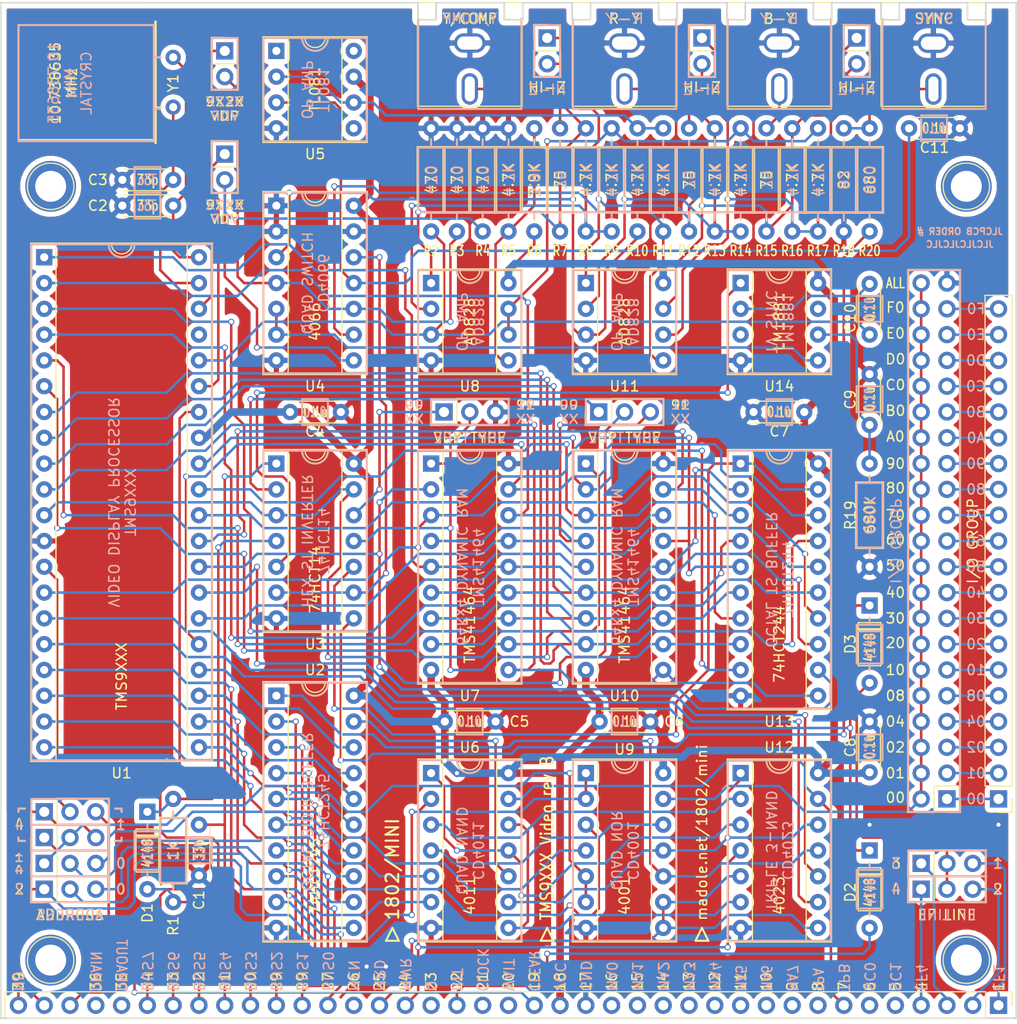
<source format=kicad_pcb>
(kicad_pcb (version 20171130) (host pcbnew "(5.1.12)-1")
  (layers (0 F.Cu signal) (31 B.Cu signal) (34 B.Paste user hide) (35 F.Paste user hide) (36 B.SilkS user) (37 F.SilkS user) (38 B.Mask user) (39 F.Mask user) (44 Edge.Cuts user))
  (net 0 "")
  (net 1 GND)
  (net 2 VCC)
  (net 3 /BUS0)
  (net 4 /BUS1)
  (net 5 /BUS2)
  (net 6 /BUS3)
  (net 7 /BUS5)
  (net 8 /BUS6)
  (net 9 /BUS7)
  (net 10 "Net-(D1-Pad1)")
  (net 11 "Net-(JP2-Pad2)")
  (net 12 "Net-(JP6-Pad2)")
  (net 13 "Net-(JP7-Pad2)")
  (net 14 TPB)
  (net 15 N2)
  (net 16 N1)
  (net 17 N0)
  (net 18 ~INT)
  (net 19 ~CLEAR)
  (net 20 "Net-(JP1-Pad2)")
  (net 21 ~EF1)
  (net 22 ~EF2)
  (net 23 ~EF3)
  (net 24 ~EF4)
  (net 25 ~MRD)
  (net 26 ~GROUP)
  (net 27 "Net-(C3-Pad1)")
  (net 28 /BUS4)
  (net 29 ~MWR)
  (net 30 "Net-(J2-Pad20)")
  (net 31 "Net-(J2-Pad19)")
  (net 32 "Net-(J2-Pad18)")
  (net 33 "Net-(J2-Pad17)")
  (net 34 "Net-(J2-Pad16)")
  (net 35 "Net-(J2-Pad15)")
  (net 36 "Net-(J2-Pad14)")
  (net 37 "Net-(J2-Pad13)")
  (net 38 "Net-(J2-Pad12)")
  (net 39 "Net-(J2-Pad11)")
  (net 40 "Net-(J2-Pad10)")
  (net 41 "Net-(J2-Pad9)")
  (net 42 "Net-(J2-Pad8)")
  (net 43 "Net-(J2-Pad7)")
  (net 44 "Net-(J2-Pad6)")
  (net 45 "Net-(J2-Pad5)")
  (net 46 "Net-(J2-Pad4)")
  (net 47 "Net-(J2-Pad3)")
  (net 48 "Net-(J2-Pad2)")
  (net 49 "Net-(J2-Pad1)")
  (net 50 "Net-(JP3-Pad3)")
  (net 51 "Net-(JP3-Pad2)")
  (net 52 "Net-(JP4-Pad3)")
  (net 53 "Net-(JP4-Pad2)")
  (net 54 "Net-(JP5-Pad2)")
  (net 55 "Net-(JP5-Pad1)")
  (net 56 "Net-(JP6-Pad1)")
  (net 57 "Net-(JP7-Pad1)")
  (net 58 "Net-(R14-Pad2)")
  (net 59 "Net-(U13-Pad1)")
  (net 60 /RD0)
  (net 61 /RD1)
  (net 62 /RD2)
  (net 63 /AD0)
  (net 64 /RD3)
  (net 65 /AD1)
  (net 66 /RD4)
  (net 67 /AD2)
  (net 68 /RD5)
  (net 69 /AD3)
  (net 70 /RD6)
  (net 71 /AD4)
  (net 72 /RD7)
  (net 73 /AD5)
  (net 74 /AD6)
  (net 75 /AD7)
  (net 76 "Net-(J5-Pad1)")
  (net 77 "Net-(J7-Pad1)")
  (net 78 "Net-(J9-Pad1)")
  (net 79 "Net-(J11-Pad1)")
  (net 80 "Net-(JP10-Pad2)")
  (net 81 "Net-(JP11-Pad3)")
  (net 82 "Net-(JP11-Pad2)")
  (net 83 "Net-(JP11-Pad1)")
  (net 84 "Net-(JP12-Pad2)")
  (net 85 "Net-(JP12-Pad1)")
  (net 86 "Net-(JP13-Pad2)")
  (net 87 "Net-(JP13-Pad1)")
  (net 88 "Net-(JP10-Pad1)")
  (net 89 "Net-(U1-Pad20)")
  (net 90 "Net-(U1-Pad19)")
  (net 91 "Net-(U1-Pad18)")
  (net 92 "Net-(U1-Pad17)")
  (net 93 "Net-(U1-Pad15)")
  (net 94 "Net-(U1-Pad14)")
  (net 95 "Net-(U1-Pad24)")
  (net 96 "Net-(U1-Pad23)")
  (net 97 "Net-(U1-Pad22)")
  (net 98 "Net-(U1-Pad2)")
  (net 99 "Net-(U1-Pad21)")
  (net 100 "Net-(U1-Pad1)")
  (net 101 "Net-(U2-Pad19)")
  (net 102 "Net-(U12-Pad11)")
  (net 103 "Net-(U3-Pad6)")
  (net 104 "Net-(U14-Pad1)")
  (net 105 "Net-(U14-Pad5)")
  (net 106 "Net-(U12-Pad2)")
  (net 107 "Net-(U12-Pad1)")
  (net 108 "Net-(U6-Pad4)")
  (net 109 "Net-(U12-Pad3)")
  (net 110 "Net-(C1-Pad1)")
  (net 111 "Net-(C2-Pad1)")
  (net 112 "Net-(C9-Pad1)")
  (net 113 "Net-(C10-Pad2)")
  (net 114 "Net-(C10-Pad1)")
  (net 115 "Net-(C11-Pad2)")
  (net 116 "Net-(D2-Pad1)")
  (net 117 "Net-(D3-Pad2)")
  (net 118 "Net-(R5-Pad1)")
  (net 119 "Net-(R10-Pad2)")
  (net 120 "Net-(R10-Pad1)")
  (net 121 "Net-(R11-Pad1)")
  (net 122 "Net-(R20-Pad1)")
  (net 123 "Net-(U12-Pad6)")
  (module Package_DIP:DIP-14_W7.62mm_Socket (layer F.Cu) (at 142.24 123.19)
    (fp_text reference U6 (at 3.81 -2.54) (layer F.SilkS))
    (fp_text value 4011 (at 3.81 12.065 90) (layer F.SilkS))
    (pad 1 thru_hole rect (at 0 0) (size 1.6 1.6) (drill 0.8) (layers *.Cu *.Mask) (net 109 "Net-(U12-Pad3)"))
    (pad 8 thru_hole oval (at 7.62 15.24) (size 1.6 1.6) (drill 0.8) (layers *.Cu *.Mask) (net 123 "Net-(U12-Pad6)"))
    (pad 2 thru_hole oval (at 0 2.54) (size 1.6 1.6) (drill 0.8) (layers *.Cu *.Mask) (net 29 ~MWR))
    (pad 9 thru_hole oval (at 7.62 12.7) (size 1.6 1.6) (drill 0.8) (layers *.Cu *.Mask) (net 107 "Net-(U12-Pad1)"))
    (pad 3 thru_hole oval (at 0 5.08) (size 1.6 1.6) (drill 0.8) (layers *.Cu *.Mask) (net 106 "Net-(U12-Pad2)"))
    (pad 10 thru_hole oval (at 7.62 10.16) (size 1.6 1.6) (drill 0.8) (layers *.Cu *.Mask) (net 101 "Net-(U2-Pad19)"))
    (pad 4 thru_hole oval (at 0 7.62) (size 1.6 1.6) (drill 0.8) (layers *.Cu *.Mask) (net 108 "Net-(U6-Pad4)"))
    (pad 11 thru_hole oval (at 7.62 7.62) (size 1.6 1.6) (drill 0.8) (layers *.Cu *.Mask) (net 109 "Net-(U12-Pad3)"))
    (pad 5 thru_hole oval (at 0 10.16) (size 1.6 1.6) (drill 0.8) (layers *.Cu *.Mask) (net 51 "Net-(JP3-Pad2)"))
    (pad 12 thru_hole oval (at 7.62 5.08) (size 1.6 1.6) (drill 0.8) (layers *.Cu *.Mask) (net 123 "Net-(U12-Pad6)"))
    (pad 6 thru_hole oval (at 0 12.7) (size 1.6 1.6) (drill 0.8) (layers *.Cu *.Mask) (net 53 "Net-(JP4-Pad2)"))
    (pad 13 thru_hole oval (at 7.62 2.54) (size 1.6 1.6) (drill 0.8) (layers *.Cu *.Mask) (net 14 TPB))
    (pad 7 thru_hole oval (at 0 15.24) (size 1.6 1.6) (drill 0.8) (layers *.Cu *.Mask) (net 1 GND))
    (pad 14 thru_hole oval (at 7.62 0) (size 1.6 1.6) (drill 0.8) (layers *.Cu *.Mask) (net 2 VCC))
  )
  (module Diode_THT:D_DO-35_SOD27_P7.62mm_Horizontal (layer F.Cu) (at 114.3 127 270)
    (fp_text reference D1 (at 8.89 0 90) (layer F.SilkS) (effects (justify right)))
    (fp_text value 4148 (at 2.54 0 90) (layer F.SilkS) (effects (font (size 1 0.746)) (justify right)))
    (pad 2 thru_hole oval (at 7.62 0 270) (size 1.6 1.6) (drill 0.8) (layers *.Cu *.Mask) (net 110 "Net-(C1-Pad1)"))
    (pad 1 thru_hole rect (at 0 0 270) (size 1.6 1.6) (drill 0.8) (layers *.Cu *.Mask) (net 10 "Net-(D1-Pad1)"))
  )
  (module Connector_PinHeader_2.54mm:PinHeader_1x02_P2.54mm_Vertical (layer F.Cu) (at 121.92 52.07)
    (fp_text reference JP13 hide)
    (fp_text value 9X2X hide)
    (pad 2 thru_hole oval (at 0 2.54) (size 1.7 1.7) (drill 1) (layers *.Cu *.Mask) (net 86 "Net-(JP13-Pad2)"))
    (pad 1 thru_hole rect (at 0 0) (size 1.7 1.7) (drill 1) (layers *.Cu *.Mask) (net 87 "Net-(JP13-Pad1)"))
  )
  (module Connector_PinHeader_2.54mm:PinHeader_1x02_P2.54mm_Vertical (layer F.Cu) (at 121.92 62.23)
    (fp_text reference JP12 hide)
    (fp_text value 9X2X hide)
    (pad 2 thru_hole oval (at 0 2.54) (size 1.7 1.7) (drill 1) (layers *.Cu *.Mask) (net 84 "Net-(JP12-Pad2)"))
    (pad 1 thru_hole rect (at 0 0) (size 1.7 1.7) (drill 1) (layers *.Cu *.Mask) (net 85 "Net-(JP12-Pad1)"))
  )
  (module Connector_PinHeader_2.54mm:PinHeader_1x03_P2.54mm_Vertical (layer F.Cu) (at 158.75 87.63 90)
    (fp_text reference JP11 hide)
    (fp_text value WSEL)
    (pad 3 thru_hole oval (at 0 5.08 90) (size 1.7 1.7) (drill 1) (layers *.Cu *.Mask) (net 81 "Net-(JP11-Pad3)"))
    (pad 2 thru_hole oval (at 0 2.54 90) (size 1.7 1.7) (drill 1) (layers *.Cu *.Mask) (net 82 "Net-(JP11-Pad2)"))
    (pad 1 thru_hole rect (at 0 0 90) (size 1.7 1.7) (drill 1) (layers *.Cu *.Mask) (net 83 "Net-(JP11-Pad1)"))
  )
  (module Connector_PinHeader_2.54mm:PinHeader_1x03_P2.54mm_Vertical (layer F.Cu) (at 143.51 87.63 90)
    (fp_text reference JP10 hide)
    (fp_text value GSEL)
    (pad 3 thru_hole oval (at 0 5.08 90) (size 1.7 1.7) (drill 1) (layers *.Cu *.Mask) (net 1 GND))
    (pad 2 thru_hole oval (at 0 2.54 90) (size 1.7 1.7) (drill 1) (layers *.Cu *.Mask) (net 80 "Net-(JP10-Pad2)"))
    (pad 1 thru_hole rect (at 0 0 90) (size 1.7 1.7) (drill 1) (layers *.Cu *.Mask) (net 88 "Net-(JP10-Pad1)"))
  )
  (module Package_DIP:DIP-8_W7.62mm_Socket (layer F.Cu) (at 127 52.07)
    (fp_text reference U5 (at 3.81 10.16) (layer F.SilkS))
    (fp_text value TL081 (at 3.81 3.81 90) (layer F.SilkS))
    (pad 8 thru_hole oval (at 7.62 0) (size 1.6 1.6) (drill 0.8) (layers *.Cu *.Mask))
    (pad 4 thru_hole oval (at 0 7.62) (size 1.6 1.6) (drill 0.8) (layers *.Cu *.Mask) (net 1 GND))
    (pad 7 thru_hole oval (at 7.62 2.54) (size 1.6 1.6) (drill 0.8) (layers *.Cu *.Mask) (net 2 VCC))
    (pad 3 thru_hole oval (at 0 5.08) (size 1.6 1.6) (drill 0.8) (layers *.Cu *.Mask) (net 115 "Net-(C11-Pad2)"))
    (pad 6 thru_hole oval (at 7.62 5.08) (size 1.6 1.6) (drill 0.8) (layers *.Cu *.Mask) (net 119 "Net-(R10-Pad2)"))
    (pad 2 thru_hole oval (at 0 2.54) (size 1.6 1.6) (drill 0.8) (layers *.Cu *.Mask) (net 119 "Net-(R10-Pad2)"))
    (pad 5 thru_hole oval (at 7.62 7.62) (size 1.6 1.6) (drill 0.8) (layers *.Cu *.Mask))
    (pad 1 thru_hole rect (at 0 0) (size 1.6 1.6) (drill 0.8) (layers *.Cu *.Mask))
  )
  (module Package_DIP:DIP-14_W7.62mm_Socket (layer F.Cu) (at 127 67.31)
    (fp_text reference U4 (at 3.81 17.78) (layer F.SilkS))
    (fp_text value 4066 (at 3.81 11.43 270) (layer F.SilkS))
    (pad 14 thru_hole oval (at 7.62 0) (size 1.6 1.6) (drill 0.8) (layers *.Cu *.Mask) (net 2 VCC))
    (pad 7 thru_hole oval (at 0 15.24) (size 1.6 1.6) (drill 0.8) (layers *.Cu *.Mask) (net 1 GND))
    (pad 13 thru_hole oval (at 7.62 2.54) (size 1.6 1.6) (drill 0.8) (layers *.Cu *.Mask) (net 1 GND))
    (pad 6 thru_hole oval (at 0 12.7) (size 1.6 1.6) (drill 0.8) (layers *.Cu *.Mask) (net 105 "Net-(U14-Pad5)"))
    (pad 12 thru_hole oval (at 7.62 5.08) (size 1.6 1.6) (drill 0.8) (layers *.Cu *.Mask) (net 103 "Net-(U3-Pad6)"))
    (pad 5 thru_hole oval (at 0 10.16) (size 1.6 1.6) (drill 0.8) (layers *.Cu *.Mask) (net 105 "Net-(U14-Pad5)"))
    (pad 11 thru_hole oval (at 7.62 7.62) (size 1.6 1.6) (drill 0.8) (layers *.Cu *.Mask) (net 115 "Net-(C11-Pad2)"))
    (pad 4 thru_hole oval (at 0 7.62) (size 1.6 1.6) (drill 0.8) (layers *.Cu *.Mask) (net 86 "Net-(JP13-Pad2)"))
    (pad 10 thru_hole oval (at 7.62 10.16) (size 1.6 1.6) (drill 0.8) (layers *.Cu *.Mask) (net 86 "Net-(JP13-Pad2)"))
    (pad 3 thru_hole oval (at 0 5.08) (size 1.6 1.6) (drill 0.8) (layers *.Cu *.Mask) (net 120 "Net-(R10-Pad1)"))
    (pad 9 thru_hole oval (at 7.62 12.7) (size 1.6 1.6) (drill 0.8) (layers *.Cu *.Mask) (net 121 "Net-(R11-Pad1)"))
    (pad 2 thru_hole oval (at 0 2.54) (size 1.6 1.6) (drill 0.8) (layers *.Cu *.Mask) (net 1 GND))
    (pad 8 thru_hole oval (at 7.62 15.24) (size 1.6 1.6) (drill 0.8) (layers *.Cu *.Mask) (net 84 "Net-(JP12-Pad2)"))
    (pad 1 thru_hole rect (at 0 0) (size 1.6 1.6) (drill 0.8) (layers *.Cu *.Mask) (net 1 GND))
  )
  (module Package_DIP:DIP-14_W7.62mm_Socket (layer F.Cu) (at 157.48 123.19)
    (fp_text reference U9 (at 3.81 -2.33) (layer F.SilkS))
    (fp_text value 4001 (at 3.81 12.065 90) (layer F.SilkS))
    (pad 14 thru_hole oval (at 7.62 0) (size 1.6 1.6) (drill 0.8) (layers *.Cu *.Mask) (net 2 VCC))
    (pad 7 thru_hole oval (at 0 15.24) (size 1.6 1.6) (drill 0.8) (layers *.Cu *.Mask) (net 1 GND))
    (pad 13 thru_hole oval (at 7.62 2.54) (size 1.6 1.6) (drill 0.8) (layers *.Cu *.Mask) (net 26 ~GROUP))
    (pad 6 thru_hole oval (at 0 12.7) (size 1.6 1.6) (drill 0.8) (layers *.Cu *.Mask) (net 11 "Net-(JP2-Pad2)"))
    (pad 12 thru_hole oval (at 7.62 5.08) (size 1.6 1.6) (drill 0.8) (layers *.Cu *.Mask) (net 108 "Net-(U6-Pad4)"))
    (pad 5 thru_hole oval (at 0 10.16) (size 1.6 1.6) (drill 0.8) (layers *.Cu *.Mask) (net 11 "Net-(JP2-Pad2)"))
    (pad 11 thru_hole oval (at 7.62 7.62) (size 1.6 1.6) (drill 0.8) (layers *.Cu *.Mask) (net 107 "Net-(U12-Pad1)"))
    (pad 4 thru_hole oval (at 0 7.62) (size 1.6 1.6) (drill 0.8) (layers *.Cu *.Mask) (net 50 "Net-(JP3-Pad3)"))
    (pad 10 thru_hole oval (at 7.62 10.16) (size 1.6 1.6) (drill 0.8) (layers *.Cu *.Mask) (net 102 "Net-(U12-Pad11)"))
    (pad 3 thru_hole oval (at 0 5.08) (size 1.6 1.6) (drill 0.8) (layers *.Cu *.Mask) (net 52 "Net-(JP4-Pad3)"))
    (pad 9 thru_hole oval (at 7.62 12.7) (size 1.6 1.6) (drill 0.8) (layers *.Cu *.Mask) (net 25 ~MRD))
    (pad 2 thru_hole oval (at 0 2.54) (size 1.6 1.6) (drill 0.8) (layers *.Cu *.Mask) (net 16 N1))
    (pad 8 thru_hole oval (at 7.62 15.24) (size 1.6 1.6) (drill 0.8) (layers *.Cu *.Mask) (net 25 ~MRD))
    (pad 1 thru_hole rect (at 0 0) (size 1.6 1.6) (drill 0.8) (layers *.Cu *.Mask) (net 16 N1))
  )
  (module Package_DIP:DIP-8_W7.62mm_Socket (layer F.Cu) (at 142.24 74.93)
    (fp_text reference U8 (at 3.81 10.16) (layer F.SilkS))
    (fp_text value AD828 (at 3.81 3.81 90) (layer F.SilkS))
    (pad 8 thru_hole oval (at 7.62 0) (size 1.6 1.6) (drill 0.8) (layers *.Cu *.Mask) (net 2 VCC))
    (pad 4 thru_hole oval (at 0 7.62) (size 1.6 1.6) (drill 0.8) (layers *.Cu *.Mask) (net 1 GND))
    (pad 7 thru_hole oval (at 7.62 2.54) (size 1.6 1.6) (drill 0.8) (layers *.Cu *.Mask) (net 58 "Net-(R14-Pad2)"))
    (pad 3 thru_hole oval (at 0 5.08) (size 1.6 1.6) (drill 0.8) (layers *.Cu *.Mask) (net 114 "Net-(C10-Pad1)"))
    (pad 6 thru_hole oval (at 7.62 5.08) (size 1.6 1.6) (drill 0.8) (layers *.Cu *.Mask) (net 58 "Net-(R14-Pad2)"))
    (pad 2 thru_hole oval (at 0 2.54) (size 1.6 1.6) (drill 0.8) (layers *.Cu *.Mask) (net 55 "Net-(JP5-Pad1)"))
    (pad 5 thru_hole oval (at 7.62 7.62) (size 1.6 1.6) (drill 0.8) (layers *.Cu *.Mask) (net 118 "Net-(R5-Pad1)"))
    (pad 1 thru_hole rect (at 0 0) (size 1.6 1.6) (drill 0.8) (layers *.Cu *.Mask) (net 54 "Net-(JP5-Pad2)"))
  )
  (module Package_DIP:DIP-20_W7.62mm_Socket (layer F.Cu) (at 172.72 92.71)
    (fp_text reference U13 (at 3.81 25.4) (layer F.SilkS))
    (fp_text value 74HCT244 (at 3.81 17.78 90) (layer F.SilkS))
    (pad 20 thru_hole oval (at 7.62 0) (size 1.6 1.6) (drill 0.8) (layers *.Cu *.Mask) (net 2 VCC))
    (pad 10 thru_hole oval (at 0 22.86) (size 1.6 1.6) (drill 0.8) (layers *.Cu *.Mask) (net 1 GND))
    (pad 19 thru_hole oval (at 7.62 2.54) (size 1.6 1.6) (drill 0.8) (layers *.Cu *.Mask) (net 59 "Net-(U13-Pad1)"))
    (pad 9 thru_hole oval (at 0 20.32) (size 1.6 1.6) (drill 0.8) (layers *.Cu *.Mask) (net 60 /RD0))
    (pad 18 thru_hole oval (at 7.62 5.08) (size 1.6 1.6) (drill 0.8) (layers *.Cu *.Mask) (net 72 /RD7))
    (pad 8 thru_hole oval (at 0 17.78) (size 1.6 1.6) (drill 0.8) (layers *.Cu *.Mask) (net 71 /AD4))
    (pad 17 thru_hole oval (at 7.62 7.62) (size 1.6 1.6) (drill 0.8) (layers *.Cu *.Mask) (net 69 /AD3))
    (pad 7 thru_hole oval (at 0 15.24) (size 1.6 1.6) (drill 0.8) (layers *.Cu *.Mask) (net 61 /RD1))
    (pad 16 thru_hole oval (at 7.62 10.16) (size 1.6 1.6) (drill 0.8) (layers *.Cu *.Mask) (net 70 /RD6))
    (pad 6 thru_hole oval (at 0 12.7) (size 1.6 1.6) (drill 0.8) (layers *.Cu *.Mask) (net 73 /AD5))
    (pad 15 thru_hole oval (at 7.62 12.7) (size 1.6 1.6) (drill 0.8) (layers *.Cu *.Mask) (net 67 /AD2))
    (pad 5 thru_hole oval (at 0 10.16) (size 1.6 1.6) (drill 0.8) (layers *.Cu *.Mask) (net 62 /RD2))
    (pad 14 thru_hole oval (at 7.62 15.24) (size 1.6 1.6) (drill 0.8) (layers *.Cu *.Mask) (net 68 /RD5))
    (pad 4 thru_hole oval (at 0 7.62) (size 1.6 1.6) (drill 0.8) (layers *.Cu *.Mask) (net 74 /AD6))
    (pad 13 thru_hole oval (at 7.62 17.78) (size 1.6 1.6) (drill 0.8) (layers *.Cu *.Mask) (net 65 /AD1))
    (pad 3 thru_hole oval (at 0 5.08) (size 1.6 1.6) (drill 0.8) (layers *.Cu *.Mask) (net 64 /RD3))
    (pad 12 thru_hole oval (at 7.62 20.32) (size 1.6 1.6) (drill 0.8) (layers *.Cu *.Mask) (net 66 /RD4))
    (pad 2 thru_hole oval (at 0 2.54) (size 1.6 1.6) (drill 0.8) (layers *.Cu *.Mask) (net 75 /AD7))
    (pad 11 thru_hole oval (at 7.62 22.86) (size 1.6 1.6) (drill 0.8) (layers *.Cu *.Mask) (net 63 /AD0))
    (pad 1 thru_hole rect (at 0 0) (size 1.6 1.6) (drill 0.8) (layers *.Cu *.Mask) (net 59 "Net-(U13-Pad1)"))
  )
  (module Package_DIP:DIP-20_W7.62mm_Socket (layer F.Cu) (at 127 115.57)
    (fp_text reference U2 (at 3.81 -2.54) (layer F.SilkS))
    (fp_text value 74HCT245 (at 3.81 17.78 90) (layer F.SilkS))
    (pad 20 thru_hole oval (at 7.62 0) (size 1.6 1.6) (drill 0.8) (layers *.Cu *.Mask) (net 2 VCC))
    (pad 10 thru_hole oval (at 0 22.86) (size 1.6 1.6) (drill 0.8) (layers *.Cu *.Mask) (net 1 GND))
    (pad 19 thru_hole oval (at 7.62 2.54) (size 1.6 1.6) (drill 0.8) (layers *.Cu *.Mask) (net 101 "Net-(U2-Pad19)"))
    (pad 9 thru_hole oval (at 0 20.32) (size 1.6 1.6) (drill 0.8) (layers *.Cu *.Mask) (net 3 /BUS0))
    (pad 18 thru_hole oval (at 7.62 5.08) (size 1.6 1.6) (drill 0.8) (layers *.Cu *.Mask) (net 95 "Net-(U1-Pad24)"))
    (pad 8 thru_hole oval (at 0 17.78) (size 1.6 1.6) (drill 0.8) (layers *.Cu *.Mask) (net 4 /BUS1))
    (pad 17 thru_hole oval (at 7.62 7.62) (size 1.6 1.6) (drill 0.8) (layers *.Cu *.Mask) (net 96 "Net-(U1-Pad23)"))
    (pad 7 thru_hole oval (at 0 15.24) (size 1.6 1.6) (drill 0.8) (layers *.Cu *.Mask) (net 5 /BUS2))
    (pad 16 thru_hole oval (at 7.62 10.16) (size 1.6 1.6) (drill 0.8) (layers *.Cu *.Mask) (net 97 "Net-(U1-Pad22)"))
    (pad 6 thru_hole oval (at 0 12.7) (size 1.6 1.6) (drill 0.8) (layers *.Cu *.Mask) (net 6 /BUS3))
    (pad 15 thru_hole oval (at 7.62 12.7) (size 1.6 1.6) (drill 0.8) (layers *.Cu *.Mask) (net 99 "Net-(U1-Pad21)"))
    (pad 5 thru_hole oval (at 0 10.16) (size 1.6 1.6) (drill 0.8) (layers *.Cu *.Mask) (net 28 /BUS4))
    (pad 14 thru_hole oval (at 7.62 15.24) (size 1.6 1.6) (drill 0.8) (layers *.Cu *.Mask) (net 89 "Net-(U1-Pad20)"))
    (pad 4 thru_hole oval (at 0 7.62) (size 1.6 1.6) (drill 0.8) (layers *.Cu *.Mask) (net 7 /BUS5))
    (pad 13 thru_hole oval (at 7.62 17.78) (size 1.6 1.6) (drill 0.8) (layers *.Cu *.Mask) (net 90 "Net-(U1-Pad19)"))
    (pad 3 thru_hole oval (at 0 5.08) (size 1.6 1.6) (drill 0.8) (layers *.Cu *.Mask) (net 8 /BUS6))
    (pad 12 thru_hole oval (at 7.62 20.32) (size 1.6 1.6) (drill 0.8) (layers *.Cu *.Mask) (net 91 "Net-(U1-Pad18)"))
    (pad 2 thru_hole oval (at 0 2.54) (size 1.6 1.6) (drill 0.8) (layers *.Cu *.Mask) (net 9 /BUS7))
    (pad 11 thru_hole oval (at 7.62 22.86) (size 1.6 1.6) (drill 0.8) (layers *.Cu *.Mask) (net 92 "Net-(U1-Pad17)"))
    (pad 1 thru_hole rect (at 0 0) (size 1.6 1.6) (drill 0.8) (layers *.Cu *.Mask) (net 102 "Net-(U12-Pad11)"))
  )
  (module "1802-mini:CUI RCJ-04X" (layer F.Cu) (at 146.05 47.3075 90)
    (fp_text reference J5 hide)
    (fp_text value Y/COMP (at -1.5875 0 180) (layer F.SilkS) (effects (font (size 1 0.873))))
    (pad 2 thru_hole oval (at -3.9878 0 90) (size 1.905 3.0988) (drill oval 1.2954 2.4892) (layers *.Cu *.Mask) (net 1 GND))
    (pad 1 thru_hole oval (at -8.509 0 90) (size 3.0988 1.6002) (drill oval 2.4892 0.9906) (layers *.Cu *.Mask) (net 76 "Net-(J5-Pad1)"))
  )
  (module Capacitor_THT:C_Disc_D4.3mm_W1.9mm_P5.00mm (layer F.Cu) (at 185.42 118.11 270)
    (fp_text reference C8 (at 2.54 1.905 90) (layer F.SilkS))
    (fp_text value 0.1u (at 2.5 0 90) (layer F.SilkS) (effects (font (size 1 0.746))))
    (pad 2 thru_hole circle (at 5 0 270) (size 1.6 1.6) (drill 0.8) (layers *.Cu *.Mask) (net 2 VCC))
    (pad 1 thru_hole circle (at 0 0 270) (size 1.6 1.6) (drill 0.8) (layers *.Cu *.Mask) (net 1 GND))
  )
  (module Connector_PinHeader_2.54mm:PinHeader_1x03_P2.54mm_Vertical (layer F.Cu) (at 190.5 134.62 90)
    (fp_text reference JP9 hide)
    (fp_text value ADDR2 hide)
    (pad 3 thru_hole oval (at 0 5.08 90) (size 1.7 1.7) (drill 1) (layers *.Cu *.Mask) (net 22 ~EF2))
    (pad 2 thru_hole oval (at 0 2.54 90) (size 1.7 1.7) (drill 1) (layers *.Cu *.Mask) (net 117 "Net-(D3-Pad2)"))
    (pad 1 thru_hole rect (at 0 0 90) (size 1.7 1.7) (drill 1) (layers *.Cu *.Mask) (net 24 ~EF4))
  )
  (module Connector_PinHeader_2.54mm:PinHeader_1x03_P2.54mm_Vertical (layer F.Cu) (at 190.5 132.08 90)
    (fp_text reference JP8 hide)
    (fp_text value ADDR2 hide)
    (pad 3 thru_hole oval (at 0 5.08 90) (size 1.7 1.7) (drill 1) (layers *.Cu *.Mask) (net 21 ~EF1))
    (pad 2 thru_hole oval (at 0 2.54 90) (size 1.7 1.7) (drill 1) (layers *.Cu *.Mask) (net 117 "Net-(D3-Pad2)"))
    (pad 1 thru_hole rect (at 0 0 90) (size 1.7 1.7) (drill 1) (layers *.Cu *.Mask) (net 23 ~EF3))
  )
  (module Diode_THT:D_DO-35_SOD27_P7.62mm_Horizontal (layer F.Cu) (at 185.42 130.81 270)
    (fp_text reference D2 (at 4.1275 1.905 90) (layer F.SilkS))
    (fp_text value 4148 (at 4.1275 0 90) (layer F.SilkS) (effects (font (size 1 0.746))))
    (pad 2 thru_hole oval (at 7.62 0 270) (size 1.6 1.6) (drill 0.8) (layers *.Cu *.Mask) (net 18 ~INT))
    (pad 1 thru_hole rect (at 0 0 270) (size 1.6 1.6) (drill 0.8) (layers *.Cu *.Mask) (net 116 "Net-(D2-Pad1)"))
  )
  (module Diode_THT:D_DO-35_SOD27_P7.62mm_Horizontal (layer F.Cu) (at 185.42 106.68 270)
    (fp_text reference D3 (at 3.81 1.905 90) (layer F.SilkS))
    (fp_text value 4148 (at 4.1275 0 90) (layer F.SilkS) (effects (font (size 1 0.746))))
    (pad 2 thru_hole oval (at 7.62 0 270) (size 1.6 1.6) (drill 0.8) (layers *.Cu *.Mask) (net 117 "Net-(D3-Pad2)"))
    (pad 1 thru_hole rect (at 0 0 270) (size 1.6 1.6) (drill 0.8) (layers *.Cu *.Mask) (net 116 "Net-(D2-Pad1)"))
  )
  (module "1802-mini:CUI RCJ-04X" (layer F.Cu) (at 191.7065 47.3202 90)
    (fp_text reference J11 hide)
    (fp_text value SYNC (at -1.5748 0.0635 180) (layer F.SilkS))
    (pad 2 thru_hole oval (at -3.9878 0 90) (size 1.905 3.0988) (drill oval 1.2954 2.4892) (layers *.Cu *.Mask) (net 1 GND))
    (pad 1 thru_hole oval (at -8.509 0 90) (size 3.0988 1.6002) (drill oval 2.4892 0.9906) (layers *.Cu *.Mask) (net 79 "Net-(J11-Pad1)"))
  )
  (module "1802-mini:CUI RCJ-04X" (layer F.Cu) (at 176.53 47.3075 90)
    (fp_text reference J9 hide)
    (fp_text value B-Y (at -1.5875 0 180) (layer F.SilkS))
    (pad 2 thru_hole oval (at -3.9878 0 90) (size 1.905 3.0988) (drill oval 1.2954 2.4892) (layers *.Cu *.Mask) (net 1 GND))
    (pad 1 thru_hole oval (at -8.509 0 90) (size 3.0988 1.6002) (drill oval 2.4892 0.9906) (layers *.Cu *.Mask) (net 78 "Net-(J9-Pad1)"))
  )
  (module "1802-mini:CUI RCJ-04X" (layer F.Cu) (at 161.29 47.3075 90)
    (fp_text reference J7 hide)
    (fp_text value R-Y (at -1.5875 0 180) (layer F.SilkS))
    (pad 2 thru_hole oval (at -3.9878 0 90) (size 1.905 3.0988) (drill oval 1.2954 2.4892) (layers *.Cu *.Mask) (net 1 GND))
    (pad 1 thru_hole oval (at -8.509 0 90) (size 3.0988 1.6002) (drill oval 2.4892 0.9906) (layers *.Cu *.Mask) (net 77 "Net-(J7-Pad1)"))
  )
  (module Capacitor_THT:C_Disc_D4.3mm_W1.9mm_P5.00mm (layer F.Cu) (at 185.42 80.01 90)
    (fp_text reference C10 (at 3.175 -1.905 90) (layer F.SilkS) (effects (justify right)))
    (fp_text value 0.1u (at 2.5 0 90) (layer F.SilkS) (effects (font (size 1 0.746))))
    (pad 2 thru_hole circle (at 5 0 90) (size 1.6 1.6) (drill 0.8) (layers *.Cu *.Mask) (net 113 "Net-(C10-Pad2)"))
    (pad 1 thru_hole circle (at 0 0 90) (size 1.6 1.6) (drill 0.8) (layers *.Cu *.Mask) (net 114 "Net-(C10-Pad1)"))
  )
  (module Package_DIP:DIP-8_W7.62mm_Socket (layer F.Cu) (at 172.72 74.93)
    (fp_text reference U14 (at 3.81 10.16) (layer F.SilkS))
    (fp_text value LM1881 (at 3.81 3.81 90) (layer F.SilkS))
    (pad 8 thru_hole oval (at 7.62 0) (size 1.6 1.6) (drill 0.8) (layers *.Cu *.Mask) (net 2 VCC))
    (pad 4 thru_hole oval (at 0 7.62) (size 1.6 1.6) (drill 0.8) (layers *.Cu *.Mask) (net 1 GND))
    (pad 7 thru_hole oval (at 7.62 2.54) (size 1.6 1.6) (drill 0.8) (layers *.Cu *.Mask))
    (pad 3 thru_hole oval (at 0 5.08) (size 1.6 1.6) (drill 0.8) (layers *.Cu *.Mask))
    (pad 6 thru_hole oval (at 7.62 5.08) (size 1.6 1.6) (drill 0.8) (layers *.Cu *.Mask) (net 112 "Net-(C9-Pad1)"))
    (pad 2 thru_hole oval (at 0 2.54) (size 1.6 1.6) (drill 0.8) (layers *.Cu *.Mask) (net 113 "Net-(C10-Pad2)"))
    (pad 5 thru_hole oval (at 7.62 7.62) (size 1.6 1.6) (drill 0.8) (layers *.Cu *.Mask) (net 105 "Net-(U14-Pad5)"))
    (pad 1 thru_hole rect (at 0 0) (size 1.6 1.6) (drill 0.8) (layers *.Cu *.Mask) (net 104 "Net-(U14-Pad1)"))
  )
  (module Crystal:Crystal_HC49-U_Horizontal (layer F.Cu) (at 116.84 52.705 270)
    (fp_text reference Y1 (at 2.54 0 90) (layer F.SilkS))
    (fp_text value Crystal)
    (pad 2 thru_hole circle (at 4.9 0 270) (size 1.5 1.5) (drill 0.8) (layers *.Cu *.Mask) (net 27 "Net-(C3-Pad1)"))
    (pad 1 thru_hole circle (at 0 0 270) (size 1.5 1.5) (drill 0.8) (layers *.Cu *.Mask) (net 111 "Net-(C2-Pad1)"))
  )
  (module Package_DIP:DIP-18_W7.62mm_Socket (layer F.Cu) (at 157.48 92.71)
    (fp_text reference U10 (at 3.81 22.86) (layer F.SilkS))
    (fp_text value TMS41464 (at 3.81 15.875 90) (layer F.SilkS))
    (pad 18 thru_hole oval (at 7.62 0) (size 1.6 1.6) (drill 0.8) (layers *.Cu *.Mask) (net 1 GND))
    (pad 9 thru_hole oval (at 0 20.32) (size 1.6 1.6) (drill 0.8) (layers *.Cu *.Mask) (net 2 VCC))
    (pad 17 thru_hole oval (at 7.62 2.54) (size 1.6 1.6) (drill 0.8) (layers *.Cu *.Mask) (net 64 /RD3))
    (pad 8 thru_hole oval (at 0 17.78) (size 1.6 1.6) (drill 0.8) (layers *.Cu *.Mask) (net 69 /AD3))
    (pad 16 thru_hole oval (at 7.62 5.08) (size 1.6 1.6) (drill 0.8) (layers *.Cu *.Mask) (net 98 "Net-(U1-Pad2)"))
    (pad 7 thru_hole oval (at 0 15.24) (size 1.6 1.6) (drill 0.8) (layers *.Cu *.Mask) (net 67 /AD2))
    (pad 15 thru_hole oval (at 7.62 7.62) (size 1.6 1.6) (drill 0.8) (layers *.Cu *.Mask) (net 62 /RD2))
    (pad 6 thru_hole oval (at 0 12.7) (size 1.6 1.6) (drill 0.8) (layers *.Cu *.Mask) (net 65 /AD1))
    (pad 14 thru_hole oval (at 7.62 10.16) (size 1.6 1.6) (drill 0.8) (layers *.Cu *.Mask) (net 75 /AD7))
    (pad 5 thru_hole oval (at 0 10.16) (size 1.6 1.6) (drill 0.8) (layers *.Cu *.Mask) (net 100 "Net-(U1-Pad1)"))
    (pad 13 thru_hole oval (at 7.62 12.7) (size 1.6 1.6) (drill 0.8) (layers *.Cu *.Mask) (net 74 /AD6))
    (pad 4 thru_hole oval (at 0 7.62) (size 1.6 1.6) (drill 0.8) (layers *.Cu *.Mask) (net 82 "Net-(JP11-Pad2)"))
    (pad 12 thru_hole oval (at 7.62 15.24) (size 1.6 1.6) (drill 0.8) (layers *.Cu *.Mask) (net 73 /AD5))
    (pad 3 thru_hole oval (at 0 5.08) (size 1.6 1.6) (drill 0.8) (layers *.Cu *.Mask) (net 61 /RD1))
    (pad 11 thru_hole oval (at 7.62 17.78) (size 1.6 1.6) (drill 0.8) (layers *.Cu *.Mask) (net 71 /AD4))
    (pad 2 thru_hole oval (at 0 2.54) (size 1.6 1.6) (drill 0.8) (layers *.Cu *.Mask) (net 60 /RD0))
    (pad 10 thru_hole oval (at 7.62 20.32) (size 1.6 1.6) (drill 0.8) (layers *.Cu *.Mask) (net 63 /AD0))
    (pad 1 thru_hole rect (at 0 0) (size 1.6 1.6) (drill 0.8) (layers *.Cu *.Mask) (net 80 "Net-(JP10-Pad2)"))
  )
  (module Package_DIP:DIP-18_W7.62mm_Socket (layer F.Cu) (at 142.24 92.71)
    (fp_text reference U7 (at 3.81 22.86) (layer F.SilkS))
    (fp_text value TMS41464 (at 3.81 15.875 90) (layer F.SilkS))
    (pad 18 thru_hole oval (at 7.62 0) (size 1.6 1.6) (drill 0.8) (layers *.Cu *.Mask) (net 1 GND))
    (pad 9 thru_hole oval (at 0 20.32) (size 1.6 1.6) (drill 0.8) (layers *.Cu *.Mask) (net 2 VCC))
    (pad 17 thru_hole oval (at 7.62 2.54) (size 1.6 1.6) (drill 0.8) (layers *.Cu *.Mask) (net 72 /RD7))
    (pad 8 thru_hole oval (at 0 17.78) (size 1.6 1.6) (drill 0.8) (layers *.Cu *.Mask) (net 69 /AD3))
    (pad 16 thru_hole oval (at 7.62 5.08) (size 1.6 1.6) (drill 0.8) (layers *.Cu *.Mask) (net 98 "Net-(U1-Pad2)"))
    (pad 7 thru_hole oval (at 0 15.24) (size 1.6 1.6) (drill 0.8) (layers *.Cu *.Mask) (net 67 /AD2))
    (pad 15 thru_hole oval (at 7.62 7.62) (size 1.6 1.6) (drill 0.8) (layers *.Cu *.Mask) (net 70 /RD6))
    (pad 6 thru_hole oval (at 0 12.7) (size 1.6 1.6) (drill 0.8) (layers *.Cu *.Mask) (net 65 /AD1))
    (pad 14 thru_hole oval (at 7.62 10.16) (size 1.6 1.6) (drill 0.8) (layers *.Cu *.Mask) (net 75 /AD7))
    (pad 5 thru_hole oval (at 0 10.16) (size 1.6 1.6) (drill 0.8) (layers *.Cu *.Mask) (net 100 "Net-(U1-Pad1)"))
    (pad 13 thru_hole oval (at 7.62 12.7) (size 1.6 1.6) (drill 0.8) (layers *.Cu *.Mask) (net 74 /AD6))
    (pad 4 thru_hole oval (at 0 7.62) (size 1.6 1.6) (drill 0.8) (layers *.Cu *.Mask) (net 82 "Net-(JP11-Pad2)"))
    (pad 12 thru_hole oval (at 7.62 15.24) (size 1.6 1.6) (drill 0.8) (layers *.Cu *.Mask) (net 73 /AD5))
    (pad 3 thru_hole oval (at 0 5.08) (size 1.6 1.6) (drill 0.8) (layers *.Cu *.Mask) (net 68 /RD5))
    (pad 11 thru_hole oval (at 7.62 17.78) (size 1.6 1.6) (drill 0.8) (layers *.Cu *.Mask) (net 71 /AD4))
    (pad 2 thru_hole oval (at 0 2.54) (size 1.6 1.6) (drill 0.8) (layers *.Cu *.Mask) (net 66 /RD4))
    (pad 10 thru_hole oval (at 7.62 20.32) (size 1.6 1.6) (drill 0.8) (layers *.Cu *.Mask) (net 63 /AD0))
    (pad 1 thru_hole rect (at 0 0) (size 1.6 1.6) (drill 0.8) (layers *.Cu *.Mask) (net 80 "Net-(JP10-Pad2)"))
  )
  (module Package_DIP:DIP-40_W15.24mm_Socket (layer F.Cu) (at 104.14 72.39)
    (fp_text reference U1 (at 7.62 50.8) (layer F.SilkS))
    (fp_text value TMS9XXX (at 7.62 41.275 90) (layer F.SilkS))
    (pad 40 thru_hole oval (at 15.24 0) (size 1.6 1.6) (drill 0.8) (layers *.Cu *.Mask) (net 111 "Net-(C2-Pad1)"))
    (pad 20 thru_hole oval (at 0 48.26) (size 1.6 1.6) (drill 0.8) (layers *.Cu *.Mask) (net 89 "Net-(U1-Pad20)"))
    (pad 39 thru_hole oval (at 15.24 2.54) (size 1.6 1.6) (drill 0.8) (layers *.Cu *.Mask) (net 27 "Net-(C3-Pad1)"))
    (pad 19 thru_hole oval (at 0 45.72) (size 1.6 1.6) (drill 0.8) (layers *.Cu *.Mask) (net 90 "Net-(U1-Pad19)"))
    (pad 38 thru_hole oval (at 15.24 5.08) (size 1.6 1.6) (drill 0.8) (layers *.Cu *.Mask) (net 87 "Net-(JP13-Pad1)"))
    (pad 18 thru_hole oval (at 0 43.18) (size 1.6 1.6) (drill 0.8) (layers *.Cu *.Mask) (net 91 "Net-(U1-Pad18)"))
    (pad 37 thru_hole oval (at 15.24 7.62) (size 1.6 1.6) (drill 0.8) (layers *.Cu *.Mask))
    (pad 17 thru_hole oval (at 0 40.64) (size 1.6 1.6) (drill 0.8) (layers *.Cu *.Mask) (net 92 "Net-(U1-Pad17)"))
    (pad 36 thru_hole oval (at 15.24 10.16) (size 1.6 1.6) (drill 0.8) (layers *.Cu *.Mask) (net 114 "Net-(C10-Pad1)"))
    (pad 16 thru_hole oval (at 0 38.1) (size 1.6 1.6) (drill 0.8) (layers *.Cu *.Mask) (net 116 "Net-(D2-Pad1)"))
    (pad 35 thru_hole oval (at 15.24 12.7) (size 1.6 1.6) (drill 0.8) (layers *.Cu *.Mask) (net 85 "Net-(JP12-Pad1)"))
    (pad 15 thru_hole oval (at 0 35.56) (size 1.6 1.6) (drill 0.8) (layers *.Cu *.Mask) (net 93 "Net-(U1-Pad15)"))
    (pad 34 thru_hole oval (at 15.24 15.24) (size 1.6 1.6) (drill 0.8) (layers *.Cu *.Mask) (net 19 ~CLEAR))
    (pad 14 thru_hole oval (at 0 33.02) (size 1.6 1.6) (drill 0.8) (layers *.Cu *.Mask) (net 94 "Net-(U1-Pad14)"))
    (pad 33 thru_hole oval (at 15.24 17.78) (size 1.6 1.6) (drill 0.8) (layers *.Cu *.Mask) (net 2 VCC))
    (pad 13 thru_hole oval (at 0 30.48) (size 1.6 1.6) (drill 0.8) (layers *.Cu *.Mask) (net 20 "Net-(JP1-Pad2)"))
    (pad 32 thru_hole oval (at 15.24 20.32) (size 1.6 1.6) (drill 0.8) (layers *.Cu *.Mask) (net 60 /RD0))
    (pad 12 thru_hole oval (at 0 27.94) (size 1.6 1.6) (drill 0.8) (layers *.Cu *.Mask) (net 1 GND))
    (pad 31 thru_hole oval (at 15.24 22.86) (size 1.6 1.6) (drill 0.8) (layers *.Cu *.Mask) (net 61 /RD1))
    (pad 11 thru_hole oval (at 0 25.4) (size 1.6 1.6) (drill 0.8) (layers *.Cu *.Mask) (net 81 "Net-(JP11-Pad3)"))
    (pad 30 thru_hole oval (at 15.24 25.4) (size 1.6 1.6) (drill 0.8) (layers *.Cu *.Mask) (net 62 /RD2))
    (pad 10 thru_hole oval (at 0 22.86) (size 1.6 1.6) (drill 0.8) (layers *.Cu *.Mask) (net 63 /AD0))
    (pad 29 thru_hole oval (at 15.24 27.94) (size 1.6 1.6) (drill 0.8) (layers *.Cu *.Mask) (net 64 /RD3))
    (pad 9 thru_hole oval (at 0 20.32) (size 1.6 1.6) (drill 0.8) (layers *.Cu *.Mask) (net 65 /AD1))
    (pad 28 thru_hole oval (at 15.24 30.48) (size 1.6 1.6) (drill 0.8) (layers *.Cu *.Mask) (net 66 /RD4))
    (pad 8 thru_hole oval (at 0 17.78) (size 1.6 1.6) (drill 0.8) (layers *.Cu *.Mask) (net 67 /AD2))
    (pad 27 thru_hole oval (at 15.24 33.02) (size 1.6 1.6) (drill 0.8) (layers *.Cu *.Mask) (net 68 /RD5))
    (pad 7 thru_hole oval (at 0 15.24) (size 1.6 1.6) (drill 0.8) (layers *.Cu *.Mask) (net 69 /AD3))
    (pad 26 thru_hole oval (at 15.24 35.56) (size 1.6 1.6) (drill 0.8) (layers *.Cu *.Mask) (net 70 /RD6))
    (pad 6 thru_hole oval (at 0 12.7) (size 1.6 1.6) (drill 0.8) (layers *.Cu *.Mask) (net 71 /AD4))
    (pad 25 thru_hole oval (at 15.24 38.1) (size 1.6 1.6) (drill 0.8) (layers *.Cu *.Mask) (net 72 /RD7))
    (pad 5 thru_hole oval (at 0 10.16) (size 1.6 1.6) (drill 0.8) (layers *.Cu *.Mask) (net 73 /AD5))
    (pad 24 thru_hole oval (at 15.24 40.64) (size 1.6 1.6) (drill 0.8) (layers *.Cu *.Mask) (net 95 "Net-(U1-Pad24)"))
    (pad 4 thru_hole oval (at 0 7.62) (size 1.6 1.6) (drill 0.8) (layers *.Cu *.Mask) (net 74 /AD6))
    (pad 23 thru_hole oval (at 15.24 43.18) (size 1.6 1.6) (drill 0.8) (layers *.Cu *.Mask) (net 96 "Net-(U1-Pad23)"))
    (pad 3 thru_hole oval (at 0 5.08) (size 1.6 1.6) (drill 0.8) (layers *.Cu *.Mask) (net 75 /AD7))
    (pad 22 thru_hole oval (at 15.24 45.72) (size 1.6 1.6) (drill 0.8) (layers *.Cu *.Mask) (net 97 "Net-(U1-Pad22)"))
    (pad 2 thru_hole oval (at 0 2.54) (size 1.6 1.6) (drill 0.8) (layers *.Cu *.Mask) (net 98 "Net-(U1-Pad2)"))
    (pad 21 thru_hole oval (at 15.24 48.26) (size 1.6 1.6) (drill 0.8) (layers *.Cu *.Mask) (net 99 "Net-(U1-Pad21)"))
    (pad 1 thru_hole rect (at 0 0) (size 1.6 1.6) (drill 0.8) (layers *.Cu *.Mask) (net 100 "Net-(U1-Pad1)"))
  )
  (module Package_DIP:DIP-14_W7.62mm_Socket (layer F.Cu) (at 172.72 123.19)
    (fp_text reference U12 (at 3.81 -2.54) (layer F.SilkS))
    (fp_text value 4023 (at 3.81 12.065 90) (layer F.SilkS))
    (pad 14 thru_hole oval (at 7.62 0) (size 1.6 1.6) (drill 0.8) (layers *.Cu *.Mask) (net 2 VCC))
    (pad 7 thru_hole oval (at 0 15.24) (size 1.6 1.6) (drill 0.8) (layers *.Cu *.Mask) (net 1 GND))
    (pad 13 thru_hole oval (at 7.62 2.54) (size 1.6 1.6) (drill 0.8) (layers *.Cu *.Mask) (net 14 TPB))
    (pad 6 thru_hole oval (at 0 12.7) (size 1.6 1.6) (drill 0.8) (layers *.Cu *.Mask) (net 123 "Net-(U12-Pad6)"))
    (pad 12 thru_hole oval (at 7.62 5.08) (size 1.6 1.6) (drill 0.8) (layers *.Cu *.Mask) (net 107 "Net-(U12-Pad1)"))
    (pad 5 thru_hole oval (at 0 10.16) (size 1.6 1.6) (drill 0.8) (layers *.Cu *.Mask) (net 25 ~MRD))
    (pad 11 thru_hole oval (at 7.62 7.62) (size 1.6 1.6) (drill 0.8) (layers *.Cu *.Mask) (net 102 "Net-(U12-Pad11)"))
    (pad 4 thru_hole oval (at 0 7.62) (size 1.6 1.6) (drill 0.8) (layers *.Cu *.Mask) (net 29 ~MWR))
    (pad 10 thru_hole oval (at 7.62 10.16) (size 1.6 1.6) (drill 0.8) (layers *.Cu *.Mask) (net 94 "Net-(U1-Pad14)"))
    (pad 3 thru_hole oval (at 0 5.08) (size 1.6 1.6) (drill 0.8) (layers *.Cu *.Mask) (net 109 "Net-(U12-Pad3)"))
    (pad 9 thru_hole oval (at 7.62 12.7) (size 1.6 1.6) (drill 0.8) (layers *.Cu *.Mask) (net 93 "Net-(U1-Pad15)"))
    (pad 2 thru_hole oval (at 0 2.54) (size 1.6 1.6) (drill 0.8) (layers *.Cu *.Mask) (net 106 "Net-(U12-Pad2)"))
    (pad 8 thru_hole oval (at 7.62 15.24) (size 1.6 1.6) (drill 0.8) (layers *.Cu *.Mask) (net 25 ~MRD))
    (pad 1 thru_hole rect (at 0 0) (size 1.6 1.6) (drill 0.8) (layers *.Cu *.Mask) (net 107 "Net-(U12-Pad1)"))
  )
  (module Package_DIP:DIP-14_W7.62mm_Socket (layer F.Cu) (at 127 92.71)
    (fp_text reference U3 (at 3.81 17.78) (layer F.SilkS))
    (fp_text value 74HCT14 (at 3.81 11.43 90) (layer F.SilkS))
    (pad 14 thru_hole oval (at 7.62 0) (size 1.6 1.6) (drill 0.8) (layers *.Cu *.Mask) (net 2 VCC))
    (pad 7 thru_hole oval (at 0 15.24) (size 1.6 1.6) (drill 0.8) (layers *.Cu *.Mask) (net 1 GND))
    (pad 13 thru_hole oval (at 7.62 2.54) (size 1.6 1.6) (drill 0.8) (layers *.Cu *.Mask) (net 81 "Net-(JP11-Pad3)"))
    (pad 6 thru_hole oval (at 0 12.7) (size 1.6 1.6) (drill 0.8) (layers *.Cu *.Mask) (net 103 "Net-(U3-Pad6)"))
    (pad 12 thru_hole oval (at 7.62 5.08) (size 1.6 1.6) (drill 0.8) (layers *.Cu *.Mask) (net 88 "Net-(JP10-Pad1)"))
    (pad 5 thru_hole oval (at 0 10.16) (size 1.6 1.6) (drill 0.8) (layers *.Cu *.Mask) (net 104 "Net-(U14-Pad1)"))
    (pad 11 thru_hole oval (at 7.62 7.62) (size 1.6 1.6) (drill 0.8) (layers *.Cu *.Mask) (net 80 "Net-(JP10-Pad2)"))
    (pad 4 thru_hole oval (at 0 7.62) (size 1.6 1.6) (drill 0.8) (layers *.Cu *.Mask) (net 10 "Net-(D1-Pad1)"))
    (pad 10 thru_hole oval (at 7.62 10.16) (size 1.6 1.6) (drill 0.8) (layers *.Cu *.Mask) (net 59 "Net-(U13-Pad1)"))
    (pad 3 thru_hole oval (at 0 5.08) (size 1.6 1.6) (drill 0.8) (layers *.Cu *.Mask) (net 81 "Net-(JP11-Pad3)"))
    (pad 9 thru_hole oval (at 7.62 12.7) (size 1.6 1.6) (drill 0.8) (layers *.Cu *.Mask) (net 103 "Net-(U3-Pad6)"))
    (pad 2 thru_hole oval (at 0 2.54) (size 1.6 1.6) (drill 0.8) (layers *.Cu *.Mask) (net 83 "Net-(JP11-Pad1)"))
    (pad 8 thru_hole oval (at 7.62 15.24) (size 1.6 1.6) (drill 0.8) (layers *.Cu *.Mask) (net 122 "Net-(R20-Pad1)"))
    (pad 1 thru_hole rect (at 0 0) (size 1.6 1.6) (drill 0.8) (layers *.Cu *.Mask) (net 110 "Net-(C1-Pad1)"))
  )
  (module Package_DIP:DIP-8_W7.62mm_Socket (layer F.Cu) (at 157.48 74.93)
    (fp_text reference U11 (at 3.81 10.16) (layer F.SilkS))
    (fp_text value AD828 (at 3.81 3.81 90) (layer F.SilkS))
    (pad 8 thru_hole oval (at 7.62 0) (size 1.6 1.6) (drill 0.8) (layers *.Cu *.Mask) (net 2 VCC))
    (pad 4 thru_hole oval (at 0 7.62) (size 1.6 1.6) (drill 0.8) (layers *.Cu *.Mask) (net 1 GND))
    (pad 7 thru_hole oval (at 7.62 2.54) (size 1.6 1.6) (drill 0.8) (layers *.Cu *.Mask) (net 57 "Net-(JP7-Pad1)"))
    (pad 3 thru_hole oval (at 0 5.08) (size 1.6 1.6) (drill 0.8) (layers *.Cu *.Mask) (net 120 "Net-(R10-Pad1)"))
    (pad 6 thru_hole oval (at 7.62 5.08) (size 1.6 1.6) (drill 0.8) (layers *.Cu *.Mask) (net 13 "Net-(JP7-Pad2)"))
    (pad 2 thru_hole oval (at 0 2.54) (size 1.6 1.6) (drill 0.8) (layers *.Cu *.Mask) (net 56 "Net-(JP6-Pad1)"))
    (pad 5 thru_hole oval (at 7.62 7.62) (size 1.6 1.6) (drill 0.8) (layers *.Cu *.Mask) (net 121 "Net-(R11-Pad1)"))
    (pad 1 thru_hole rect (at 0 0) (size 1.6 1.6) (drill 0.8) (layers *.Cu *.Mask) (net 12 "Net-(JP6-Pad2)"))
  )
  (module Resistor_THT:R_Axial_DIN0207_L6.3mm_D2.5mm_P10.16mm_Horizontal (layer F.Cu) (at 162.56 69.85 90)
    (fp_text reference R10 (at -1.905 0 180) (layer F.SilkS) (effects (font (size 1 0.746))))
    (fp_text value 4.7K (at 5.08 0 90) (layer F.SilkS))
    (pad 2 thru_hole oval (at 10.16 0 90) (size 1.6 1.6) (drill 0.8) (layers *.Cu *.Mask) (net 119 "Net-(R10-Pad2)"))
    (pad 1 thru_hole circle (at 0 0 90) (size 1.6 1.6) (drill 0.8) (layers *.Cu *.Mask) (net 120 "Net-(R10-Pad1)"))
  )
  (module Resistor_THT:R_Axial_DIN0207_L6.3mm_D2.5mm_P10.16mm_Horizontal (layer F.Cu) (at 185.42 102.87 90)
    (fp_text reference R19 (at 5.08 -1.905 90) (layer F.SilkS))
    (fp_text value 680k (at 5.08 0 90) (layer F.SilkS))
    (pad 2 thru_hole oval (at 10.16 0 90) (size 1.6 1.6) (drill 0.8) (layers *.Cu *.Mask) (net 112 "Net-(C9-Pad1)"))
    (pad 1 thru_hole circle (at 0 0 90) (size 1.6 1.6) (drill 0.8) (layers *.Cu *.Mask) (net 1 GND))
  )
  (module Resistor_THT:R_Axial_DIN0207_L6.3mm_D2.5mm_P10.16mm_Horizontal (layer F.Cu) (at 116.84 135.89 90)
    (fp_text reference R1 (at -1.27 0 90) (layer F.SilkS) (effects (justify right)))
    (fp_text value 1K (at 5.08 0 90) (layer F.SilkS))
    (pad 2 thru_hole oval (at 10.16 0 90) (size 1.6 1.6) (drill 0.8) (layers *.Cu *.Mask) (net 10 "Net-(D1-Pad1)"))
    (pad 1 thru_hole circle (at 0 0 90) (size 1.6 1.6) (drill 0.8) (layers *.Cu *.Mask) (net 110 "Net-(C1-Pad1)"))
  )
  (module Resistor_THT:R_Axial_DIN0207_L6.3mm_D2.5mm_P10.16mm_Horizontal (layer F.Cu) (at 142.24 69.85 90)
    (fp_text reference R2 (at -1.905 0) (layer F.SilkS) (effects (font (size 1 0.746))))
    (fp_text value 470 (at 5.08 0 90) (layer F.SilkS))
    (pad 2 thru_hole oval (at 10.16 0 90) (size 1.6 1.6) (drill 0.8) (layers *.Cu *.Mask) (net 1 GND))
    (pad 1 thru_hole circle (at 0 0 90) (size 1.6 1.6) (drill 0.8) (layers *.Cu *.Mask) (net 114 "Net-(C10-Pad1)"))
  )
  (module Resistor_THT:R_Axial_DIN0207_L6.3mm_D2.5mm_P10.16mm_Horizontal (layer F.Cu) (at 175.26 69.85 90)
    (fp_text reference R15 (at -1.905 0 180) (layer F.SilkS) (effects (font (size 1 0.746))))
    (fp_text value 75 (at 5.08 0 90) (layer F.SilkS))
    (pad 2 thru_hole oval (at 10.16 0 90) (size 1.6 1.6) (drill 0.8) (layers *.Cu *.Mask) (net 78 "Net-(J9-Pad1)"))
    (pad 1 thru_hole circle (at 0 0 90) (size 1.6 1.6) (drill 0.8) (layers *.Cu *.Mask) (net 57 "Net-(JP7-Pad1)"))
  )
  (module Resistor_THT:R_Axial_DIN0207_L6.3mm_D2.5mm_P10.16mm_Horizontal (layer F.Cu) (at 167.64 69.85 90)
    (fp_text reference R12 (at -1.905 0 180) (layer F.SilkS) (effects (font (size 1 0.746))))
    (fp_text value 75 (at 5.08 0 90) (layer F.SilkS))
    (pad 2 thru_hole oval (at 10.16 0 90) (size 1.6 1.6) (drill 0.8) (layers *.Cu *.Mask) (net 77 "Net-(J7-Pad1)"))
    (pad 1 thru_hole circle (at 0 0 90) (size 1.6 1.6) (drill 0.8) (layers *.Cu *.Mask) (net 12 "Net-(JP6-Pad2)"))
  )
  (module Resistor_THT:R_Axial_DIN0207_L6.3mm_D2.5mm_P10.16mm_Horizontal (layer F.Cu) (at 172.72 69.85 90)
    (fp_text reference R14 (at -1.905 0 180) (layer F.SilkS) (effects (font (size 1 0.746))))
    (fp_text value 4.7K (at 5.08 0 90) (layer F.SilkS))
    (pad 2 thru_hole oval (at 10.16 0 90) (size 1.6 1.6) (drill 0.8) (layers *.Cu *.Mask) (net 58 "Net-(R14-Pad2)"))
    (pad 1 thru_hole circle (at 0 0 90) (size 1.6 1.6) (drill 0.8) (layers *.Cu *.Mask) (net 56 "Net-(JP6-Pad1)"))
  )
  (module Resistor_THT:R_Axial_DIN0207_L6.3mm_D2.5mm_P10.16mm_Horizontal (layer F.Cu) (at 154.94 69.85 90)
    (fp_text reference R7 (at -1.905 0 180) (layer F.SilkS) (effects (font (size 1 0.746))))
    (fp_text value 75 (at 5.08 0 90) (layer F.SilkS))
    (pad 2 thru_hole oval (at 10.16 0 90) (size 1.6 1.6) (drill 0.8) (layers *.Cu *.Mask) (net 76 "Net-(J5-Pad1)"))
    (pad 1 thru_hole circle (at 0 0 90) (size 1.6 1.6) (drill 0.8) (layers *.Cu *.Mask) (net 54 "Net-(JP5-Pad2)"))
  )
  (module Resistor_THT:R_Axial_DIN0207_L6.3mm_D2.5mm_P10.16mm_Horizontal (layer F.Cu) (at 144.78 69.85 90)
    (fp_text reference R3 (at -1.905 0 180) (layer F.SilkS) (effects (font (size 1 0.746))))
    (fp_text value 470 (at 5.08 0 90) (layer F.SilkS))
    (pad 2 thru_hole oval (at 10.16 0 90) (size 1.6 1.6) (drill 0.8) (layers *.Cu *.Mask) (net 1 GND))
    (pad 1 thru_hole circle (at 0 0 90) (size 1.6 1.6) (drill 0.8) (layers *.Cu *.Mask) (net 86 "Net-(JP13-Pad2)"))
  )
  (module Resistor_THT:R_Axial_DIN0207_L6.3mm_D2.5mm_P10.16mm_Horizontal (layer F.Cu) (at 170.18 69.85 90)
    (fp_text reference R13 (at -1.905 0 180) (layer F.SilkS) (effects (font (size 1 0.746))))
    (fp_text value 4.7K (at 5.08 0 90) (layer F.SilkS))
    (pad 2 thru_hole oval (at 10.16 0 90) (size 1.6 1.6) (drill 0.8) (layers *.Cu *.Mask) (net 12 "Net-(JP6-Pad2)"))
    (pad 1 thru_hole circle (at 0 0 90) (size 1.6 1.6) (drill 0.8) (layers *.Cu *.Mask) (net 56 "Net-(JP6-Pad1)"))
  )
  (module Resistor_THT:R_Axial_DIN0207_L6.3mm_D2.5mm_P10.16mm_Horizontal (layer F.Cu) (at 147.32 69.85 90)
    (fp_text reference R4 (at -1.905 0 180) (layer F.SilkS) (effects (font (size 1 0.746))))
    (fp_text value 470 (at 5.08 0 90) (layer F.SilkS))
    (pad 2 thru_hole oval (at 10.16 0 90) (size 1.6 1.6) (drill 0.8) (layers *.Cu *.Mask) (net 1 GND))
    (pad 1 thru_hole circle (at 0 0 90) (size 1.6 1.6) (drill 0.8) (layers *.Cu *.Mask) (net 84 "Net-(JP12-Pad2)"))
  )
  (module Resistor_THT:R_Axial_DIN0207_L6.3mm_D2.5mm_P10.16mm_Horizontal (layer F.Cu) (at 182.88 59.69 270)
    (fp_text reference R18 (at 12.065 0 180) (layer F.SilkS) (effects (font (size 1 0.746))))
    (fp_text value 82 (at 5.08 0 90) (layer F.SilkS))
    (pad 2 thru_hole oval (at 10.16 0 270) (size 1.6 1.6) (drill 0.8) (layers *.Cu *.Mask) (net 1 GND))
    (pad 1 thru_hole circle (at 0 0 270) (size 1.6 1.6) (drill 0.8) (layers *.Cu *.Mask) (net 79 "Net-(J11-Pad1)"))
  )
  (module Resistor_THT:R_Axial_DIN0207_L6.3mm_D2.5mm_P10.16mm_Horizontal (layer F.Cu) (at 185.42 69.85 90)
    (fp_text reference R20 (at -1.905 0 180) (layer F.SilkS) (effects (font (size 1 0.746))))
    (fp_text value 680 (at 5.08 0 90) (layer F.SilkS))
    (pad 2 thru_hole oval (at 10.16 0 90) (size 1.6 1.6) (drill 0.8) (layers *.Cu *.Mask) (net 79 "Net-(J11-Pad1)"))
    (pad 1 thru_hole circle (at 0 0 90) (size 1.6 1.6) (drill 0.8) (layers *.Cu *.Mask) (net 122 "Net-(R20-Pad1)"))
  )
  (module Resistor_THT:R_Axial_DIN0207_L6.3mm_D2.5mm_P10.16mm_Horizontal (layer F.Cu) (at 180.34 69.85 90)
    (fp_text reference R17 (at -1.905 0 180) (layer F.SilkS) (effects (font (size 1 0.746))))
    (fp_text value 4.7K (at 5.08 0 90) (layer F.SilkS))
    (pad 2 thru_hole oval (at 10.16 0 90) (size 1.6 1.6) (drill 0.8) (layers *.Cu *.Mask) (net 58 "Net-(R14-Pad2)"))
    (pad 1 thru_hole circle (at 0 0 90) (size 1.6 1.6) (drill 0.8) (layers *.Cu *.Mask) (net 13 "Net-(JP7-Pad2)"))
  )
  (module Resistor_THT:R_Axial_DIN0207_L6.3mm_D2.5mm_P10.16mm_Horizontal (layer F.Cu) (at 177.8 69.85 90)
    (fp_text reference R16 (at -1.905 0 180) (layer F.SilkS) (effects (font (size 1 0.746))))
    (fp_text value 4.7K (at 5.08 0 90) (layer F.SilkS))
    (pad 1 thru_hole circle (at 0 0 90) (size 1.6 1.6) (drill 0.8) (layers *.Cu *.Mask) (net 13 "Net-(JP7-Pad2)"))
    (pad 2 thru_hole oval (at 10.16 0 90) (size 1.6 1.6) (drill 0.8) (layers *.Cu *.Mask) (net 57 "Net-(JP7-Pad1)"))
  )
  (module Resistor_THT:R_Axial_DIN0207_L6.3mm_D2.5mm_P10.16mm_Horizontal (layer F.Cu) (at 160.02 69.85 90)
    (fp_text reference R9 (at -1.905 0 180) (layer F.SilkS) (effects (font (size 1 0.746))))
    (fp_text value 4.7K (at 5.08 0 90) (layer F.SilkS))
    (pad 2 thru_hole oval (at 10.16 0 90) (size 1.6 1.6) (drill 0.8) (layers *.Cu *.Mask) (net 58 "Net-(R14-Pad2)"))
    (pad 1 thru_hole circle (at 0 0 90) (size 1.6 1.6) (drill 0.8) (layers *.Cu *.Mask) (net 55 "Net-(JP5-Pad1)"))
  )
  (module Resistor_THT:R_Axial_DIN0207_L6.3mm_D2.5mm_P10.16mm_Horizontal (layer F.Cu) (at 157.48 69.85 90)
    (fp_text reference R8 (at -1.905 0 180) (layer F.SilkS) (effects (font (size 1 0.746))))
    (fp_text value 4.7K (at 5.08 0 90) (layer F.SilkS))
    (pad 2 thru_hole oval (at 10.16 0 90) (size 1.6 1.6) (drill 0.8) (layers *.Cu *.Mask) (net 54 "Net-(JP5-Pad2)"))
    (pad 1 thru_hole circle (at 0 0 90) (size 1.6 1.6) (drill 0.8) (layers *.Cu *.Mask) (net 55 "Net-(JP5-Pad1)"))
  )
  (module Resistor_THT:R_Axial_DIN0207_L6.3mm_D2.5mm_P10.16mm_Horizontal (layer F.Cu) (at 149.86 69.85 90)
    (fp_text reference R5 (at -1.905 0 180) (layer F.SilkS) (effects (font (size 1 0.746))))
    (fp_text value 4.7K (at 5.08 0 90) (layer F.SilkS))
    (pad 2 thru_hole oval (at 10.16 0 90) (size 1.6 1.6) (drill 0.8) (layers *.Cu *.Mask) (net 1 GND))
    (pad 1 thru_hole circle (at 0 0 90) (size 1.6 1.6) (drill 0.8) (layers *.Cu *.Mask) (net 118 "Net-(R5-Pad1)"))
  )
  (module Resistor_THT:R_Axial_DIN0207_L6.3mm_D2.5mm_P10.16mm_Horizontal (layer F.Cu) (at 165.1 69.85 90)
    (fp_text reference R11 (at -1.905 0 180) (layer F.SilkS) (effects (font (size 1 0.746))))
    (fp_text value 4.7K (at 5.08 0 90) (layer F.SilkS))
    (pad 2 thru_hole oval (at 10.16 0 90) (size 1.6 1.6) (drill 0.8) (layers *.Cu *.Mask) (net 119 "Net-(R10-Pad2)"))
    (pad 1 thru_hole circle (at 0 0 90) (size 1.6 1.6) (drill 0.8) (layers *.Cu *.Mask) (net 121 "Net-(R11-Pad1)"))
  )
  (module Resistor_THT:R_Axial_DIN0207_L6.3mm_D2.5mm_P10.16mm_Horizontal (layer F.Cu) (at 152.4 69.85 90)
    (fp_text reference R6 (at -1.905 0 180) (layer F.SilkS) (effects (font (size 1 0.746))))
    (fp_text value 3.9K (at 5.08 0 90) (layer F.SilkS))
    (pad 2 thru_hole oval (at 10.16 0 90) (size 1.6 1.6) (drill 0.8) (layers *.Cu *.Mask) (net 118 "Net-(R5-Pad1)"))
    (pad 1 thru_hole circle (at 0 0 90) (size 1.6 1.6) (drill 0.8) (layers *.Cu *.Mask) (net 2 VCC))
  )
  (module 1802-mini:1pin (layer F.Cu) (at 194.945 65.405)
    (fp_text reference P9 hide)
    (fp_text value CONN_01X01 hide)
    (pad 1 thru_hole circle (at 0 0) (size 5 5) (drill 3.048) (layers *.Cu *.Mask))
  )
  (module 1802-mini:1pin (layer F.Cu) (at 104.775 65.405)
    (fp_text reference P8 hide)
    (fp_text value CONN_01X01 hide)
    (pad 1 thru_hole circle (at 0 0) (size 5 5) (drill 3.048) (layers *.Cu *.Mask))
  )
  (module 1802-mini:1pin (layer F.Cu) (at 104.775 141.605)
    (fp_text reference P7 hide)
    (fp_text value CONN_01X01 hide)
    (pad 1 thru_hole circle (at 0 0) (size 5 5) (drill 3.048) (layers *.Cu *.Mask))
  )
  (module 1802-mini:1pin (layer F.Cu) (at 194.945 141.605)
    (fp_text reference P6 hide)
    (fp_text value CONN_01X01 hide)
    (pad 1 thru_hole circle (at 0 0) (size 5 5) (drill 3.048) (layers *.Cu *.Mask))
  )
  (module Connector_PinHeader_2.54mm:PinHeader_1x02_P2.54mm_Vertical (layer F.Cu) (at 184.15 50.8)
    (fp_text reference JP7 hide)
    (fp_text value HI-Z (at 0 4.87) (layer F.SilkS))
    (pad 2 thru_hole oval (at 0 2.54) (size 1.7 1.7) (drill 1) (layers *.Cu *.Mask) (net 13 "Net-(JP7-Pad2)"))
    (pad 1 thru_hole rect (at 0 0) (size 1.7 1.7) (drill 1) (layers *.Cu *.Mask) (net 57 "Net-(JP7-Pad1)"))
  )
  (module Connector_PinHeader_2.54mm:PinHeader_1x02_P2.54mm_Vertical (layer F.Cu) (at 168.91 50.8)
    (fp_text reference JP6 hide)
    (fp_text value HI-Z (at 0 4.87) (layer F.SilkS))
    (pad 2 thru_hole oval (at 0 2.54) (size 1.7 1.7) (drill 1) (layers *.Cu *.Mask) (net 12 "Net-(JP6-Pad2)"))
    (pad 1 thru_hole rect (at 0 0) (size 1.7 1.7) (drill 1) (layers *.Cu *.Mask) (net 56 "Net-(JP6-Pad1)"))
  )
  (module Connector_PinHeader_2.54mm:PinHeader_1x02_P2.54mm_Vertical (layer F.Cu) (at 153.67 50.8)
    (fp_text reference JP5 hide)
    (fp_text value HI-Z (at 0 4.87) (layer F.SilkS))
    (pad 2 thru_hole oval (at 0 2.54) (size 1.7 1.7) (drill 1) (layers *.Cu *.Mask) (net 54 "Net-(JP5-Pad2)"))
    (pad 1 thru_hole rect (at 0 0) (size 1.7 1.7) (drill 1) (layers *.Cu *.Mask) (net 55 "Net-(JP5-Pad1)"))
  )
  (module Connector_PinHeader_2.54mm:PinHeader_1x03_P2.54mm_Vertical (layer F.Cu) (at 104.14 134.62 90)
    (fp_text reference JP4 hide)
    (fp_text value ADDR2 hide)
    (pad 3 thru_hole oval (at 0 5.08 90) (size 1.7 1.7) (drill 1) (layers *.Cu *.Mask) (net 52 "Net-(JP4-Pad3)"))
    (pad 2 thru_hole oval (at 0 2.54 90) (size 1.7 1.7) (drill 1) (layers *.Cu *.Mask) (net 53 "Net-(JP4-Pad2)"))
    (pad 1 thru_hole rect (at 0 0 90) (size 1.7 1.7) (drill 1) (layers *.Cu *.Mask) (net 16 N1))
  )
  (module Connector_PinHeader_2.54mm:PinHeader_1x03_P2.54mm_Vertical (layer F.Cu) (at 104.14 132.08 90)
    (fp_text reference JP3 hide)
    (fp_text value ADDR1/4 hide)
    (pad 3 thru_hole oval (at 0 5.08 90) (size 1.7 1.7) (drill 1) (layers *.Cu *.Mask) (net 50 "Net-(JP3-Pad3)"))
    (pad 2 thru_hole oval (at 0 2.54 90) (size 1.7 1.7) (drill 1) (layers *.Cu *.Mask) (net 51 "Net-(JP3-Pad2)"))
    (pad 1 thru_hole rect (at 0 0 90) (size 1.7 1.7) (drill 1) (layers *.Cu *.Mask) (net 11 "Net-(JP2-Pad2)"))
  )
  (module Connector_PinHeader_2.54mm:PinHeader_1x03_P2.54mm_Vertical (layer F.Cu) (at 104.14 129.54 90)
    (fp_text reference JP2 hide)
    (fp_text value ADSEL1 hide)
    (pad 3 thru_hole oval (at 0 5.08 90) (size 1.7 1.7) (drill 1) (layers *.Cu *.Mask) (net 17 N0))
    (pad 2 thru_hole oval (at 0 2.54 90) (size 1.7 1.7) (drill 1) (layers *.Cu *.Mask) (net 11 "Net-(JP2-Pad2)"))
    (pad 1 thru_hole rect (at 0 0 90) (size 1.7 1.7) (drill 1) (layers *.Cu *.Mask) (net 15 N2))
  )
  (module Connector_PinHeader_2.54mm:PinHeader_1x03_P2.54mm_Vertical (layer F.Cu) (at 104.14 127 90)
    (fp_text reference JP1 hide)
    (fp_text value ADSEL2 hide)
    (pad 3 thru_hole oval (at 0 5.08 90) (size 1.7 1.7) (drill 1) (layers *.Cu *.Mask) (net 15 N2))
    (pad 2 thru_hole oval (at 0 2.54 90) (size 1.7 1.7) (drill 1) (layers *.Cu *.Mask) (net 20 "Net-(JP1-Pad2)"))
    (pad 1 thru_hole rect (at 0 0 90) (size 1.7 1.7) (drill 1) (layers *.Cu *.Mask) (net 17 N0))
  )
  (module Capacitor_THT:C_Disc_D4.3mm_W1.9mm_P5.00mm (layer F.Cu) (at 173.99 87.63)
    (fp_text reference C7 (at 2.54 1.905) (layer F.SilkS))
    (fp_text value 0.1u (at 2.54 0) (layer F.SilkS) (effects (font (size 1 0.746))))
    (pad 2 thru_hole circle (at 5 0) (size 1.6 1.6) (drill 0.8) (layers *.Cu *.Mask) (net 2 VCC))
    (pad 1 thru_hole circle (at 0 0) (size 1.6 1.6) (drill 0.8) (layers *.Cu *.Mask) (net 1 GND))
  )
  (module Capacitor_THT:C_Disc_D4.3mm_W1.9mm_P5.00mm (layer F.Cu) (at 194.31 59.69 180)
    (fp_text reference C11 (at 2.5 -1.905) (layer F.SilkS))
    (fp_text value 0.1u (at 2.5 0) (layer F.SilkS) (effects (font (size 1 0.746))))
    (pad 2 thru_hole circle (at 5 0 180) (size 1.6 1.6) (drill 0.8) (layers *.Cu *.Mask) (net 115 "Net-(C11-Pad2)"))
    (pad 1 thru_hole circle (at 0 0 180) (size 1.6 1.6) (drill 0.8) (layers *.Cu *.Mask) (net 1 GND))
  )
  (module Capacitor_THT:C_Disc_D4.3mm_W1.9mm_P5.00mm (layer F.Cu) (at 133.35 87.63 180)
    (fp_text reference C4 (at 2.54 -1.905) (layer F.SilkS))
    (fp_text value 0.1u (at 2.5 0) (layer F.SilkS) (effects (font (size 1 0.746))))
    (pad 2 thru_hole circle (at 5 0 180) (size 1.6 1.6) (drill 0.8) (layers *.Cu *.Mask) (net 2 VCC))
    (pad 1 thru_hole circle (at 0 0 180) (size 1.6 1.6) (drill 0.8) (layers *.Cu *.Mask) (net 1 GND))
  )
  (module Capacitor_THT:C_Disc_D4.3mm_W1.9mm_P5.00mm (layer F.Cu) (at 163.83 118.11 180)
    (fp_text reference C6 (at -1.27 0) (layer F.SilkS) (effects (justify left)))
    (fp_text value 0.1u (at 2.5 0) (layer F.SilkS) (effects (font (size 1 0.746))))
    (pad 2 thru_hole circle (at 5 0 180) (size 1.6 1.6) (drill 0.8) (layers *.Cu *.Mask) (net 2 VCC))
    (pad 1 thru_hole circle (at 0 0 180) (size 1.6 1.6) (drill 0.8) (layers *.Cu *.Mask) (net 1 GND))
  )
  (module Capacitor_THT:C_Disc_D4.3mm_W1.9mm_P5.00mm (layer F.Cu) (at 148.59 118.11 180)
    (fp_text reference C5 (at -1.27 0) (layer F.SilkS) (effects (justify left)))
    (fp_text value 0.1u (at 2.54 0) (layer F.SilkS) (effects (font (size 1 0.746))))
    (pad 2 thru_hole circle (at 5 0 180) (size 1.6 1.6) (drill 0.8) (layers *.Cu *.Mask) (net 2 VCC))
    (pad 1 thru_hole circle (at 0 0 180) (size 1.6 1.6) (drill 0.8) (layers *.Cu *.Mask) (net 1 GND))
  )
  (module Capacitor_THT:C_Disc_D4.3mm_W1.9mm_P5.00mm (layer F.Cu) (at 185.42 88.9 90)
    (fp_text reference C9 (at 2.5 -1.905 90) (layer F.SilkS))
    (fp_text value 0.1u (at 2.54 0 90) (layer F.SilkS) (effects (font (size 1 0.746))))
    (pad 2 thru_hole circle (at 5 0 90) (size 1.6 1.6) (drill 0.8) (layers *.Cu *.Mask) (net 1 GND))
    (pad 1 thru_hole circle (at 0 0 90) (size 1.6 1.6) (drill 0.8) (layers *.Cu *.Mask) (net 112 "Net-(C9-Pad1)"))
  )
  (module Capacitor_THT:C_Disc_D4.3mm_W1.9mm_P5.00mm (layer F.Cu) (at 119.38 128.27 270)
    (fp_text reference C1 (at 6.35 0 90) (layer F.SilkS) (effects (justify right)))
    (fp_text value 33p (at 2.5 0 90) (layer F.SilkS) (effects (font (size 1 0.746))))
    (pad 2 thru_hole circle (at 5 0 270) (size 1.6 1.6) (drill 0.8) (layers *.Cu *.Mask) (net 1 GND))
    (pad 1 thru_hole circle (at 0 0 270) (size 1.6 1.6) (drill 0.8) (layers *.Cu *.Mask) (net 110 "Net-(C1-Pad1)"))
  )
  (module Capacitor_THT:C_Disc_D4.3mm_W1.9mm_P5.00mm (layer F.Cu) (at 116.84 64.77 180)
    (fp_text reference C3 (at 6.35 0) (layer F.SilkS) (effects (justify right)))
    (fp_text value 33p (at 2.5 0 180) (layer F.SilkS) (effects (font (size 1 0.746))))
    (pad 2 thru_hole circle (at 5 0 180) (size 1.6 1.6) (drill 0.8) (layers *.Cu *.Mask) (net 1 GND))
    (pad 1 thru_hole circle (at 0 0 180) (size 1.6 1.6) (drill 0.8) (layers *.Cu *.Mask) (net 27 "Net-(C3-Pad1)"))
  )
  (module Capacitor_THT:C_Disc_D4.3mm_W1.9mm_P5.00mm (layer F.Cu) (at 116.84 67.31 180)
    (fp_text reference C2 (at 6.35 0) (layer F.SilkS) (effects (justify right)))
    (fp_text value 33p (at 2.5 0) (layer F.SilkS) (effects (font (size 1 0.746))))
    (pad 2 thru_hole circle (at 5 0 180) (size 1.6 1.6) (drill 0.8) (layers *.Cu *.Mask) (net 1 GND))
    (pad 1 thru_hole circle (at 0 0 180) (size 1.6 1.6) (drill 0.8) (layers *.Cu *.Mask) (net 111 "Net-(C2-Pad1)"))
  )
  (module Connector_PinHeader_2.54mm:PinHeader_1x39_P2.54mm_Vertical (layer F.Cu) (at 198.12 146.05 270)
    (fp_text reference J1 hide)
    (fp_text value Expansion hide)
    (pad 39 thru_hole oval (at 0 96.52 270) (size 1.7 1.7) (drill 1) (layers *.Cu *.Mask) (net 17 N0))
    (pad 38 thru_hole oval (at 0 93.98 270) (size 1.7 1.7) (drill 1) (layers *.Cu *.Mask) (net 16 N1))
    (pad 37 thru_hole oval (at 0 91.44 270) (size 1.7 1.7) (drill 1) (layers *.Cu *.Mask) (net 15 N2))
    (pad 36 thru_hole oval (at 0 88.9 270) (size 1.7 1.7) (drill 1) (layers *.Cu *.Mask))
    (pad 35 thru_hole oval (at 0 86.36 270) (size 1.7 1.7) (drill 1) (layers *.Cu *.Mask))
    (pad 34 thru_hole oval (at 0 83.82 270) (size 1.7 1.7) (drill 1) (layers *.Cu *.Mask) (net 9 /BUS7))
    (pad 33 thru_hole oval (at 0 81.28 270) (size 1.7 1.7) (drill 1) (layers *.Cu *.Mask) (net 8 /BUS6))
    (pad 32 thru_hole oval (at 0 78.74 270) (size 1.7 1.7) (drill 1) (layers *.Cu *.Mask) (net 7 /BUS5))
    (pad 31 thru_hole oval (at 0 76.2 270) (size 1.7 1.7) (drill 1) (layers *.Cu *.Mask) (net 28 /BUS4))
    (pad 30 thru_hole oval (at 0 73.66 270) (size 1.7 1.7) (drill 1) (layers *.Cu *.Mask) (net 6 /BUS3))
    (pad 29 thru_hole oval (at 0 71.12 270) (size 1.7 1.7) (drill 1) (layers *.Cu *.Mask) (net 5 /BUS2))
    (pad 28 thru_hole oval (at 0 68.58 270) (size 1.7 1.7) (drill 1) (layers *.Cu *.Mask) (net 4 /BUS1))
    (pad 27 thru_hole oval (at 0 66.04 270) (size 1.7 1.7) (drill 1) (layers *.Cu *.Mask) (net 3 /BUS0))
    (pad 26 thru_hole oval (at 0 63.5 270) (size 1.7 1.7) (drill 1) (layers *.Cu *.Mask))
    (pad 25 thru_hole oval (at 0 60.96 270) (size 1.7 1.7) (drill 1) (layers *.Cu *.Mask) (net 25 ~MRD))
    (pad 24 thru_hole oval (at 0 58.42 270) (size 1.7 1.7) (drill 1) (layers *.Cu *.Mask) (net 29 ~MWR))
    (pad 23 thru_hole oval (at 0 55.88 270) (size 1.7 1.7) (drill 1) (layers *.Cu *.Mask))
    (pad 22 thru_hole oval (at 0 53.34 270) (size 1.7 1.7) (drill 1) (layers *.Cu *.Mask) (net 18 ~INT))
    (pad 21 thru_hole oval (at 0 50.8 270) (size 1.7 1.7) (drill 1) (layers *.Cu *.Mask))
    (pad 20 thru_hole oval (at 0 48.26 270) (size 1.7 1.7) (drill 1) (layers *.Cu *.Mask))
    (pad 19 thru_hole oval (at 0 45.72 270) (size 1.7 1.7) (drill 1) (layers *.Cu *.Mask) (net 19 ~CLEAR))
    (pad 18 thru_hole oval (at 0 43.18 270) (size 1.7 1.7) (drill 1) (layers *.Cu *.Mask) (net 2 VCC))
    (pad 17 thru_hole oval (at 0 40.64 270) (size 1.7 1.7) (drill 1) (layers *.Cu *.Mask) (net 1 GND))
    (pad 16 thru_hole oval (at 0 38.1 270) (size 1.7 1.7) (drill 1) (layers *.Cu *.Mask))
    (pad 15 thru_hole oval (at 0 35.56 270) (size 1.7 1.7) (drill 1) (layers *.Cu *.Mask))
    (pad 14 thru_hole oval (at 0 33.02 270) (size 1.7 1.7) (drill 1) (layers *.Cu *.Mask))
    (pad 13 thru_hole oval (at 0 30.48 270) (size 1.7 1.7) (drill 1) (layers *.Cu *.Mask))
    (pad 12 thru_hole oval (at 0 27.94 270) (size 1.7 1.7) (drill 1) (layers *.Cu *.Mask))
    (pad 11 thru_hole oval (at 0 25.4 270) (size 1.7 1.7) (drill 1) (layers *.Cu *.Mask))
    (pad 10 thru_hole oval (at 0 22.86 270) (size 1.7 1.7) (drill 1) (layers *.Cu *.Mask))
    (pad 9 thru_hole oval (at 0 20.32 270) (size 1.7 1.7) (drill 1) (layers *.Cu *.Mask))
    (pad 8 thru_hole oval (at 0 17.78 270) (size 1.7 1.7) (drill 1) (layers *.Cu *.Mask))
    (pad 7 thru_hole oval (at 0 15.24 270) (size 1.7 1.7) (drill 1) (layers *.Cu *.Mask) (net 14 TPB))
    (pad 6 thru_hole oval (at 0 12.7 270) (size 1.7 1.7) (drill 1) (layers *.Cu *.Mask))
    (pad 5 thru_hole oval (at 0 10.16 270) (size 1.7 1.7) (drill 1) (layers *.Cu *.Mask))
    (pad 4 thru_hole oval (at 0 7.62 270) (size 1.7 1.7) (drill 1) (layers *.Cu *.Mask) (net 24 ~EF4))
    (pad 3 thru_hole oval (at 0 5.08 270) (size 1.7 1.7) (drill 1) (layers *.Cu *.Mask) (net 23 ~EF3))
    (pad 2 thru_hole oval (at 0 2.54 270) (size 1.7 1.7) (drill 1) (layers *.Cu *.Mask) (net 22 ~EF2))
    (pad 1 thru_hole rect (at 0 0 270) (size 1.7 1.7) (drill 1) (layers *.Cu *.Mask) (net 21 ~EF1))
  )
  (module Connector_PinHeader_2.54mm:PinHeader_2x21_P2.54mm_Vertical (layer F.Cu) (at 193.04 125.73 180)
    (fp_text reference J3 hide)
    (fp_text value GRP_SEL hide)
    (pad 42 thru_hole oval (at 2.54 50.8 180) (size 1.7 1.7) (drill 1) (layers *.Cu *.Mask) (net 26 ~GROUP))
    (pad 41 thru_hole oval (at 0 50.8 180) (size 1.7 1.7) (drill 1) (layers *.Cu *.Mask) (net 1 GND))
    (pad 40 thru_hole oval (at 2.54 48.26 180) (size 1.7 1.7) (drill 1) (layers *.Cu *.Mask) (net 26 ~GROUP))
    (pad 39 thru_hole oval (at 0 48.26 180) (size 1.7 1.7) (drill 1) (layers *.Cu *.Mask) (net 30 "Net-(J2-Pad20)"))
    (pad 38 thru_hole oval (at 2.54 45.72 180) (size 1.7 1.7) (drill 1) (layers *.Cu *.Mask) (net 26 ~GROUP))
    (pad 37 thru_hole oval (at 0 45.72 180) (size 1.7 1.7) (drill 1) (layers *.Cu *.Mask) (net 31 "Net-(J2-Pad19)"))
    (pad 36 thru_hole oval (at 2.54 43.18 180) (size 1.7 1.7) (drill 1) (layers *.Cu *.Mask) (net 26 ~GROUP))
    (pad 35 thru_hole oval (at 0 43.18 180) (size 1.7 1.7) (drill 1) (layers *.Cu *.Mask) (net 32 "Net-(J2-Pad18)"))
    (pad 34 thru_hole oval (at 2.54 40.64 180) (size 1.7 1.7) (drill 1) (layers *.Cu *.Mask) (net 26 ~GROUP))
    (pad 33 thru_hole oval (at 0 40.64 180) (size 1.7 1.7) (drill 1) (layers *.Cu *.Mask) (net 33 "Net-(J2-Pad17)"))
    (pad 32 thru_hole oval (at 2.54 38.1 180) (size 1.7 1.7) (drill 1) (layers *.Cu *.Mask) (net 26 ~GROUP))
    (pad 31 thru_hole oval (at 0 38.1 180) (size 1.7 1.7) (drill 1) (layers *.Cu *.Mask) (net 34 "Net-(J2-Pad16)"))
    (pad 30 thru_hole oval (at 2.54 35.56 180) (size 1.7 1.7) (drill 1) (layers *.Cu *.Mask) (net 26 ~GROUP))
    (pad 29 thru_hole oval (at 0 35.56 180) (size 1.7 1.7) (drill 1) (layers *.Cu *.Mask) (net 35 "Net-(J2-Pad15)"))
    (pad 28 thru_hole oval (at 2.54 33.02 180) (size 1.7 1.7) (drill 1) (layers *.Cu *.Mask) (net 26 ~GROUP))
    (pad 27 thru_hole oval (at 0 33.02 180) (size 1.7 1.7) (drill 1) (layers *.Cu *.Mask) (net 36 "Net-(J2-Pad14)"))
    (pad 26 thru_hole oval (at 2.54 30.48 180) (size 1.7 1.7) (drill 1) (layers *.Cu *.Mask) (net 26 ~GROUP))
    (pad 25 thru_hole oval (at 0 30.48 180) (size 1.7 1.7) (drill 1) (layers *.Cu *.Mask) (net 37 "Net-(J2-Pad13)"))
    (pad 24 thru_hole oval (at 2.54 27.94 180) (size 1.7 1.7) (drill 1) (layers *.Cu *.Mask) (net 26 ~GROUP))
    (pad 23 thru_hole oval (at 0 27.94 180) (size 1.7 1.7) (drill 1) (layers *.Cu *.Mask) (net 38 "Net-(J2-Pad12)"))
    (pad 22 thru_hole oval (at 2.54 25.4 180) (size 1.7 1.7) (drill 1) (layers *.Cu *.Mask) (net 26 ~GROUP))
    (pad 21 thru_hole oval (at 0 25.4 180) (size 1.7 1.7) (drill 1) (layers *.Cu *.Mask) (net 39 "Net-(J2-Pad11)"))
    (pad 20 thru_hole oval (at 2.54 22.86 180) (size 1.7 1.7) (drill 1) (layers *.Cu *.Mask) (net 26 ~GROUP))
    (pad 19 thru_hole oval (at 0 22.86 180) (size 1.7 1.7) (drill 1) (layers *.Cu *.Mask) (net 40 "Net-(J2-Pad10)"))
    (pad 18 thru_hole oval (at 2.54 20.32 180) (size 1.7 1.7) (drill 1) (layers *.Cu *.Mask) (net 26 ~GROUP))
    (pad 17 thru_hole oval (at 0 20.32 180) (size 1.7 1.7) (drill 1) (layers *.Cu *.Mask) (net 41 "Net-(J2-Pad9)"))
    (pad 16 thru_hole oval (at 2.54 17.78 180) (size 1.7 1.7) (drill 1) (layers *.Cu *.Mask) (net 26 ~GROUP))
    (pad 15 thru_hole oval (at 0 17.78 180) (size 1.7 1.7) (drill 1) (layers *.Cu *.Mask) (net 42 "Net-(J2-Pad8)"))
    (pad 14 thru_hole oval (at 2.54 15.24 180) (size 1.7 1.7) (drill 1) (layers *.Cu *.Mask) (net 26 ~GROUP))
    (pad 13 thru_hole oval (at 0 15.24 180) (size 1.7 1.7) (drill 1) (layers *.Cu *.Mask) (net 43 "Net-(J2-Pad7)"))
    (pad 12 thru_hole oval (at 2.54 12.7 180) (size 1.7 1.7) (drill 1) (layers *.Cu *.Mask) (net 26 ~GROUP))
    (pad 11 thru_hole oval (at 0 12.7 180) (size 1.7 1.7) (drill 1) (layers *.Cu *.Mask) (net 44 "Net-(J2-Pad6)"))
    (pad 10 thru_hole oval (at 2.54 10.16 180) (size 1.7 1.7) (drill 1) (layers *.Cu *.Mask) (net 26 ~GROUP))
    (pad 9 thru_hole oval (at 0 10.16 180) (size 1.7 1.7) (drill 1) (layers *.Cu *.Mask) (net 45 "Net-(J2-Pad5)"))
    (pad 8 thru_hole oval (at 2.54 7.62 180) (size 1.7 1.7) (drill 1) (layers *.Cu *.Mask) (net 26 ~GROUP))
    (pad 7 thru_hole oval (at 0 7.62 180) (size 1.7 1.7) (drill 1) (layers *.Cu *.Mask) (net 46 "Net-(J2-Pad4)"))
    (pad 6 thru_hole oval (at 2.54 5.08 180) (size 1.7 1.7) (drill 1) (layers *.Cu *.Mask) (net 26 ~GROUP))
    (pad 5 thru_hole oval (at 0 5.08 180) (size 1.7 1.7) (drill 1) (layers *.Cu *.Mask) (net 47 "Net-(J2-Pad3)"))
    (pad 4 thru_hole oval (at 2.54 2.54 180) (size 1.7 1.7) (drill 1) (layers *.Cu *.Mask) (net 26 ~GROUP))
    (pad 3 thru_hole oval (at 0 2.54 180) (size 1.7 1.7) (drill 1) (layers *.Cu *.Mask) (net 48 "Net-(J2-Pad2)"))
    (pad 2 thru_hole oval (at 2.54 0 180) (size 1.7 1.7) (drill 1) (layers *.Cu *.Mask) (net 26 ~GROUP))
    (pad 1 thru_hole rect (at 0 0 180) (size 1.7 1.7) (drill 1) (layers *.Cu *.Mask) (net 49 "Net-(J2-Pad1)"))
  )
  (module Connector_PinHeader_2.54mm:PinHeader_1x20_P2.54mm_Vertical (layer F.Cu) (at 198.12 125.73 180)
    (fp_text reference J2 hide)
    (fp_text value GRP_EXP hide)
    (pad 20 thru_hole oval (at 0 48.26 180) (size 1.7 1.7) (drill 1) (layers *.Cu *.Mask) (net 30 "Net-(J2-Pad20)"))
    (pad 19 thru_hole oval (at 0 45.72 180) (size 1.7 1.7) (drill 1) (layers *.Cu *.Mask) (net 31 "Net-(J2-Pad19)"))
    (pad 18 thru_hole oval (at 0 43.18 180) (size 1.7 1.7) (drill 1) (layers *.Cu *.Mask) (net 32 "Net-(J2-Pad18)"))
    (pad 17 thru_hole oval (at 0 40.64 180) (size 1.7 1.7) (drill 1) (layers *.Cu *.Mask) (net 33 "Net-(J2-Pad17)"))
    (pad 16 thru_hole oval (at 0 38.1 180) (size 1.7 1.7) (drill 1) (layers *.Cu *.Mask) (net 34 "Net-(J2-Pad16)"))
    (pad 15 thru_hole oval (at 0 35.56 180) (size 1.7 1.7) (drill 1) (layers *.Cu *.Mask) (net 35 "Net-(J2-Pad15)"))
    (pad 14 thru_hole oval (at 0 33.02 180) (size 1.7 1.7) (drill 1) (layers *.Cu *.Mask) (net 36 "Net-(J2-Pad14)"))
    (pad 13 thru_hole oval (at 0 30.48 180) (size 1.7 1.7) (drill 1) (layers *.Cu *.Mask) (net 37 "Net-(J2-Pad13)"))
    (pad 12 thru_hole oval (at 0 27.94 180) (size 1.7 1.7) (drill 1) (layers *.Cu *.Mask) (net 38 "Net-(J2-Pad12)"))
    (pad 11 thru_hole oval (at 0 25.4 180) (size 1.7 1.7) (drill 1) (layers *.Cu *.Mask) (net 39 "Net-(J2-Pad11)"))
    (pad 10 thru_hole oval (at 0 22.86 180) (size 1.7 1.7) (drill 1) (layers *.Cu *.Mask) (net 40 "Net-(J2-Pad10)"))
    (pad 9 thru_hole oval (at 0 20.32 180) (size 1.7 1.7) (drill 1) (layers *.Cu *.Mask) (net 41 "Net-(J2-Pad9)"))
    (pad 8 thru_hole oval (at 0 17.78 180) (size 1.7 1.7) (drill 1) (layers *.Cu *.Mask) (net 42 "Net-(J2-Pad8)"))
    (pad 7 thru_hole oval (at 0 15.24 180) (size 1.7 1.7) (drill 1) (layers *.Cu *.Mask) (net 43 "Net-(J2-Pad7)"))
    (pad 6 thru_hole oval (at 0 12.7 180) (size 1.7 1.7) (drill 1) (layers *.Cu *.Mask) (net 44 "Net-(J2-Pad6)"))
    (pad 5 thru_hole oval (at 0 10.16 180) (size 1.7 1.7) (drill 1) (layers *.Cu *.Mask) (net 45 "Net-(J2-Pad5)"))
    (pad 4 thru_hole oval (at 0 7.62 180) (size 1.7 1.7) (drill 1) (layers *.Cu *.Mask) (net 46 "Net-(J2-Pad4)"))
    (pad 3 thru_hole oval (at 0 5.08 180) (size 1.7 1.7) (drill 1) (layers *.Cu *.Mask) (net 47 "Net-(J2-Pad3)"))
    (pad 2 thru_hole oval (at 0 2.54 180) (size 1.7 1.7) (drill 1) (layers *.Cu *.Mask) (net 48 "Net-(J2-Pad2)"))
    (pad 1 thru_hole rect (at 0 0 180) (size 1.7 1.7) (drill 1) (layers *.Cu *.Mask) (net 49 "Net-(J2-Pad1)"))
  )
  (gr_text "1\n4" (at 102.235 132.1308) (layer F.SilkS) (effects (font (size 0.746 1)) (justify right)))
  (gr_text BUS5 (at 119.38 144.78 -90) (layer B.SilkS) (effects (font (size 1 1)) (justify left mirror)))
  (gr_text BUS4 (at 121.92 144.78 -90) (layer B.SilkS) (effects (font (size 1 1)) (justify left mirror)))
  (gr_text BUS3 (at 124.46 144.78 -90) (layer B.SilkS) (effects (font (size 1 1)) (justify left mirror)))
  (gr_text BUS2 (at 127 144.78 -90) (layer B.SilkS) (effects (font (size 1 1)) (justify left mirror)))
  (gr_text BUS1 (at 129.54 144.78 -90) (layer B.SilkS) (effects (font (size 1 1)) (justify left mirror)))
  (gr_text BUS0 (at 132.08 144.78 -90) (layer B.SilkS) (effects (font (size 1 1)) (justify left mirror)))
  (gr_text MEN (at 134.62 144.78 -90) (layer B.SilkS) (effects (font (size 1 1)) (justify left mirror)))
  (gr_text 33 (at 116.84 144.78 90) (layer F.SilkS) (effects (font (size 1 1)) (justify left)))
  (gr_text 32 (at 119.38 144.78 90) (layer F.SilkS) (effects (font (size 1 1)) (justify left)))
  (gr_text 31 (at 121.92 144.78 90) (layer F.SilkS) (effects (font (size 1 1)) (justify left)))
  (gr_text 30 (at 124.46 144.78 90) (layer F.SilkS) (effects (font (size 1 1)) (justify left)))
  (gr_text 29 (at 127 144.78 90) (layer F.SilkS) (effects (font (size 1 1)) (justify left)))
  (gr_text 29 (at 129.54 144.78 90) (layer F.SilkS) (effects (font (size 1 1)) (justify left)))
  (gr_text 27 (at 132.08 144.78 90) (layer F.SilkS) (effects (font (size 1 1)) (justify left)))
  (gr_text 26 (at 134.62 144.78 90) (layer F.SilkS) (effects (font (size 1 1)) (justify left)))
  (gr_text "TMS9XXX Video rev B" (at 153.67 137.795 90) (layer F.SilkS) (effects (font (size 1.254 1) (thickness 0.1754)) (justify left)))
  (gr_line (start 114.935 57.785) (end 115.57 57.785) (layer B.SilkS) (width 0.2))
  (gr_line (start 114.935 52.705) (end 115.57 52.705) (layer B.SilkS) (width 0.2))
  (gr_text "9X2X\nVDP" (at 121.92 67.945) (layer B.SilkS) (effects (font (size 0.873 1)) (justify mirror)))
  (gr_text DMAIN (at 109.22 144.78 -90) (layer B.SilkS) (effects (font (size 1 0.873)) (justify left mirror)))
  (gr_text DMAOUT (at 111.76 144.78 -90) (layer B.SilkS) (effects (font (size 1 0.873)) (justify left mirror)))
  (gr_text HI-Z (at 153.67 55.88) (layer B.SilkS) (effects (font (size 1 1)) (justify mirror)))
  (gr_line (start 154.94 49.53) (end 154.94 54.61) (angle 90) (layer B.SilkS) (width 0.2))
  (gr_line (start 152.4 49.53) (end 154.94 49.53) (angle 90) (layer B.SilkS) (width 0.2))
  (gr_line (start 152.4 49.53) (end 152.4 54.61) (angle 90) (layer B.SilkS) (width 0.2))
  (gr_line (start 152.4 54.61) (end 154.94 54.61) (angle 90) (layer B.SilkS) (width 0.2))
  (gr_text HI-Z (at 168.91 55.88) (layer B.SilkS) (effects (font (size 1 1)) (justify mirror)))
  (gr_line (start 167.64 49.53) (end 167.64 54.61) (angle 90) (layer B.SilkS) (width 0.2))
  (gr_line (start 167.64 54.61) (end 170.18 54.61) (angle 90) (layer B.SilkS) (width 0.2))
  (gr_line (start 167.64 49.53) (end 170.18 49.53) (angle 90) (layer B.SilkS) (width 0.2))
  (gr_line (start 170.18 49.53) (end 170.18 54.61) (angle 90) (layer B.SilkS) (width 0.2))
  (gr_text HI-Z (at 184.15 55.88) (layer B.SilkS) (effects (font (size 1 1)) (justify mirror)))
  (gr_line (start 182.88 49.53) (end 185.42 49.53) (angle 90) (layer B.SilkS) (width 0.2))
  (gr_line (start 182.88 49.53) (end 182.88 54.61) (angle 90) (layer B.SilkS) (width 0.2))
  (gr_line (start 185.42 49.53) (end 185.42 54.61) (angle 90) (layer B.SilkS) (width 0.2))
  (gr_line (start 182.88 54.61) (end 185.42 54.61) (angle 90) (layer B.SilkS) (width 0.2))
  (gr_line (start 190.5 60.96) (end 193.04 60.96) (angle 90) (layer B.SilkS) (width 0.2))
  (gr_line (start 190.5 58.42) (end 193.04 58.42) (angle 90) (layer B.SilkS) (width 0.2))
  (gr_line (start 193.04 58.42) (end 193.04 60.96) (angle 90) (layer B.SilkS) (width 0.2))
  (gr_line (start 190.5 58.42) (end 190.5 60.96) (angle 90) (layer B.SilkS) (width 0.2))
  (gr_text 0.1u (at 191.77 59.69) (layer B.SilkS) (effects (font (size 1 0.6604)) (justify mirror)))
  (gr_line (start 184.15 100.965) (end 186.69 100.965) (angle 90) (layer B.SilkS) (width 0.2))
  (gr_line (start 184.15 94.615) (end 184.15 100.965) (angle 90) (layer B.SilkS) (width 0.2))
  (gr_line (start 186.69 94.615) (end 186.69 100.965) (angle 90) (layer B.SilkS) (width 0.2))
  (gr_line (start 185.42 101.6) (end 185.42 100.965) (layer B.SilkS) (width 0.2))
  (gr_line (start 185.42 94.615) (end 185.42 93.98) (layer B.SilkS) (width 0.2))
  (gr_line (start 184.15 94.615) (end 186.69 94.615) (angle 90) (layer B.SilkS) (width 0.2))
  (gr_text 680K (at 185.42 97.79 -90) (layer B.SilkS) (effects (font (size 1 1)) (justify mirror)))
  (gr_line (start 144.78 119.38) (end 147.32 119.38) (angle 90) (layer B.SilkS) (width 0.2))
  (gr_line (start 144.78 116.84) (end 147.32 116.84) (angle 90) (layer B.SilkS) (width 0.2))
  (gr_line (start 147.32 116.84) (end 147.32 119.38) (angle 90) (layer B.SilkS) (width 0.2))
  (gr_line (start 144.78 116.84) (end 144.78 119.38) (angle 90) (layer B.SilkS) (width 0.2))
  (gr_text 0.1u (at 146.05 118.11) (layer B.SilkS) (effects (font (size 1 0.6604)) (justify mirror)))
  (gr_line (start 160.02 116.84) (end 160.02 119.38) (angle 90) (layer B.SilkS) (width 0.2))
  (gr_line (start 162.56 116.84) (end 162.56 119.38) (angle 90) (layer B.SilkS) (width 0.2))
  (gr_line (start 160.02 119.38) (end 162.56 119.38) (angle 90) (layer B.SilkS) (width 0.2))
  (gr_line (start 160.02 116.84) (end 162.56 116.84) (angle 90) (layer B.SilkS) (width 0.2))
  (gr_text 0.1u (at 161.29 118.11) (layer B.SilkS) (effects (font (size 1 0.6604)) (justify mirror)))
  (gr_line (start 173.1772 47.3202) (end 173.1772 48.9966) (angle 90) (layer Edge.Cuts) (width 0.15))
  (gr_line (start 179.8828 48.9966) (end 179.8828 47.3202) (angle 90) (layer Edge.Cuts) (width 0.15))
  (gr_line (start 173.1772 47.3202) (end 179.8828 47.3202) (angle 90) (layer Edge.Cuts) (width 0.15))
  (gr_text Y/COMP (at 146.05 48.895) (layer B.SilkS) (effects (font (size 1 0.873)) (justify mirror)))
  (gr_line (start 151.13 48.895) (end 151.13 57.785) (angle 90) (layer B.SilkS) (width 0.2))
  (gr_line (start 151.13 57.785) (end 140.97 57.785) (angle 90) (layer B.SilkS) (width 0.2))
  (gr_line (start 140.97 48.895) (end 140.97 57.785) (angle 90) (layer B.SilkS) (width 0.2))
  (gr_text R-Y (at 161.29 48.895) (layer B.SilkS) (effects (font (size 1 1.254)) (justify mirror)))
  (gr_line (start 166.37 48.895) (end 166.37 57.785) (angle 90) (layer B.SilkS) (width 0.2))
  (gr_line (start 166.37 57.785) (end 156.21 57.785) (angle 90) (layer B.SilkS) (width 0.2))
  (gr_line (start 156.21 48.895) (end 156.21 57.785) (angle 90) (layer B.SilkS) (width 0.2))
  (gr_text B-Y (at 176.53 48.895) (layer B.SilkS) (effects (font (size 1 1.254)) (justify mirror)))
  (gr_line (start 181.61 57.785) (end 171.45 57.785) (angle 90) (layer B.SilkS) (width 0.2))
  (gr_line (start 171.45 48.895) (end 171.45 57.785) (angle 90) (layer B.SilkS) (width 0.2))
  (gr_line (start 181.61 48.895) (end 181.61 57.785) (angle 90) (layer B.SilkS) (width 0.2))
  (gr_text SYNC (at 191.77 48.895) (layer B.SilkS) (effects (font (size 1 1)) (justify mirror)))
  (gr_text "9X2X\nVDP" (at 121.92 57.785) (layer F.SilkS) (effects (font (size 0.873 1))))
  (gr_text "9X2X\nVDP" (at 121.92 67.945) (layer F.SilkS) (effects (font (size 0.873 1))))
  (gr_text "9X2X\nVDP" (at 121.92 57.785) (layer B.SilkS) (effects (font (size 0.873 1)) (justify mirror)))
  (gr_text "VDP TYPE" (at 146.05 90.17) (layer B.SilkS) (effects (font (size 1 1)) (justify mirror)))
  (gr_text "VDP TYPE" (at 161.29 90.17) (layer B.SilkS) (effects (font (size 1 1)) (justify mirror)))
  (gr_line (start 111.125 126.6825) (end 111.76 126.6825) (layer B.SilkS) (width 0.2))
  (gr_line (start 111.125 129.8575) (end 111.76 129.8575) (layer B.SilkS) (width 0.2))
  (gr_line (start 111.76 127) (end 111.76 126.6825) (layer B.SilkS) (width 0.2))
  (gr_line (start 111.76 129.8575) (end 111.76 129.54) (layer B.SilkS) (width 0.2))
  (gr_text 4 (at 102.235 128.27) (layer B.SilkS) (effects (font (size 1 0.9492)) (justify left mirror)))
  (gr_line (start 101.6 129.8575) (end 102.235 129.8575) (layer B.SilkS) (width 0.2))
  (gr_line (start 101.6 126.6825) (end 102.235 126.6825) (layer B.SilkS) (width 0.2))
  (gr_line (start 101.6 127) (end 101.6 126.6825) (layer B.SilkS) (width 0.2))
  (gr_line (start 101.6 129.54) (end 101.6 129.8575) (layer B.SilkS) (width 0.2))
  (gr_text 2 (at 102.235 134.62) (layer B.SilkS) (effects (font (size 1 0.9492)) (justify left mirror)))
  (gr_text "1\n4" (at 102.235 132.1308) (layer B.SilkS) (effects (font (size 0.746 1)) (justify left mirror)))
  (gr_text 1 (at 111.125 128.27) (layer B.SilkS) (effects (font (size 1 0.9492)) (justify right mirror)))
  (gr_line (start 171.45 73.66) (end 181.61 73.66) (angle 90) (layer B.SilkS) (width 0.2))
  (gr_line (start 171.45 83.82) (end 181.61 83.82) (angle 90) (layer B.SilkS) (width 0.2))
  (gr_arc (start 176.53 73.66) (end 175.26 73.66) (angle -180) (layer B.SilkS) (width 0.2))
  (gr_line (start 171.45 73.66) (end 171.45 83.82) (angle 90) (layer B.SilkS) (width 0.2))
  (gr_line (start 181.61 83.82) (end 181.61 73.66) (angle 90) (layer B.SilkS) (width 0.2))
  (gr_text "LM1881\nTV SYNC" (at 176.53 78.74 -90) (layer B.SilkS) (effects (font (size 1 1)) (justify mirror)))
  (gr_line (start 156.21 73.66) (end 166.37 73.66) (angle 90) (layer B.SilkS) (width 0.2))
  (gr_line (start 156.21 73.66) (end 156.21 83.82) (angle 90) (layer B.SilkS) (width 0.2))
  (gr_line (start 156.21 83.82) (end 166.37 83.82) (angle 90) (layer B.SilkS) (width 0.2))
  (gr_line (start 166.37 83.82) (end 166.37 73.66) (angle 90) (layer B.SilkS) (width 0.2))
  (gr_arc (start 161.29 73.66) (end 160.02 73.66) (angle -180) (layer B.SilkS) (width 0.2))
  (gr_text "AD828\nOP AMP" (at 161.29 78.74 -90) (layer B.SilkS) (effects (font (size 1 1)) (justify mirror)))
  (gr_line (start 140.97 73.66) (end 140.97 83.82) (angle 90) (layer B.SilkS) (width 0.2))
  (gr_line (start 140.97 73.66) (end 151.13 73.66) (angle 90) (layer B.SilkS) (width 0.2))
  (gr_arc (start 146.05 73.66) (end 144.78 73.66) (angle -180) (layer B.SilkS) (width 0.2))
  (gr_line (start 140.97 83.82) (end 151.13 83.82) (angle 90) (layer B.SilkS) (width 0.2))
  (gr_line (start 151.13 83.82) (end 151.13 73.66) (angle 90) (layer B.SilkS) (width 0.2))
  (gr_text "AD828\nOP AMP" (at 146.05 78.74 -90) (layer B.SilkS) (effects (font (size 1 1)) (justify mirror)))
  (gr_text "10.738635\nMHz\nCRYSTAL" (at 106.68 55.245 90) (layer B.SilkS) (effects (font (size 1 1)) (justify mirror)))
  (gr_line (start 101.6 49.53) (end 114.935 49.53) (angle 90) (layer B.SilkS) (width 0.2))
  (gr_line (start 101.6 60.96) (end 114.935 60.96) (angle 90) (layer B.SilkS) (width 0.2))
  (gr_line (start 114.935 49.53) (end 114.935 60.96) (angle 90) (layer B.SilkS) (width 0.2))
  (gr_line (start 101.6 49.53) (end 101.6 60.96) (angle 90) (layer B.SilkS) (width 0.2))
  (gr_line (start 120.65 60.96) (end 123.19 60.96) (angle 90) (layer B.SilkS) (width 0.2))
  (gr_line (start 120.65 60.96) (end 120.65 66.04) (angle 90) (layer B.SilkS) (width 0.2))
  (gr_line (start 123.19 60.96) (end 123.19 66.04) (angle 90) (layer B.SilkS) (width 0.2))
  (gr_line (start 120.65 66.04) (end 123.19 66.04) (angle 90) (layer B.SilkS) (width 0.2))
  (gr_line (start 120.65 55.88) (end 123.19 55.88) (angle 90) (layer B.SilkS) (width 0.2))
  (gr_line (start 120.65 50.8) (end 120.65 55.88) (angle 90) (layer B.SilkS) (width 0.2))
  (gr_line (start 120.65 50.8) (end 123.19 50.8) (angle 90) (layer B.SilkS) (width 0.2))
  (gr_line (start 123.19 50.8) (end 123.19 55.88) (angle 90) (layer B.SilkS) (width 0.2))
  (gr_text "99\nXX" (at 141.605 87.63) (layer B.SilkS) (effects (font (size 0.873 1)) (justify left mirror)))
  (gr_text "91\nXX" (at 150.495 87.63) (layer B.SilkS) (effects (font (size 0.873 1)) (justify right mirror)))
  (gr_line (start 149.86 86.36) (end 142.24 86.36) (angle 90) (layer B.SilkS) (width 0.2))
  (gr_line (start 142.24 86.36) (end 142.24 88.9) (angle 90) (layer B.SilkS) (width 0.2))
  (gr_line (start 149.86 88.9) (end 142.24 88.9) (angle 90) (layer B.SilkS) (width 0.2))
  (gr_line (start 149.86 86.36) (end 149.86 88.9) (angle 90) (layer B.SilkS) (width 0.2))
  (gr_text "91\nXX" (at 165.735 87.63) (layer B.SilkS) (effects (font (size 0.873 1)) (justify right mirror)))
  (gr_text "99\nXX" (at 156.845 87.63) (layer B.SilkS) (effects (font (size 0.873 1)) (justify left mirror)))
  (gr_line (start 165.1 86.36) (end 157.48 86.36) (angle 90) (layer B.SilkS) (width 0.2))
  (gr_line (start 165.1 88.9) (end 157.48 88.9) (angle 90) (layer B.SilkS) (width 0.2))
  (gr_line (start 157.48 86.36) (end 157.48 88.9) (angle 90) (layer B.SilkS) (width 0.2))
  (gr_line (start 165.1 86.36) (end 165.1 88.9) (angle 90) (layer B.SilkS) (width 0.2))
  (gr_line (start 196.85 48.895) (end 196.85 57.785) (angle 90) (layer B.SilkS) (width 0.2))
  (gr_line (start 186.69 48.895) (end 186.69 57.785) (angle 90) (layer B.SilkS) (width 0.2))
  (gr_line (start 196.85 57.785) (end 186.69 57.785) (angle 90) (layer B.SilkS) (width 0.2))
  (gr_line (start 196.85 133.35) (end 189.23 133.35) (angle 90) (layer B.SilkS) (width 0.2))
  (gr_line (start 196.85 135.89) (end 189.23 135.89) (angle 90) (layer B.SilkS) (width 0.2))
  (gr_line (start 196.85 130.81) (end 189.23 130.81) (angle 90) (layer B.SilkS) (width 0.2))
  (gr_line (start 189.23 130.81) (end 189.23 130.81) (angle 90) (layer B.SilkS) (width 0.2))
  (gr_text 4 (at 188.595 134.62) (layer B.SilkS) (effects (font (size 1 1)) (justify left mirror)))
  (gr_text 3 (at 188.595 132.08) (layer B.SilkS) (effects (font (size 1 1)) (justify left mirror)))
  (gr_line (start 110.49 135.89) (end 102.87 135.89) (angle 90) (layer B.SilkS) (width 0.2))
  (gr_line (start 102.87 130.81) (end 102.87 135.89) (angle 90) (layer B.SilkS) (width 0.2))
  (gr_line (start 110.49 130.81) (end 110.49 135.89) (angle 90) (layer B.SilkS) (width 0.2))
  (gr_line (start 110.49 133.35) (end 102.87 133.35) (angle 90) (layer B.SilkS) (width 0.2))
  (gr_line (start 110.49 130.81) (end 102.87 130.81) (angle 90) (layer B.SilkS) (width 0.2))
  (gr_text 0 (at 111.125 134.62) (layer B.SilkS) (effects (font (size 1 1)) (justify right mirror)))
  (gr_text ADDRESS (at 106.68 137.16) (layer B.SilkS) (effects (font (size 1 1)) (justify mirror)))
  (gr_text 0 (at 111.125 132.08) (layer B.SilkS) (effects (font (size 1 1)) (justify right mirror)))
  (gr_line (start 135.89 139.7) (end 125.73 139.7) (angle 90) (layer B.SilkS) (width 0.2))
  (gr_line (start 125.73 139.7) (end 125.73 114.3) (angle 90) (layer B.SilkS) (width 0.2))
  (gr_line (start 135.89 114.3) (end 135.89 139.7) (angle 90) (layer B.SilkS) (width 0.2))
  (gr_arc (start 130.81 114.3) (end 129.54 114.3) (angle -180) (layer B.SilkS) (width 0.2))
  (gr_line (start 125.73 114.3) (end 135.89 114.3) (angle 90) (layer B.SilkS) (width 0.2))
  (gr_text "74HCT245\nOCTAL BIDIR BUFFER" (at 130.81 127 -90) (layer B.SilkS) (effects (font (size 1 1)) (justify mirror)))
  (gr_line (start 102.87 121.793) (end 102.87 71.12) (angle 90) (layer B.SilkS) (width 0.2))
  (gr_line (start 115.57 133.985) (end 118.11 133.985) (angle 90) (layer B.SilkS) (width 0.2))
  (gr_line (start 115.57 127.635) (end 115.57 133.985) (angle 90) (layer B.SilkS) (width 0.2))
  (gr_line (start 118.11 127.635) (end 118.11 133.985) (angle 90) (layer B.SilkS) (width 0.2))
  (gr_line (start 116.84 134.62) (end 116.84 133.985) (layer B.SilkS) (width 0.2))
  (gr_line (start 116.84 127.635) (end 116.84 127) (layer B.SilkS) (width 0.2))
  (gr_line (start 115.57 127.635) (end 118.11 127.635) (angle 90) (layer B.SilkS) (width 0.2))
  (gr_text 1K (at 116.84 130.81 -90) (layer B.SilkS) (effects (font (size 1 1)) (justify mirror)))
  (gr_line (start 153.67 61.595) (end 153.67 67.945) (angle 90) (layer B.SilkS) (width 0.2))
  (gr_line (start 151.13 67.945) (end 153.67 67.945) (angle 90) (layer B.SilkS) (width 0.2))
  (gr_line (start 152.4 68.58) (end 152.4 67.945) (layer B.SilkS) (width 0.2))
  (gr_line (start 152.4 61.595) (end 152.4 60.96) (layer B.SilkS) (width 0.2))
  (gr_line (start 151.13 61.595) (end 153.67 61.595) (angle 90) (layer B.SilkS) (width 0.2))
  (gr_text 3.9K (at 152.4 64.77 -90) (layer B.SilkS) (effects (font (size 1 1)) (justify mirror)))
  (gr_line (start 154.94 68.58) (end 154.94 67.945) (layer B.SilkS) (width 0.2))
  (gr_line (start 156.21 61.595) (end 156.21 67.945) (angle 90) (layer B.SilkS) (width 0.2))
  (gr_line (start 153.67 67.945) (end 156.21 67.945) (angle 90) (layer B.SilkS) (width 0.2))
  (gr_line (start 154.94 61.595) (end 154.94 60.96) (layer B.SilkS) (width 0.2))
  (gr_line (start 153.67 61.595) (end 156.21 61.595) (angle 90) (layer B.SilkS) (width 0.2))
  (gr_text 75 (at 154.94 64.77 -90) (layer B.SilkS) (effects (font (size 1 1)) (justify mirror)))
  (gr_line (start 166.37 67.945) (end 168.91 67.945) (angle 90) (layer B.SilkS) (width 0.2))
  (gr_line (start 167.64 61.595) (end 167.64 60.96) (layer B.SilkS) (width 0.2))
  (gr_line (start 166.37 61.595) (end 168.91 61.595) (angle 90) (layer B.SilkS) (width 0.2))
  (gr_line (start 167.64 68.58) (end 167.64 67.945) (layer B.SilkS) (width 0.2))
  (gr_line (start 168.91 61.595) (end 168.91 67.945) (angle 90) (layer B.SilkS) (width 0.2))
  (gr_text 75 (at 167.64 64.77 -90) (layer B.SilkS) (effects (font (size 1 1)) (justify mirror)))
  (gr_line (start 173.99 67.945) (end 176.53 67.945) (angle 90) (layer B.SilkS) (width 0.2))
  (gr_line (start 176.53 61.595) (end 176.53 67.945) (angle 90) (layer B.SilkS) (width 0.2))
  (gr_line (start 175.26 68.58) (end 175.26 67.945) (layer B.SilkS) (width 0.2))
  (gr_line (start 175.26 61.595) (end 175.26 60.96) (layer B.SilkS) (width 0.2))
  (gr_line (start 173.99 61.595) (end 176.53 61.595) (angle 90) (layer B.SilkS) (width 0.2))
  (gr_text 75 (at 175.26 64.77 -90) (layer B.SilkS) (effects (font (size 1 1)) (justify mirror)))
  (gr_line (start 140.97 61.595) (end 140.97 67.945) (angle 90) (layer B.SilkS) (width 0.2))
  (gr_line (start 143.51 61.595) (end 143.51 67.945) (angle 90) (layer B.SilkS) (width 0.2))
  (gr_line (start 142.24 61.595) (end 142.24 60.96) (layer B.SilkS) (width 0.2))
  (gr_line (start 140.97 61.595) (end 143.51 61.595) (angle 90) (layer B.SilkS) (width 0.2))
  (gr_line (start 142.24 68.58) (end 142.24 67.945) (layer B.SilkS) (width 0.2))
  (gr_line (start 140.97 67.945) (end 143.51 67.945) (angle 90) (layer B.SilkS) (width 0.2))
  (gr_text 470 (at 142.24 64.77 -90) (layer B.SilkS) (effects (font (size 1 1)) (justify mirror)))
  (gr_line (start 144.78 68.58) (end 144.78 67.945) (layer B.SilkS) (width 0.2))
  (gr_line (start 143.51 67.945) (end 146.05 67.945) (angle 90) (layer B.SilkS) (width 0.2))
  (gr_line (start 146.05 61.595) (end 146.05 67.945) (angle 90) (layer B.SilkS) (width 0.2))
  (gr_line (start 144.78 61.595) (end 144.78 60.96) (layer B.SilkS) (width 0.2))
  (gr_line (start 143.51 61.595) (end 146.05 61.595) (angle 90) (layer B.SilkS) (width 0.2))
  (gr_text 470 (at 144.78 64.77 -90) (layer B.SilkS) (effects (font (size 1 1)) (justify mirror)))
  (gr_line (start 147.32 61.595) (end 147.32 60.96) (layer B.SilkS) (width 0.2))
  (gr_line (start 147.32 68.58) (end 147.32 67.945) (layer B.SilkS) (width 0.2))
  (gr_line (start 146.05 67.945) (end 148.59 67.945) (angle 90) (layer B.SilkS) (width 0.2))
  (gr_line (start 148.59 61.595) (end 148.59 67.945) (angle 90) (layer B.SilkS) (width 0.2))
  (gr_line (start 146.05 61.595) (end 148.59 61.595) (angle 90) (layer B.SilkS) (width 0.2))
  (gr_text 470 (at 147.32 64.77 -90) (layer B.SilkS) (effects (font (size 1 1)) (justify mirror)))
  (gr_line (start 148.59 67.945) (end 151.13 67.945) (angle 90) (layer B.SilkS) (width 0.2))
  (gr_line (start 151.13 61.595) (end 151.13 67.945) (angle 90) (layer B.SilkS) (width 0.2))
  (gr_line (start 149.86 68.58) (end 149.86 67.945) (layer B.SilkS) (width 0.2))
  (gr_line (start 148.59 61.595) (end 151.13 61.595) (angle 90) (layer B.SilkS) (width 0.2))
  (gr_line (start 149.86 61.595) (end 149.86 60.96) (layer B.SilkS) (width 0.2))
  (gr_text 4.7K (at 149.86 64.77 -90) (layer B.SilkS) (effects (font (size 1 1)) (justify mirror)))
  (gr_line (start 156.21 67.945) (end 158.75 67.945) (angle 90) (layer B.SilkS) (width 0.2))
  (gr_line (start 158.75 61.595) (end 158.75 67.945) (angle 90) (layer B.SilkS) (width 0.2))
  (gr_line (start 157.48 61.595) (end 157.48 60.96) (layer B.SilkS) (width 0.2))
  (gr_line (start 157.48 68.58) (end 157.48 67.945) (layer B.SilkS) (width 0.2))
  (gr_line (start 156.21 61.595) (end 158.75 61.595) (angle 90) (layer B.SilkS) (width 0.2))
  (gr_text 4.7K (at 157.48 64.77 -90) (layer B.SilkS) (effects (font (size 1 1)) (justify mirror)))
  (gr_line (start 158.75 61.595) (end 161.29 61.595) (angle 90) (layer B.SilkS) (width 0.2))
  (gr_line (start 160.02 68.58) (end 160.02 67.945) (layer B.SilkS) (width 0.2))
  (gr_line (start 158.75 67.945) (end 161.29 67.945) (angle 90) (layer B.SilkS) (width 0.2))
  (gr_line (start 160.02 61.595) (end 160.02 60.96) (layer B.SilkS) (width 0.2))
  (gr_line (start 161.29 61.595) (end 161.29 67.945) (angle 90) (layer B.SilkS) (width 0.2))
  (gr_text 4.7K (at 160.02 64.77 -90) (layer B.SilkS) (effects (font (size 1 1)) (justify mirror)))
  (gr_line (start 162.56 61.595) (end 162.56 60.96) (layer B.SilkS) (width 0.2))
  (gr_line (start 161.29 61.595) (end 163.83 61.595) (angle 90) (layer B.SilkS) (width 0.2))
  (gr_line (start 161.29 67.945) (end 163.83 67.945) (angle 90) (layer B.SilkS) (width 0.2))
  (gr_line (start 162.56 68.58) (end 162.56 67.945) (layer B.SilkS) (width 0.2))
  (gr_line (start 163.83 61.595) (end 163.83 67.945) (angle 90) (layer B.SilkS) (width 0.2))
  (gr_text 4.7K (at 162.56 64.77 -90) (layer B.SilkS) (effects (font (size 1 1)) (justify mirror)))
  (gr_line (start 163.83 61.595) (end 166.37 61.595) (angle 90) (layer B.SilkS) (width 0.2))
  (gr_line (start 165.1 61.595) (end 165.1 60.96) (layer B.SilkS) (width 0.2))
  (gr_line (start 165.1 68.58) (end 165.1 67.945) (layer B.SilkS) (width 0.2))
  (gr_line (start 163.83 67.945) (end 166.37 67.945) (angle 90) (layer B.SilkS) (width 0.2))
  (gr_line (start 166.37 61.595) (end 166.37 67.945) (angle 90) (layer B.SilkS) (width 0.2))
  (gr_text 4.7K (at 165.1 64.77 -90) (layer B.SilkS) (effects (font (size 1 1)) (justify mirror)))
  (gr_line (start 168.91 61.595) (end 171.45 61.595) (angle 90) (layer B.SilkS) (width 0.2))
  (gr_line (start 170.18 61.595) (end 170.18 60.96) (layer B.SilkS) (width 0.2))
  (gr_line (start 168.91 67.945) (end 171.45 67.945) (angle 90) (layer B.SilkS) (width 0.2))
  (gr_line (start 171.45 61.595) (end 171.45 67.945) (angle 90) (layer B.SilkS) (width 0.2))
  (gr_line (start 170.18 68.58) (end 170.18 67.945) (layer B.SilkS) (width 0.2))
  (gr_text 4.7K (at 170.18 64.77 -90) (layer B.SilkS) (effects (font (size 1 1)) (justify mirror)))
  (gr_line (start 171.45 67.945) (end 173.99 67.945) (angle 90) (layer B.SilkS) (width 0.2))
  (gr_line (start 173.99 61.595) (end 173.99 67.945) (angle 90) (layer B.SilkS) (width 0.2))
  (gr_line (start 171.45 61.595) (end 173.99 61.595) (angle 90) (layer B.SilkS) (width 0.2))
  (gr_line (start 172.72 68.58) (end 172.72 67.945) (layer B.SilkS) (width 0.2))
  (gr_line (start 172.72 61.595) (end 172.72 60.96) (layer B.SilkS) (width 0.2))
  (gr_text 4.7K (at 172.72 64.77 -90) (layer B.SilkS) (effects (font (size 1 1)) (justify mirror)))
  (gr_line (start 177.8 68.58) (end 177.8 67.945) (layer B.SilkS) (width 0.2))
  (gr_line (start 176.53 67.945) (end 179.07 67.945) (angle 90) (layer B.SilkS) (width 0.2))
  (gr_line (start 177.8 61.595) (end 177.8 60.96) (layer B.SilkS) (width 0.2))
  (gr_line (start 179.07 61.595) (end 179.07 67.945) (angle 90) (layer B.SilkS) (width 0.2))
  (gr_line (start 176.53 61.595) (end 179.07 61.595) (angle 90) (layer B.SilkS) (width 0.2))
  (gr_text 4.7K (at 177.8 64.77 -90) (layer B.SilkS) (effects (font (size 1 1)) (justify mirror)))
  (gr_line (start 179.07 67.945) (end 181.61 67.945) (angle 90) (layer B.SilkS) (width 0.2))
  (gr_line (start 181.61 61.595) (end 181.61 67.945) (angle 90) (layer B.SilkS) (width 0.2))
  (gr_line (start 179.07 61.595) (end 181.61 61.595) (angle 90) (layer B.SilkS) (width 0.2))
  (gr_line (start 180.34 61.595) (end 180.34 60.96) (layer B.SilkS) (width 0.2))
  (gr_line (start 180.34 68.58) (end 180.34 67.945) (layer B.SilkS) (width 0.2))
  (gr_text 4.7K (at 180.34 64.77 -90) (layer B.SilkS) (effects (font (size 1 1)) (justify mirror)))
  (gr_line (start 181.61 67.945) (end 184.15 67.945) (angle 90) (layer B.SilkS) (width 0.2))
  (gr_line (start 181.61 61.595) (end 184.15 61.595) (angle 90) (layer B.SilkS) (width 0.2))
  (gr_line (start 182.88 61.595) (end 182.88 60.96) (layer B.SilkS) (width 0.2))
  (gr_line (start 182.88 68.58) (end 182.88 67.945) (layer B.SilkS) (width 0.2))
  (gr_text 82 (at 182.88 64.77 -90) (layer B.SilkS) (effects (font (size 1 1)) (justify mirror)))
  (gr_line (start 118.11 129.54) (end 118.11 132.08) (angle 90) (layer B.SilkS) (width 0.2))
  (gr_line (start 120.65 129.54) (end 120.65 132.08) (angle 90) (layer B.SilkS) (width 0.2))
  (gr_line (start 120.65 132.08) (end 118.11 132.08) (angle 90) (layer B.SilkS) (width 0.2))
  (gr_line (start 120.65 129.54) (end 118.11 129.54) (angle 90) (layer B.SilkS) (width 0.2))
  (gr_text 33u (at 119.38 130.81 -90) (layer B.SilkS) (effects (font (size 1 0.6604)) (justify mirror)))
  (gr_line (start 113.03 66.04) (end 113.03 68.58) (angle 90) (layer B.SilkS) (width 0.2))
  (gr_line (start 115.57 66.04) (end 115.57 68.58) (angle 90) (layer B.SilkS) (width 0.2))
  (gr_line (start 113.03 68.58) (end 115.57 68.58) (angle 90) (layer B.SilkS) (width 0.2))
  (gr_line (start 113.03 66.04) (end 115.57 66.04) (angle 90) (layer B.SilkS) (width 0.2))
  (gr_text 33u (at 114.3 67.31) (layer B.SilkS) (effects (font (size 1 0.6604)) (justify mirror)))
  (gr_line (start 113.03 63.5) (end 113.03 66.04) (angle 90) (layer B.SilkS) (width 0.2))
  (gr_line (start 115.57 63.5) (end 115.57 66.04) (angle 90) (layer B.SilkS) (width 0.2))
  (gr_line (start 113.03 66.04) (end 115.57 66.04) (angle 90) (layer B.SilkS) (width 0.2))
  (gr_line (start 113.03 63.5) (end 115.57 63.5) (angle 90) (layer B.SilkS) (width 0.2))
  (gr_text 33u (at 114.3 64.77) (layer B.SilkS) (effects (font (size 1 0.6604)) (justify mirror)))
  (gr_line (start 129.54 86.36) (end 129.54 88.9) (angle 90) (layer B.SilkS) (width 0.2))
  (gr_line (start 132.08 86.36) (end 132.08 88.9) (angle 90) (layer B.SilkS) (width 0.2))
  (gr_line (start 129.54 88.9) (end 132.08 88.9) (angle 90) (layer B.SilkS) (width 0.2))
  (gr_line (start 129.54 86.36) (end 132.08 86.36) (angle 90) (layer B.SilkS) (width 0.2))
  (gr_text 0.1u (at 130.81 87.63) (layer B.SilkS) (effects (font (size 1 0.6604)) (justify mirror)))
  (gr_line (start 175.26 88.9) (end 177.8 88.9) (angle 90) (layer B.SilkS) (width 0.2))
  (gr_line (start 175.26 86.36) (end 177.8 86.36) (angle 90) (layer B.SilkS) (width 0.2))
  (gr_line (start 177.8 86.36) (end 177.8 88.9) (angle 90) (layer B.SilkS) (width 0.2))
  (gr_line (start 175.26 86.36) (end 175.26 88.9) (angle 90) (layer B.SilkS) (width 0.2))
  (gr_text 0.1u (at 176.53 87.63) (layer B.SilkS) (effects (font (size 1 0.6604)) (justify mirror)))
  (gr_line (start 186.69 76.2) (end 186.69 78.74) (angle 90) (layer B.SilkS) (width 0.2))
  (gr_line (start 186.69 78.74) (end 184.15 78.74) (angle 90) (layer B.SilkS) (width 0.2))
  (gr_line (start 184.15 76.2) (end 184.15 78.74) (angle 90) (layer B.SilkS) (width 0.2))
  (gr_line (start 186.69 76.2) (end 184.15 76.2) (angle 90) (layer B.SilkS) (width 0.2))
  (gr_text 0.1u (at 185.42 77.47 270) (layer B.SilkS) (effects (font (size 1 0.6604)) (justify mirror)))
  (gr_line (start 186.69 85.09) (end 186.69 87.63) (angle 90) (layer B.SilkS) (width 0.2))
  (gr_line (start 184.15 85.09) (end 184.15 87.63) (angle 90) (layer B.SilkS) (width 0.2))
  (gr_line (start 186.69 85.09) (end 184.15 85.09) (angle 90) (layer B.SilkS) (width 0.2))
  (gr_line (start 186.69 87.63) (end 184.15 87.63) (angle 90) (layer B.SilkS) (width 0.2))
  (gr_text 0.1u (at 185.42 86.36 270) (layer B.SilkS) (effects (font (size 1 0.6604)) (justify mirror)))
  (gr_line (start 186.69 109.22) (end 184.15 109.22) (angle 90) (layer B.SilkS) (width 0.2))
  (gr_line (start 186.69 108.585) (end 184.15 108.585) (angle 90) (layer B.SilkS) (width 0.2))
  (gr_line (start 184.15 108.585) (end 184.15 112.395) (angle 90) (layer B.SilkS) (width 0.2))
  (gr_line (start 185.42 112.395) (end 185.42 113.03) (layer B.SilkS) (width 0.2))
  (gr_line (start 186.69 112.395) (end 186.69 108.585) (angle 90) (layer B.SilkS) (width 0.2))
  (gr_line (start 185.42 108.585) (end 185.42 107.95) (layer B.SilkS) (width 0.2))
  (gr_line (start 186.69 112.395) (end 184.15 112.395) (angle 90) (layer B.SilkS) (width 0.2))
  (gr_text 4148 (at 185.42 112.0775 270) (layer B.SilkS) (effects (font (size 1 0.6604)) (justify left mirror)))
  (gr_line (start 114.3 128.905) (end 114.3 128.27) (layer B.SilkS) (width 0.2))
  (gr_line (start 114.3 132.715) (end 114.3 133.35) (layer B.SilkS) (width 0.2))
  (gr_line (start 113.03 128.905) (end 113.03 132.715) (angle 90) (layer B.SilkS) (width 0.2))
  (gr_line (start 115.57 129.54) (end 113.03 129.54) (angle 90) (layer B.SilkS) (width 0.2))
  (gr_line (start 115.57 132.715) (end 113.03 132.715) (angle 90) (layer B.SilkS) (width 0.2))
  (gr_line (start 115.57 132.715) (end 115.57 128.905) (angle 90) (layer B.SilkS) (width 0.2))
  (gr_line (start 115.57 128.905) (end 113.03 128.905) (angle 90) (layer B.SilkS) (width 0.2))
  (gr_text 4148 (at 114.3 132.3975 270) (layer B.SilkS) (effects (font (size 1 0.6604)) (justify left mirror)))
  (gr_text "99\nXX" (at 141.605 87.63) (layer F.SilkS) (effects (font (size 0.873 1)) (justify right)))
  (gr_text "99\nXX" (at 156.845 87.63) (layer F.SilkS) (effects (font (size 0.873 1)) (justify right)))
  (gr_text "91\nXX" (at 150.495 87.63) (layer F.SilkS) (effects (font (size 0.873 1)) (justify left)))
  (gr_text "91\nXX" (at 165.735 87.63) (layer F.SilkS) (effects (font (size 0.873 1)) (justify left)))
  (gr_text "VDP TYPE" (at 161.29 90.17) (layer F.SilkS) (effects (font (size 1 1))))
  (gr_text "VDP TYPE" (at 146.05 90.17) (layer F.SilkS) (effects (font (size 1 1))))
  (gr_text 1802/MINI (at 138.43 137.795 90) (layer F.SilkS) (effects (font (size 1.254 1.254) (thickness 0.2008)) (justify left)))
  (gr_text "10.738635\nMHz" (at 106.045 55.245 90) (layer F.SilkS) (effects (font (size 1 1))))
  (gr_line (start 111.76 129.8575) (end 111.76 129.54) (layer F.SilkS) (width 0.2))
  (gr_line (start 111.76 127) (end 111.76 126.6825) (layer F.SilkS) (width 0.2))
  (gr_line (start 111.125 129.8575) (end 111.76 129.8575) (layer F.SilkS) (width 0.2))
  (gr_line (start 111.125 126.6825) (end 111.76 126.6825) (layer F.SilkS) (width 0.2))
  (gr_line (start 101.6 126.6825) (end 102.235 126.6825) (layer F.SilkS) (width 0.2))
  (gr_line (start 101.6 127) (end 101.6 126.6825) (layer F.SilkS) (width 0.2))
  (gr_line (start 101.6 129.8575) (end 102.235 129.8575) (layer F.SilkS) (width 0.2))
  (gr_line (start 101.6 129.54) (end 101.6 129.8575) (layer F.SilkS) (width 0.2))
  (gr_text 4 (at 102.235 128.27) (layer F.SilkS) (effects (font (size 1 0.9492)) (justify right)))
  (gr_text 1 (at 111.125 128.27) (layer F.SilkS) (effects (font (size 1 0.9492)) (justify left)))
  (gr_text ADDRESS (at 106.68 137.16) (layer F.SilkS) (effects (font (size 1 1))))
  (gr_text 0 (at 111.125 132.08) (layer F.SilkS) (effects (font (size 1 0.9492)) (justify left)))
  (gr_text 2 (at 102.235 134.62) (layer F.SilkS) (effects (font (size 1 0.9492)) (justify right)))
  (gr_text 0 (at 111.125 134.62) (layer F.SilkS) (effects (font (size 1 0.9492)) (justify left)))
  (gr_line (start 169.545 139.7) (end 168.91 138.43) (layer F.SilkS) (width 0.2))
  (gr_line (start 168.275 139.7) (end 169.545 139.7) (layer F.SilkS) (width 0.2))
  (gr_line (start 168.91 138.43) (end 168.275 139.7) (layer F.SilkS) (width 0.2))
  (gr_line (start 153.67 138.43) (end 153.035 139.7) (layer F.SilkS) (width 0.2))
  (gr_line (start 153.035 139.7) (end 154.305 139.7) (layer F.SilkS) (width 0.2))
  (gr_line (start 154.305 139.7) (end 153.67 138.43) (layer F.SilkS) (width 0.2))
  (gr_line (start 139.065 139.7) (end 138.43 138.43) (layer F.SilkS) (width 0.2))
  (gr_line (start 137.795 139.7) (end 139.065 139.7) (layer F.SilkS) (width 0.2))
  (gr_line (start 138.43 138.43) (end 137.795 139.7) (layer F.SilkS) (width 0.2))
  (gr_line (start 196.8627 47.3202) (end 199.86 47.32) (angle 90) (layer Edge.Cuts) (width 0.15))
  (gr_line (start 181.6862 47.3202) (end 186.5503 47.3202) (angle 90) (layer Edge.Cuts) (width 0.15))
  (gr_line (start 166.4462 47.3202) (end 171.3738 47.3202) (angle 90) (layer Edge.Cuts) (width 0.15))
  (gr_line (start 151.2697 47.3202) (end 156.1338 47.3202) (angle 90) (layer Edge.Cuts) (width 0.15))
  (gr_line (start 188.3537 47.3202) (end 195.0593 47.3202) (angle 90) (layer Edge.Cuts) (width 0.15))
  (gr_line (start 157.9372 47.3202) (end 164.6428 47.3202) (angle 90) (layer Edge.Cuts) (width 0.15))
  (gr_line (start 142.7607 47.3202) (end 149.4663 47.3202) (angle 90) (layer Edge.Cuts) (width 0.15))
  (gr_line (start 195.0593 48.9966) (end 196.8627 48.9966) (angle 90) (layer Edge.Cuts) (width 0.15))
  (gr_line (start 196.8627 47.3202) (end 196.8627 48.9966) (angle 90) (layer Edge.Cuts) (width 0.15))
  (gr_line (start 195.0593 48.9966) (end 195.0593 47.3202) (angle 90) (layer Edge.Cuts) (width 0.15))
  (gr_line (start 186.5503 48.9966) (end 188.3537 48.9966) (angle 90) (layer Edge.Cuts) (width 0.15))
  (gr_line (start 186.5503 48.9966) (end 186.5503 47.3202) (angle 90) (layer Edge.Cuts) (width 0.15))
  (gr_line (start 188.3537 47.3202) (end 188.3537 48.9966) (angle 90) (layer Edge.Cuts) (width 0.15))
  (gr_line (start 179.8828 48.9966) (end 181.6862 48.9966) (angle 90) (layer Edge.Cuts) (width 0.15))
  (gr_line (start 181.6862 47.3202) (end 181.6862 48.9966) (angle 90) (layer Edge.Cuts) (width 0.15))
  (gr_line (start 171.3738 48.9966) (end 171.3738 47.3202) (angle 90) (layer Edge.Cuts) (width 0.15))
  (gr_line (start 171.3738 48.9966) (end 173.1772 48.9966) (angle 90) (layer Edge.Cuts) (width 0.15))
  (gr_line (start 164.6428 48.9966) (end 164.6428 47.3202) (angle 90) (layer Edge.Cuts) (width 0.15))
  (gr_line (start 166.4462 47.3202) (end 166.4462 48.9966) (angle 90) (layer Edge.Cuts) (width 0.15))
  (gr_line (start 164.6428 48.9966) (end 166.4462 48.9966) (angle 90) (layer Edge.Cuts) (width 0.15))
  (gr_line (start 157.9372 47.3202) (end 157.9372 48.9966) (angle 90) (layer Edge.Cuts) (width 0.15))
  (gr_line (start 156.1338 48.9966) (end 156.1338 47.3202) (angle 90) (layer Edge.Cuts) (width 0.15))
  (gr_line (start 156.1338 48.9966) (end 157.9372 48.9966) (angle 90) (layer Edge.Cuts) (width 0.15))
  (gr_line (start 149.4663 48.9966) (end 149.4663 47.3202) (angle 90) (layer Edge.Cuts) (width 0.15))
  (gr_line (start 149.4663 48.9966) (end 151.2697 48.9966) (angle 90) (layer Edge.Cuts) (width 0.15))
  (gr_line (start 151.2697 47.3202) (end 151.2697 48.9966) (angle 90) (layer Edge.Cuts) (width 0.15))
  (gr_line (start 142.7607 47.3202) (end 142.7607 48.9966) (angle 90) (layer Edge.Cuts) (width 0.15))
  (gr_line (start 140.9573 48.9966) (end 140.9573 47.3202) (angle 90) (layer Edge.Cuts) (width 0.15))
  (gr_line (start 140.9573 48.9966) (end 142.7607 48.9966) (angle 90) (layer Edge.Cuts) (width 0.15))
  (gr_text "TL081\nOP AMP" (at 130.81 55.88 -90) (layer B.SilkS) (effects (font (size 1 1)) (justify mirror)))
  (gr_line (start 110.49 128.27) (end 102.87 128.27) (angle 90) (layer B.SilkS) (width 0.2))
  (gr_line (start 110.49 125.73) (end 110.49 130.81) (angle 90) (layer B.SilkS) (width 0.2))
  (gr_line (start 102.87 125.73) (end 102.87 130.81) (angle 90) (layer B.SilkS) (width 0.2))
  (gr_line (start 110.49 130.81) (end 102.87 130.81) (angle 90) (layer B.SilkS) (width 0.2))
  (gr_line (start 110.49 125.73) (end 102.87 125.73) (angle 90) (layer B.SilkS) (width 0.2))
  (gr_line (start 186.69 136.525) (end 186.69 132.715) (angle 90) (layer B.SilkS) (width 0.2))
  (gr_line (start 186.69 132.715) (end 184.15 132.715) (angle 90) (layer B.SilkS) (width 0.2))
  (gr_line (start 185.42 132.715) (end 185.42 132.08) (layer B.SilkS) (width 0.2))
  (gr_line (start 184.15 132.715) (end 184.15 136.525) (angle 90) (layer B.SilkS) (width 0.2))
  (gr_line (start 185.42 136.525) (end 185.42 137.16) (layer B.SilkS) (width 0.2))
  (gr_line (start 186.69 133.35) (end 184.15 133.35) (angle 90) (layer B.SilkS) (width 0.2))
  (gr_line (start 186.69 136.525) (end 184.15 136.525) (angle 90) (layer B.SilkS) (width 0.2))
  (gr_text 4148 (at 185.42 136.2075 270) (layer B.SilkS) (effects (font (size 1 0.6604)) (justify left mirror)))
  (gr_line (start 189.23 130.81) (end 189.23 135.89) (angle 90) (layer B.SilkS) (width 0.2))
  (gr_line (start 196.85 130.81) (end 196.85 135.89) (angle 90) (layer B.SilkS) (width 0.2))
  (gr_line (start 196.85 133.35) (end 189.23 133.35) (angle 90) (layer B.SilkS) (width 0.2))
  (gr_line (start 196.85 135.89) (end 189.23 135.89) (angle 90) (layer B.SilkS) (width 0.2))
  (gr_line (start 196.85 130.81) (end 189.23 130.81) (angle 90) (layer B.SilkS) (width 0.2))
  (gr_text 1 (at 197.485 132.08) (layer B.SilkS) (effects (font (size 1 1)) (justify right mirror)))
  (gr_text 2 (at 197.485 134.62) (layer B.SilkS) (effects (font (size 1 1)) (justify right mirror)))
  (gr_text "EF LINE" (at 193.04 137.16) (layer B.SilkS) (effects (font (size 1 1)) (justify mirror)))
  (gr_line (start 194.31 73.66) (end 194.31 127) (angle 90) (layer B.SilkS) (width 0.2))
  (gr_line (start 189.23 73.66) (end 189.23 127) (angle 90) (layer B.SilkS) (width 0.2))
  (gr_line (start 194.31 127) (end 189.23 127) (angle 90) (layer B.SilkS) (width 0.2))
  (gr_line (start 194.31 73.66) (end 189.23 73.66) (angle 90) (layer B.SilkS) (width 0.2))
  (gr_text B0 (at 195.8975 87.63) (layer B.SilkS) (effects (font (size 1 1)) (justify mirror)))
  (gr_text 80 (at 195.8975 95.25) (layer B.SilkS) (effects (font (size 1 1)) (justify mirror)))
  (gr_text 50 (at 195.8975 102.87) (layer B.SilkS) (effects (font (size 1 1)) (justify mirror)))
  (gr_text 08 (at 195.8975 115.57) (layer B.SilkS) (effects (font (size 1 1)) (justify mirror)))
  (gr_text "I/O GROUP" (at 187.96 100.33 270) (layer B.SilkS) (effects (font (size 1 1)) (justify mirror)))
  (gr_text 70 (at 195.8975 97.79) (layer B.SilkS) (effects (font (size 1 1)) (justify mirror)))
  (gr_text F0 (at 195.8975 77.47) (layer B.SilkS) (effects (font (size 1 1)) (justify mirror)))
  (gr_text C0 (at 195.8975 85.09) (layer B.SilkS) (effects (font (size 1 1)) (justify mirror)))
  (gr_text 90 (at 195.8975 92.71) (layer B.SilkS) (effects (font (size 1 1)) (justify mirror)))
  (gr_text D0 (at 195.8975 82.55) (layer B.SilkS) (effects (font (size 1 1)) (justify mirror)))
  (gr_text E0 (at 195.8975 80.01) (layer B.SilkS) (effects (font (size 1 1)) (justify mirror)))
  (gr_text A0 (at 195.8975 90.17) (layer B.SilkS) (effects (font (size 1 1)) (justify mirror)))
  (gr_text 02 (at 195.8975 120.65) (layer B.SilkS) (effects (font (size 1 1)) (justify mirror)))
  (gr_text 60 (at 195.8975 100.33) (layer B.SilkS) (effects (font (size 1 1)) (justify mirror)))
  (gr_text 40 (at 195.8975 105.41) (layer B.SilkS) (effects (font (size 1 1)) (justify mirror)))
  (gr_text 00 (at 195.8975 125.73) (layer B.SilkS) (effects (font (size 1 1)) (justify mirror)))
  (gr_text 01 (at 195.8975 123.19) (layer B.SilkS) (effects (font (size 1 1)) (justify mirror)))
  (gr_text 04 (at 195.8975 118.11) (layer B.SilkS) (effects (font (size 1 1)) (justify mirror)))
  (gr_text 20 (at 195.8975 110.49) (layer B.SilkS) (effects (font (size 1 1)) (justify mirror)))
  (gr_text 30 (at 195.8975 107.95) (layer B.SilkS) (effects (font (size 1 1)) (justify mirror)))
  (gr_text 10 (at 195.8975 113.03) (layer B.SilkS) (effects (font (size 1 1)) (justify mirror)))
  (gr_text 0.1u (at 185.42 120.65 270) (layer B.SilkS) (effects (font (size 1 0.6604)) (justify mirror)))
  (gr_line (start 186.69 119.38) (end 186.69 121.92) (angle 90) (layer B.SilkS) (width 0.2))
  (gr_line (start 186.69 119.38) (end 184.15 119.38) (angle 90) (layer B.SilkS) (width 0.2))
  (gr_line (start 186.69 121.92) (end 184.15 121.92) (angle 90) (layer B.SilkS) (width 0.2))
  (gr_line (start 184.15 119.38) (end 184.15 121.92) (angle 90) (layer B.SilkS) (width 0.2))
  (gr_text "TMS41464\n64Kx4 DYNAMIC RAM" (at 161.29 102.87 -90) (layer B.SilkS) (effects (font (size 1 1)) (justify mirror)))
  (gr_line (start 166.37 114.3) (end 156.21 114.3) (angle 90) (layer B.SilkS) (width 0.2))
  (gr_line (start 156.21 91.44) (end 166.37 91.44) (angle 90) (layer B.SilkS) (width 0.2))
  (gr_line (start 156.21 114.3) (end 156.21 91.44) (angle 90) (layer B.SilkS) (width 0.2))
  (gr_line (start 166.37 91.44) (end 166.37 114.3) (angle 90) (layer B.SilkS) (width 0.2))
  (gr_arc (start 161.29 91.44) (end 160.02 91.44) (angle -180) (layer B.SilkS) (width 0.2))
  (gr_text "TMS41464\n64Kx4 DYNAMIC RAM" (at 146.05 102.87 -90) (layer B.SilkS) (effects (font (size 1 1)) (justify mirror)))
  (gr_line (start 151.13 114.3) (end 140.97 114.3) (angle 90) (layer B.SilkS) (width 0.2))
  (gr_arc (start 146.05 91.44) (end 144.78 91.44) (angle -180) (layer B.SilkS) (width 0.2))
  (gr_line (start 140.97 114.3) (end 140.97 91.44) (angle 90) (layer B.SilkS) (width 0.2))
  (gr_line (start 151.13 91.44) (end 151.13 114.3) (angle 90) (layer B.SilkS) (width 0.2))
  (gr_line (start 140.97 91.44) (end 151.13 91.44) (angle 90) (layer B.SilkS) (width 0.2))
  (gr_text "74HCT244\nOCTAL TS BUFFER" (at 176.53 104.14 -90) (layer B.SilkS) (effects (font (size 1 1)) (justify mirror)))
  (gr_arc (start 176.53 91.44) (end 175.26 91.44) (angle -180) (layer B.SilkS) (width 0.2))
  (gr_line (start 181.61 116.84) (end 171.45 116.84) (angle 90) (layer B.SilkS) (width 0.2))
  (gr_line (start 171.45 116.84) (end 171.45 91.44) (angle 90) (layer B.SilkS) (width 0.2))
  (gr_line (start 181.61 91.44) (end 181.61 116.84) (angle 90) (layer B.SilkS) (width 0.2))
  (gr_line (start 171.45 91.44) (end 181.61 91.44) (angle 90) (layer B.SilkS) (width 0.2))
  (gr_text "CD4066\nQUAD SWITCH" (at 130.81 74.93 -90) (layer B.SilkS) (effects (font (size 1 1)) (justify mirror)))
  (gr_line (start 135.89 66.04) (end 135.89 83.82) (angle 90) (layer B.SilkS) (width 0.2))
  (gr_line (start 125.73 66.04) (end 125.73 83.82) (angle 90) (layer B.SilkS) (width 0.2))
  (gr_arc (start 130.81 66.04) (end 129.54 66.04) (angle -180) (layer B.SilkS) (width 0.2))
  (gr_line (start 125.73 66.04) (end 135.89 66.04) (angle 90) (layer B.SilkS) (width 0.2))
  (gr_line (start 125.73 83.82) (end 135.89 83.82) (angle 90) (layer B.SilkS) (width 0.2))
  (gr_text "74HCT14\nHEX ST INVERTER" (at 130.81 100.33 -90) (layer B.SilkS) (effects (font (size 1 1)) (justify mirror)))
  (gr_arc (start 130.81 91.44) (end 129.54 91.44) (angle -180) (layer B.SilkS) (width 0.2))
  (gr_line (start 125.73 91.44) (end 125.73 109.22) (angle 90) (layer B.SilkS) (width 0.2))
  (gr_line (start 135.89 91.44) (end 135.89 109.22) (angle 90) (layer B.SilkS) (width 0.2))
  (gr_line (start 125.73 91.44) (end 135.89 91.44) (angle 90) (layer B.SilkS) (width 0.2))
  (gr_line (start 125.73 109.22) (end 135.89 109.22) (angle 90) (layer B.SilkS) (width 0.2))
  (gr_text "CD4001\nQUAD NOR" (at 161.29 130.81 270) (layer B.SilkS) (effects (font (size 1 1)) (justify mirror)))
  (gr_line (start 156.21 121.92) (end 166.37 121.92) (angle 90) (layer B.SilkS) (width 0.2))
  (gr_line (start 156.21 139.7) (end 166.37 139.7) (angle 90) (layer B.SilkS) (width 0.2))
  (gr_arc (start 161.29 121.92) (end 160.02 121.92) (angle -180) (layer B.SilkS) (width 0.2))
  (gr_line (start 166.37 121.92) (end 166.37 139.7) (angle 90) (layer B.SilkS) (width 0.2))
  (gr_line (start 156.21 121.92) (end 156.21 139.7) (angle 90) (layer B.SilkS) (width 0.2))
  (gr_text "CD4023\nTRIPLE 3-NAND" (at 176.53 130.81 270) (layer B.SilkS) (effects (font (size 1 1)) (justify mirror)))
  (gr_line (start 171.45 121.92) (end 181.61 121.92) (angle 90) (layer B.SilkS) (width 0.2))
  (gr_line (start 171.45 121.92) (end 171.45 139.7) (angle 90) (layer B.SilkS) (width 0.2))
  (gr_line (start 171.45 139.7) (end 181.61 139.7) (angle 90) (layer B.SilkS) (width 0.2))
  (gr_arc (start 176.53 121.92) (end 175.26 121.92) (angle -180) (layer B.SilkS) (width 0.2))
  (gr_line (start 181.61 121.92) (end 181.61 139.7) (angle 90) (layer B.SilkS) (width 0.2))
  (gr_text 90 (at 187.96 92.71) (layer F.SilkS) (effects (font (size 1 1))))
  (gr_text 02 (at 187.96 120.65) (layer F.SilkS) (effects (font (size 1 1))))
  (gr_text F0 (at 187.96 77.343) (layer F.SilkS) (effects (font (size 1 1))))
  (gr_text 40 (at 187.96 105.41) (layer F.SilkS) (effects (font (size 1 1))))
  (gr_text E0 (at 187.96 79.883) (layer F.SilkS) (effects (font (size 1 1))))
  (gr_text 50 (at 187.96 102.743) (layer F.SilkS) (effects (font (size 1 1))))
  (gr_text A0 (at 187.96 90.043) (layer F.SilkS) (effects (font (size 1 1))))
  (gr_text D0 (at 187.96 82.423) (layer F.SilkS) (effects (font (size 1 1))))
  (gr_text 70 (at 187.96 97.79) (layer F.SilkS) (effects (font (size 1 1))))
  (gr_text 01 (at 187.96 123.19) (layer F.SilkS) (effects (font (size 1 1))))
  (gr_text 10 (at 187.96 113.03) (layer F.SilkS) (effects (font (size 1 1))))
  (gr_text 30 (at 187.96 107.95) (layer F.SilkS) (effects (font (size 1 1))))
  (gr_text ALL (at 187.96 74.93) (layer F.SilkS) (effects (font (size 1 0.746))))
  (gr_text B0 (at 187.96 87.503) (layer F.SilkS) (effects (font (size 1 1))))
  (gr_text 04 (at 187.96 118.11) (layer F.SilkS) (effects (font (size 1 1))))
  (gr_text 08 (at 187.96 115.57) (layer F.SilkS) (effects (font (size 1 1))))
  (gr_text 00 (at 187.96 125.603) (layer F.SilkS) (effects (font (size 1 1))))
  (gr_text 20 (at 187.96 110.363) (layer F.SilkS) (effects (font (size 1 1))))
  (gr_text 60 (at 187.96 100.203) (layer F.SilkS) (effects (font (size 1 1))))
  (gr_text 80 (at 187.96 95.123) (layer F.SilkS) (effects (font (size 1 1))))
  (gr_text C0 (at 187.96 84.963) (layer F.SilkS) (effects (font (size 1 1))))
  (gr_text "I/O GROUP" (at 195.58 100.33 90) (layer F.SilkS) (effects (font (size 1 1))))
  (gr_text 2 (at 197.485 134.62) (layer F.SilkS) (effects (font (size 1 0.9492)) (justify left)))
  (gr_text 1 (at 197.485 132.08) (layer F.SilkS) (effects (font (size 1 0.9492)) (justify left)))
  (gr_text 4 (at 188.595 134.62) (layer F.SilkS) (effects (font (size 1 0.9492)) (justify right)))
  (gr_text 3 (at 188.595 132.08) (layer F.SilkS) (effects (font (size 1 0.9492)) (justify right)))
  (gr_text madole.net/1802/mini (at 168.91 137.795 90) (layer F.SilkS) (effects (font (size 1 1)) (justify left)))
  (gr_line (start 99.86 47.32) (end 140.9573 47.3202) (angle 90) (layer Edge.Cuts) (width 0.15))
  (gr_line (start 199.86 147.32) (end 199.86 47.32) (angle 90) (layer Edge.Cuts) (width 0.15))
  (gr_text JLCJLCJLCJLC (at 194.31 71.12) (layer B.SilkS) (effects (font (size 0.64516 0.64516)) (justify mirror)))
  (gr_text "JLCPCB ORDER #" (at 194.31 69.85) (layer B.SilkS) (effects (font (size 0.64516 0.64516)) (justify mirror)))
  (gr_text 39 (at 101.6 144.78 90) (layer F.SilkS) (effects (font (size 1 1)) (justify left)))
  (gr_text 36 (at 109.22 144.78 90) (layer F.SilkS) (effects (font (size 1 1)) (justify left)))
  (gr_text 35 (at 111.76 144.78 90) (layer F.SilkS) (effects (font (size 1 1)) (justify left)))
  (gr_text 34 (at 114.3 144.78 90) (layer F.SilkS) (effects (font (size 1 1)) (justify left)))
  (gr_text 25 (at 137.16 144.78 90) (layer F.SilkS) (effects (font (size 1 1)) (justify left)))
  (gr_text 24 (at 139.7 144.78 90) (layer F.SilkS) (effects (font (size 1 1)) (justify left)))
  (gr_text 23 (at 142.24 144.78 90) (layer F.SilkS) (effects (font (size 1 1)) (justify left)))
  (gr_text 22 (at 144.78 144.78 90) (layer F.SilkS) (effects (font (size 1 1)) (justify left)))
  (gr_text 21 (at 147.32 144.78 90) (layer F.SilkS) (effects (font (size 1 1)) (justify left)))
  (gr_text 20 (at 149.86 144.78 90) (layer F.SilkS) (effects (font (size 1 1)) (justify left)))
  (gr_text 19 (at 152.4 144.78 90) (layer F.SilkS) (effects (font (size 1 1)) (justify left)))
  (gr_text 18 (at 154.94 144.78 90) (layer F.SilkS) (effects (font (size 1 1)) (justify left)))
  (gr_text 17 (at 157.48 144.78 90) (layer F.SilkS) (effects (font (size 1 1)) (justify left)))
  (gr_text 16 (at 160.02 144.78 90) (layer F.SilkS) (effects (font (size 1 1)) (justify left)))
  (gr_text 15 (at 162.56 144.78 90) (layer F.SilkS) (effects (font (size 1 1)) (justify left)))
  (gr_text 14 (at 165.1 144.78 90) (layer F.SilkS) (effects (font (size 1 1)) (justify left)))
  (gr_text 13 (at 167.64 144.78 90) (layer F.SilkS) (effects (font (size 1 1)) (justify left)))
  (gr_text 12 (at 170.18 144.78 90) (layer F.SilkS) (effects (font (size 1 1)) (justify left)))
  (gr_text 11 (at 172.72 144.78 90) (layer F.SilkS) (effects (font (size 1 1)) (justify left)))
  (gr_text 10 (at 175.26 144.78 90) (layer F.SilkS) (effects (font (size 1 1)) (justify left)))
  (gr_text 9 (at 177.8 144.78 90) (layer F.SilkS) (effects (font (size 1 1)) (justify left)))
  (gr_text 8 (at 180.34 144.78 90) (layer F.SilkS) (effects (font (size 1 1)) (justify left)))
  (gr_text 7 (at 182.88 144.78 90) (layer F.SilkS) (effects (font (size 1 1)) (justify left)))
  (gr_text 6 (at 185.42 144.78 90) (layer F.SilkS) (effects (font (size 1 1)) (justify left)))
  (gr_text 5 (at 187.96 144.78 90) (layer F.SilkS) (effects (font (size 1 1)) (justify left)))
  (gr_text 4 (at 190.5 144.78 90) (layer F.SilkS) (effects (font (size 1 1)) (justify left)))
  (gr_text 1 (at 198.12 144.78 90) (layer F.SilkS) (effects (font (size 1 1)) (justify left)))
  (gr_text N0 (at 101.6 144.78 270) (layer B.SilkS) (effects (font (size 1 1)) (justify left mirror)))
  (gr_text BUS7 (at 114.3 144.78 270) (layer B.SilkS) (effects (font (size 1 1)) (justify left mirror)))
  (gr_text BUS6 (at 116.84 144.78 -90) (layer B.SilkS) (effects (font (size 1 1)) (justify left mirror)))
  (gr_text MRD (at 137.16 144.78 270) (layer B.SilkS) (effects (font (size 1 1)) (justify left mirror)))
  (gr_text MWR (at 139.7 144.78 270) (layer B.SilkS) (effects (font (size 1 1)) (justify left mirror)))
  (gr_text Q (at 142.24 144.78 270) (layer B.SilkS) (effects (font (size 1 1)) (justify left mirror)))
  (gr_text INT (at 144.78 144.78 270) (layer B.SilkS) (effects (font (size 1 1)) (justify left mirror)))
  (gr_text CLOCK (at 147.32 144.78 -90) (layer B.SilkS) (effects (font (size 1 0.873)) (justify left mirror)))
  (gr_text WAIT (at 149.86 144.78 270) (layer B.SilkS) (effects (font (size 1 1)) (justify left mirror)))
  (gr_text CLEAR (at 152.4 144.78 -90) (layer B.SilkS) (effects (font (size 1 0.873)) (justify left mirror)))
  (gr_text VCC (at 154.94 144.78 270) (layer B.SilkS) (effects (font (size 1 1)) (justify left mirror)))
  (gr_text EF1 (at 198.12 144.78 270) (layer B.SilkS) (effects (font (size 1 1)) (justify left mirror)))
  (gr_text EF4 (at 190.5 144.78 270) (layer B.SilkS) (effects (font (size 1 1)) (justify left mirror)))
  (gr_text SC1 (at 187.96 144.78 270) (layer B.SilkS) (effects (font (size 1 1)) (justify left mirror)))
  (gr_text SC0 (at 185.42 144.78 270) (layer B.SilkS) (effects (font (size 1 1)) (justify left mirror)))
  (gr_text TPB (at 182.88 144.78 270) (layer B.SilkS) (effects (font (size 1 1)) (justify left mirror)))
  (gr_text TPA (at 180.34 144.78 270) (layer B.SilkS) (effects (font (size 1 0.873)) (justify left mirror)))
  (gr_text MA7 (at 177.8 144.78 270) (layer B.SilkS) (effects (font (size 1 0.873)) (justify left mirror)))
  (gr_text MA6 (at 175.26 144.78 270) (layer B.SilkS) (effects (font (size 1 0.873)) (justify left mirror)))
  (gr_text MA5 (at 172.72 144.78 270) (layer B.SilkS) (effects (font (size 1 0.873)) (justify left mirror)))
  (gr_text MA4 (at 170.18 144.78 270) (layer B.SilkS) (effects (font (size 1 1)) (justify left mirror)))
  (gr_text MA3 (at 167.64 144.78 270) (layer B.SilkS) (effects (font (size 1 1)) (justify left mirror)))
  (gr_text MA2 (at 165.1 144.78 270) (layer B.SilkS) (effects (font (size 1 1)) (justify left mirror)))
  (gr_text MA1 (at 162.56 144.78 270) (layer B.SilkS) (effects (font (size 1 1)) (justify left mirror)))
  (gr_text MA0 (at 160.02 144.78 270) (layer B.SilkS) (effects (font (size 1 1)) (justify left mirror)))
  (gr_text GND (at 157.48 144.78 270) (layer B.SilkS) (effects (font (size 1 1)) (justify left mirror)))
  (gr_line (start 185.42 68.58) (end 185.42 67.945) (layer B.SilkS) (width 0.2))
  (gr_line (start 185.42 61.595) (end 185.42 60.96) (layer B.SilkS) (width 0.2))
  (gr_line (start 184.15 61.595) (end 184.15 67.945) (angle 90) (layer B.SilkS) (width 0.2))
  (gr_line (start 184.15 67.945) (end 186.69 67.945) (angle 90) (layer B.SilkS) (width 0.2))
  (gr_line (start 184.15 61.595) (end 186.69 61.595) (angle 90) (layer B.SilkS) (width 0.2))
  (gr_line (start 186.69 61.595) (end 186.69 67.945) (angle 90) (layer B.SilkS) (width 0.2))
  (gr_text "EF LINE" (at 193.04 137.16) (layer F.SilkS) (effects (font (size 1 1))))
  (gr_arc (start 130.81 50.8) (end 129.54 50.8) (angle -180) (layer B.SilkS) (width 0.2))
  (gr_arc (start 146.05 121.92) (end 144.78 121.92) (angle -180) (layer B.SilkS) (width 0.2))
  (gr_arc (start 111.76 71.12) (end 110.49 71.12) (angle -180) (layer B.SilkS) (width 0.2))
  (gr_text 820 (at 185.42 64.77 -90) (layer B.SilkS) (effects (font (size 1 1)) (justify mirror)))
  (gr_line (start 189.23 133.35) (end 196.85 133.35) (angle 90) (layer B.SilkS) (width 0.2))
  (gr_text "CD4011\nQUAD NAND" (at 146.05 130.81 -90) (layer B.SilkS) (effects (font (size 1 1)) (justify mirror)))
  (gr_text "TMS9XXX\nVIDEO DISPLAY PROCESSOR" (at 111.76 96.52 -90) (layer B.SilkS) (effects (font (size 1 1)) (justify mirror)))
  (gr_line (start 140.97 121.92) (end 151.13 121.92) (angle 90) (layer B.SilkS) (width 0.2))
  (gr_line (start 140.97 139.7) (end 151.13 139.7) (angle 90) (layer B.SilkS) (width 0.2))
  (gr_line (start 140.97 121.92) (end 140.97 139.7) (angle 90) (layer B.SilkS) (width 0.2))
  (gr_line (start 135.89 60.96) (end 135.89 50.8) (angle 90) (layer B.SilkS) (width 0.2))
  (gr_line (start 125.73 50.8) (end 135.89 50.8) (angle 90) (layer B.SilkS) (width 0.2))
  (gr_line (start 102.87 121.92) (end 120.65 121.92) (angle 90) (layer B.SilkS) (width 0.2))
  (gr_line (start 116.205 121.793) (end 116.205 122.047) (angle 90) (layer B.SilkS) (width 0.2))
  (gr_line (start 120.65 71.12) (end 102.87 71.12) (angle 90) (layer B.SilkS) (width 0.2))
  (gr_line (start 120.65 121.793) (end 120.65 71.12) (angle 90) (layer B.SilkS) (width 0.2))
  (gr_line (start 125.73 60.96) (end 135.89 60.96) (angle 90) (layer B.SilkS) (width 0.2))
  (gr_line (start 125.73 50.8) (end 125.73 60.96) (angle 90) (layer B.SilkS) (width 0.2))
  (gr_line (start 151.13 121.92) (end 151.13 139.7) (angle 90) (layer B.SilkS) (width 0.2))
  (gr_line (start 99.86 47.32) (end 99.86 147.32) (angle 90) (layer Edge.Cuts) (width 0.15))
  (gr_line (start 199.86 147.32) (end 99.86 147.32) (angle 90) (layer Edge.Cuts) (width 0.15))
  (segment (start 166.37 58.42) (end 166.37 60.96) (width 0.25) (layer F.Cu) (net 1))
  (segment (start 173.99 58.42) (end 173.99 60.96) (width 0.25) (layer F.Cu) (net 1))
  (segment (start 173.99 68.58) (end 173.99 71.12) (width 0.25) (layer F.Cu) (net 1))
  (segment (start 163.83 68.58) (end 163.83 71.12) (width 0.25) (layer F.Cu) (net 1))
  (segment (start 146.05 68.58) (end 146.05 71.12) (width 0.25) (layer F.Cu) (net 1))
  (via (at 135.89 142.24) (size 0.6) (drill 0.4) (layers F.Cu B.Cu) (net 1))
  (via (at 137.795 142.24) (size 0.6) (drill 0.4) (layers F.Cu B.Cu) (net 1))
  (via (at 198.12 128.27) (size 0.6) (drill 0.4) (layers F.Cu B.Cu) (net 1))
  (via (at 185.42 128.27) (size 0.6) (drill 0.4) (layers F.Cu B.Cu) (net 1))
  (segment (start 154.94 146.05) (end 154.94 146.685) (width 0.500009) (layer F.Cu) (net 2))
  (segment (start 154.94 145.415) (end 154.94 146.05) (width 0.25) (layer F.Cu) (net 2))
  (segment (start 155.034999 145.955001) (end 154.94 146.05) (width 0.25) (layer F.Cu) (net 2))
  (segment (start 134.62 115.57) (end 135.89 115.57) (width 0.750013) (layer B.Cu) (net 2))
  (segment (start 135.89 115.57) (end 138.43 118.11) (width 0.750013) (layer B.Cu) (net 2))
  (segment (start 138.43 118.11) (end 143.59 118.11) (width 0.750013) (layer B.Cu) (net 2))
  (segment (start 165.1 73.025) (end 165.1 74.93) (width 0.750013) (layer B.Cu) (net 2))
  (segment (start 150.495 73.025) (end 165.1 73.025) (width 0.750013) (layer B.Cu) (net 2))
  (segment (start 149.86 73.66) (end 150.495 73.025) (width 0.750013) (layer B.Cu) (net 2))
  (segment (start 149.86 74.93) (end 149.86 73.66) (width 0.750013) (layer B.Cu) (net 2))
  (segment (start 165.1 73.025) (end 179.705 73.025) (width 0.750013) (layer B.Cu) (net 2))
  (segment (start 179.705 73.025) (end 180.34 73.66) (width 0.750013) (layer B.Cu) (net 2))
  (segment (start 180.34 73.66) (end 180.34 74.93) (width 0.750013) (layer B.Cu) (net 2))
  (segment (start 142.24 114.895) (end 143.59 116.245) (width 0.750013) (layer F.Cu) (net 2))
  (segment (start 143.59 116.245) (end 143.59 118.11) (width 0.750013) (layer F.Cu) (net 2))
  (segment (start 142.24 113.03) (end 142.24 114.895) (width 0.750013) (layer F.Cu) (net 2))
  (segment (start 158.83 116.285) (end 158.83 118.11) (width 0.750013) (layer F.Cu) (net 2))
  (segment (start 157.48 114.935) (end 158.83 116.285) (width 0.750013) (layer F.Cu) (net 2))
  (segment (start 157.48 113.03) (end 157.48 114.935) (width 0.750013) (layer F.Cu) (net 2))
  (segment (start 149.86 73.66) (end 149.86 74.93) (width 0.25) (layer F.Cu) (net 2))
  (segment (start 152.4 71.12) (end 149.86 73.66) (width 0.25) (layer F.Cu) (net 2))
  (segment (start 152.4 69.85) (end 152.4 71.12) (width 0.25) (layer F.Cu) (net 2))
  (segment (start 165.1 123.19) (end 165.1 121.6025) (width 0.750013) (layer B.Cu) (net 2))
  (segment (start 151.4475 121.6025) (end 149.86 123.19) (width 0.750013) (layer B.Cu) (net 2))
  (segment (start 165.1 121.6025) (end 151.4475 121.6025) (width 0.750013) (layer B.Cu) (net 2))
  (segment (start 181.9275 94.2975) (end 180.34 92.71) (width 0.750013) (layer F.Cu) (net 2))
  (segment (start 181.9275 121.6025) (end 180.34 123.19) (width 0.750013) (layer F.Cu) (net 2))
  (segment (start 181.9275 94.2975) (end 181.9275 121.6025) (width 0.750013) (layer F.Cu) (net 2))
  (segment (start 181.9275 84.6925) (end 178.99 87.63) (width 0.750013) (layer F.Cu) (net 2))
  (segment (start 181.9275 76.5175) (end 181.9275 84.6925) (width 0.750013) (layer F.Cu) (net 2))
  (segment (start 180.34 74.93) (end 181.9275 76.5175) (width 0.750013) (layer F.Cu) (net 2))
  (segment (start 178.99 91.36) (end 180.34 92.71) (width 0.750013) (layer F.Cu) (net 2))
  (segment (start 178.99 87.63) (end 178.99 91.36) (width 0.750013) (layer F.Cu) (net 2))
  (segment (start 136.2075 56.1975) (end 134.62 54.61) (width 0.750013) (layer F.Cu) (net 2))
  (segment (start 136.2075 66.04) (end 136.2075 56.1975) (width 0.750013) (layer F.Cu) (net 2))
  (segment (start 134.9375 67.31) (end 136.2075 66.04) (width 0.750013) (layer F.Cu) (net 2))
  (segment (start 134.62 67.31) (end 134.9375 67.31) (width 0.750013) (layer F.Cu) (net 2))
  (segment (start 136.2075 91.1225) (end 134.62 92.71) (width 0.750013) (layer F.Cu) (net 2))
  (segment (start 136.2075 68.8975) (end 136.2075 91.1225) (width 0.750013) (layer F.Cu) (net 2))
  (segment (start 134.62 67.31) (end 136.2075 68.8975) (width 0.750013) (layer F.Cu) (net 2))
  (segment (start 136.2075 113.9825) (end 134.62 115.57) (width 0.750013) (layer F.Cu) (net 2))
  (segment (start 136.2075 94.2975) (end 136.2075 113.9825) (width 0.750013) (layer F.Cu) (net 2))
  (segment (start 134.62 92.71) (end 136.2075 94.2975) (width 0.750013) (layer F.Cu) (net 2))
  (segment (start 134.62 92.3925) (end 134.62 92.71) (width 0.750013) (layer F.Cu) (net 2))
  (segment (start 129.8575 87.63) (end 134.62 92.3925) (width 0.750013) (layer F.Cu) (net 2))
  (segment (start 128.43 87.63) (end 129.8575 87.63) (width 0.750013) (layer F.Cu) (net 2))
  (segment (start 128.35 87.71) (end 128.43 87.63) (width 0.750013) (layer F.Cu) (net 2))
  (segment (start 128.35 87.63) (end 128.35 87.71) (width 0.750013) (layer F.Cu) (net 2))
  (segment (start 122.555 87.63) (end 128.35 87.63) (width 0.750013) (layer B.Cu) (net 2))
  (segment (start 120.015 90.17) (end 122.555 87.63) (width 0.750013) (layer B.Cu) (net 2))
  (segment (start 119.38 90.17) (end 120.015 90.17) (width 0.750013) (layer B.Cu) (net 2))
  (segment (start 185.34 123.19) (end 185.42 123.11) (width 0.750013) (layer B.Cu) (net 2))
  (segment (start 180.34 123.19) (end 185.34 123.19) (width 0.750013) (layer B.Cu) (net 2))
  (segment (start 180.34 121.6025) (end 180.34 123.19) (width 0.750013) (layer B.Cu) (net 2))
  (segment (start 179.705 120.9675) (end 180.34 121.6025) (width 0.750013) (layer B.Cu) (net 2))
  (segment (start 167.64 120.9675) (end 179.705 120.9675) (width 0.750013) (layer B.Cu) (net 2))
  (segment (start 167.005 121.6025) (end 167.64 120.9675) (width 0.750013) (layer B.Cu) (net 2))
  (segment (start 165.1 121.6025) (end 167.005 121.6025) (width 0.750013) (layer B.Cu) (net 2))
  (segment (start 149.86 123.19) (end 154.94 123.19) (width 0.750013) (layer F.Cu) (net 2))
  (segment (start 154.94 122) (end 158.83 118.11) (width 0.750013) (layer F.Cu) (net 2))
  (segment (start 154.94 146.05) (end 154.94 122) (width 0.750013) (layer F.Cu) (net 2))
  (segment (start 144.78 123.19) (end 149.86 123.19) (width 0.750013) (layer B.Cu) (net 2))
  (segment (start 143.59 122) (end 144.78 123.19) (width 0.750013) (layer B.Cu) (net 2))
  (segment (start 143.59 122) (end 144.78 123.19) (width 0.750013) (layer F.Cu) (net 2))
  (segment (start 143.59 118.11) (end 143.59 122) (width 0.750013) (layer F.Cu) (net 2))
  (segment (start 144.78 123.19) (end 144.78 123.19) (width 0.750013) (layer F.Cu) (net 2))
  (via (at 144.78 123.19) (size 0.6) (drill 0.4) (layers F.Cu B.Cu) (net 2))
  (segment (start 143.59 122) (end 143.59 122) (width 0.750013) (layer F.Cu) (net 2))
  (via (at 143.59 122) (size 0.6) (drill 0.4) (layers F.Cu B.Cu) (net 2))
  (segment (start 132.08 145.415) (end 132.08 146.05) (width 0.25) (layer F.Cu) (net 3))
  (segment (start 128.27 135.89) (end 127 135.89) (width 0.25) (layer B.Cu) (net 3))
  (segment (start 131.445 139.065) (end 128.27 135.89) (width 0.25) (layer B.Cu) (net 3))
  (segment (start 133.35 139.065) (end 131.445 139.065) (width 0.25) (layer B.Cu) (net 3))
  (via (at 133.35 139.065) (size 0.6) (drill 0.4) (layers F.Cu B.Cu) (net 3))
  (segment (start 133.35 144.145) (end 132.08 145.415) (width 0.25) (layer F.Cu) (net 3))
  (segment (start 133.35 139.065) (end 133.35 144.145) (width 0.25) (layer F.Cu) (net 3))
  (segment (start 127 133.35) (end 128.905 133.35) (width 0.25) (layer B.Cu) (net 4))
  (via (at 132.715 136.525) (size 0.6) (drill 0.4) (layers F.Cu B.Cu) (net 4))
  (segment (start 132.08 136.525) (end 132.715 136.525) (width 0.25) (layer B.Cu) (net 4))
  (segment (start 128.905 133.35) (end 132.08 136.525) (width 0.25) (layer B.Cu) (net 4))
  (segment (start 129.54 144.78) (end 129.54 146.05) (width 0.25) (layer F.Cu) (net 4))
  (segment (start 130.175 144.145) (end 129.54 144.78) (width 0.25) (layer F.Cu) (net 4))
  (segment (start 132.08 144.145) (end 130.175 144.145) (width 0.25) (layer F.Cu) (net 4))
  (segment (start 132.715 143.51) (end 132.08 144.145) (width 0.25) (layer F.Cu) (net 4))
  (segment (start 132.715 136.525) (end 132.715 143.51) (width 0.25) (layer F.Cu) (net 4))
  (segment (start 127 145.415) (end 127 146.05) (width 0.25) (layer F.Cu) (net 5))
  (via (at 132.08 133.35) (size 0.6) (drill 0.4) (layers F.Cu B.Cu) (net 5))
  (segment (start 129.54 130.81) (end 132.08 133.35) (width 0.25) (layer B.Cu) (net 5))
  (segment (start 127 130.81) (end 129.54 130.81) (width 0.25) (layer B.Cu) (net 5))
  (segment (start 127 144.145) (end 127 146.05) (width 0.25) (layer F.Cu) (net 5))
  (segment (start 131.445 143.51) (end 127.635 143.51) (width 0.25) (layer F.Cu) (net 5))
  (segment (start 132.08 142.875) (end 131.445 143.51) (width 0.25) (layer F.Cu) (net 5))
  (segment (start 127.635 143.51) (end 127 144.145) (width 0.25) (layer F.Cu) (net 5))
  (segment (start 132.08 133.35) (end 132.08 142.875) (width 0.25) (layer F.Cu) (net 5))
  (via (at 131.445 129.54) (size 0.6) (drill 0.4) (layers F.Cu B.Cu) (net 6))
  (segment (start 130.175 128.27) (end 131.445 129.54) (width 0.25) (layer B.Cu) (net 6))
  (segment (start 127 128.27) (end 130.175 128.27) (width 0.25) (layer B.Cu) (net 6))
  (segment (start 124.46 143.51) (end 124.46 146.05) (width 0.25) (layer F.Cu) (net 6))
  (segment (start 125.095 142.875) (end 124.46 143.51) (width 0.25) (layer F.Cu) (net 6))
  (segment (start 130.81 142.875) (end 125.095 142.875) (width 0.25) (layer F.Cu) (net 6))
  (segment (start 131.445 142.24) (end 130.81 142.875) (width 0.25) (layer F.Cu) (net 6))
  (segment (start 131.445 129.54) (end 131.445 142.24) (width 0.25) (layer F.Cu) (net 6))
  (via (at 130.175 123.19) (size 0.6) (drill 0.4) (layers F.Cu B.Cu) (net 7))
  (segment (start 127 123.19) (end 130.175 123.19) (width 0.25) (layer B.Cu) (net 7))
  (segment (start 119.38 142.24) (end 119.38 146.05) (width 0.25) (layer F.Cu) (net 7))
  (segment (start 129.54 141.605) (end 120.015 141.605) (width 0.25) (layer F.Cu) (net 7))
  (segment (start 120.015 141.605) (end 119.38 142.24) (width 0.25) (layer F.Cu) (net 7))
  (segment (start 130.175 140.97) (end 129.54 141.605) (width 0.25) (layer F.Cu) (net 7))
  (segment (start 130.175 123.19) (end 130.175 140.97) (width 0.25) (layer F.Cu) (net 7))
  (via (at 129.54 120.65) (size 0.6) (drill 0.4) (layers F.Cu B.Cu) (net 8))
  (segment (start 127 120.65) (end 129.54 120.65) (width 0.25) (layer B.Cu) (net 8))
  (segment (start 129.54 140.335) (end 129.54 120.65) (width 0.25) (layer F.Cu) (net 8))
  (segment (start 117.475 140.97) (end 128.905 140.97) (width 0.25) (layer F.Cu) (net 8))
  (segment (start 116.84 141.605) (end 117.475 140.97) (width 0.25) (layer F.Cu) (net 8))
  (segment (start 128.905 140.97) (end 129.54 140.335) (width 0.25) (layer F.Cu) (net 8))
  (segment (start 116.84 146.05) (end 116.84 141.605) (width 0.25) (layer F.Cu) (net 8))
  (via (at 128.905 118.11) (size 0.6) (drill 0.4) (layers F.Cu B.Cu) (net 9))
  (segment (start 127 118.11) (end 128.905 118.11) (width 0.25) (layer B.Cu) (net 9))
  (segment (start 128.905 139.7) (end 128.905 118.11) (width 0.25) (layer F.Cu) (net 9))
  (segment (start 128.27 140.335) (end 128.905 139.7) (width 0.25) (layer F.Cu) (net 9))
  (segment (start 114.935 140.335) (end 128.27 140.335) (width 0.25) (layer F.Cu) (net 9))
  (segment (start 114.3 140.97) (end 114.935 140.335) (width 0.25) (layer F.Cu) (net 9))
  (segment (start 114.3 146.05) (end 114.3 140.97) (width 0.25) (layer F.Cu) (net 9))
  (segment (start 115.57 127) (end 116.84 125.73) (width 0.25) (layer B.Cu) (net 10))
  (segment (start 114.3 127) (end 115.57 127) (width 0.25) (layer B.Cu) (net 10))
  (segment (start 121.285 100.965) (end 121.285 100.965) (width 0.25) (layer F.Cu) (net 10))
  (via (at 121.285 100.965) (size 0.6) (drill 0.4) (layers F.Cu B.Cu) (net 10))
  (segment (start 125.73 100.33) (end 127 100.33) (width 0.25) (layer B.Cu) (net 10))
  (segment (start 121.92 100.33) (end 125.73 100.33) (width 0.25) (layer B.Cu) (net 10))
  (segment (start 121.285 100.965) (end 121.92 100.33) (width 0.25) (layer B.Cu) (net 10))
  (segment (start 121.285 125.095) (end 120.65 125.73) (width 0.25) (layer F.Cu) (net 10))
  (segment (start 121.285 100.965) (end 121.285 125.095) (width 0.25) (layer F.Cu) (net 10))
  (segment (start 120.65 125.73) (end 116.84 125.73) (width 0.25) (layer F.Cu) (net 10))
  (segment (start 157.48 133.35) (end 157.48 135.89) (width 0.25) (layer F.Cu) (net 11))
  (segment (start 104.14 132.08) (end 106.68 129.54) (width 0.25) (layer B.Cu) (net 11))
  (segment (start 155.8925 131.7625) (end 157.48 133.35) (width 0.25) (layer F.Cu) (net 11))
  (segment (start 155.8925 123.19) (end 155.8925 131.7625) (width 0.25) (layer F.Cu) (net 11))
  (via (at 155.8925 123.19) (size 0.6) (drill 0.4) (layers F.Cu B.Cu) (net 11))
  (segment (start 116.205 128.27) (end 107.95 128.27) (width 0.25) (layer B.Cu) (net 11))
  (segment (start 107.95 128.27) (end 106.68 129.54) (width 0.25) (layer B.Cu) (net 11))
  (segment (start 118.11 126.365) (end 116.205 128.27) (width 0.25) (layer B.Cu) (net 11))
  (segment (start 123.825 126.365) (end 118.11 126.365) (width 0.25) (layer B.Cu) (net 11))
  (segment (start 125.73 124.46) (end 123.825 126.365) (width 0.25) (layer B.Cu) (net 11))
  (segment (start 133.985 127) (end 131.445 124.46) (width 0.25) (layer B.Cu) (net 11))
  (segment (start 135.89 127) (end 133.985 127) (width 0.25) (layer B.Cu) (net 11))
  (segment (start 138.43 124.46) (end 135.89 127) (width 0.25) (layer B.Cu) (net 11))
  (segment (start 151.13 124.46) (end 138.43 124.46) (width 0.25) (layer B.Cu) (net 11))
  (segment (start 152.4 123.19) (end 151.13 124.46) (width 0.25) (layer B.Cu) (net 11))
  (segment (start 131.445 124.46) (end 125.73 124.46) (width 0.25) (layer B.Cu) (net 11))
  (segment (start 155.8925 123.19) (end 152.4 123.19) (width 0.25) (layer B.Cu) (net 11))
  (via (at 158.75 66.675) (size 0.6) (drill 0.4) (layers F.Cu B.Cu) (net 12))
  (segment (start 166.37 67.31) (end 167.64 68.58) (width 0.25) (layer B.Cu) (net 12))
  (segment (start 167.64 68.58) (end 167.64 69.85) (width 0.25) (layer B.Cu) (net 12))
  (segment (start 159.385 67.31) (end 166.37 67.31) (width 0.25) (layer B.Cu) (net 12))
  (segment (start 158.75 66.675) (end 159.385 67.31) (width 0.25) (layer B.Cu) (net 12))
  (segment (start 168.91 58.42) (end 168.91 53.34) (width 0.25) (layer F.Cu) (net 12))
  (segment (start 170.18 59.69) (end 168.91 58.42) (width 0.25) (layer F.Cu) (net 12))
  (segment (start 170.18 64.77) (end 170.18 59.69) (width 0.25) (layer F.Cu) (net 12))
  (segment (start 167.64 67.31) (end 170.18 64.77) (width 0.25) (layer F.Cu) (net 12))
  (segment (start 167.64 69.85) (end 167.64 67.31) (width 0.25) (layer F.Cu) (net 12))
  (segment (start 157.48 71.755) (end 157.48 74.93) (width 0.25) (layer F.Cu) (net 12))
  (segment (start 158.75 70.485) (end 157.48 71.755) (width 0.25) (layer F.Cu) (net 12))
  (segment (start 158.75 66.675) (end 158.75 70.485) (width 0.25) (layer F.Cu) (net 12))
  (segment (start 180.34 69.85) (end 177.8 69.85) (width 0.25) (layer B.Cu) (net 13))
  (via (at 171.45 66.675) (size 0.6) (drill 0.4) (layers F.Cu B.Cu) (net 13))
  (segment (start 177.165 66.675) (end 177.8 67.31) (width 0.25) (layer B.Cu) (net 13))
  (segment (start 177.8 67.31) (end 177.8 69.85) (width 0.25) (layer B.Cu) (net 13))
  (segment (start 171.45 66.675) (end 177.165 66.675) (width 0.25) (layer B.Cu) (net 13))
  (segment (start 180.34 62.23) (end 180.34 69.85) (width 0.25) (layer F.Cu) (net 13))
  (segment (start 181.61 60.96) (end 180.34 62.23) (width 0.25) (layer F.Cu) (net 13))
  (segment (start 181.61 59.055) (end 181.61 60.96) (width 0.25) (layer F.Cu) (net 13))
  (segment (start 182.88 57.785) (end 181.61 59.055) (width 0.25) (layer F.Cu) (net 13))
  (segment (start 182.88 54.61) (end 182.88 57.785) (width 0.25) (layer F.Cu) (net 13))
  (segment (start 184.15 53.34) (end 182.88 54.61) (width 0.25) (layer F.Cu) (net 13))
  (segment (start 166.37 80.01) (end 165.1 80.01) (width 0.25) (layer F.Cu) (net 13))
  (segment (start 167.005 79.375) (end 166.37 80.01) (width 0.25) (layer F.Cu) (net 13))
  (segment (start 167.005 73.66) (end 167.005 79.375) (width 0.25) (layer F.Cu) (net 13))
  (segment (start 169.545 71.12) (end 167.005 73.66) (width 0.25) (layer F.Cu) (net 13))
  (segment (start 170.815 71.12) (end 169.545 71.12) (width 0.25) (layer F.Cu) (net 13))
  (segment (start 171.45 70.485) (end 170.815 71.12) (width 0.25) (layer F.Cu) (net 13))
  (segment (start 171.45 66.675) (end 171.45 70.485) (width 0.25) (layer F.Cu) (net 13))
  (segment (start 181.61 127) (end 180.34 125.73) (width 0.25) (layer F.Cu) (net 14))
  (segment (start 181.61 144.78) (end 181.61 127) (width 0.25) (layer F.Cu) (net 14))
  (segment (start 182.88 146.05) (end 181.61 144.78) (width 0.25) (layer F.Cu) (net 14))
  (segment (start 179.07 124.46) (end 180.34 125.73) (width 0.25) (layer B.Cu) (net 14))
  (segment (start 179.07 122.555) (end 179.07 124.46) (width 0.25) (layer B.Cu) (net 14))
  (segment (start 178.435 121.92) (end 179.07 122.555) (width 0.25) (layer B.Cu) (net 14))
  (segment (start 171.45 121.92) (end 178.435 121.92) (width 0.25) (layer B.Cu) (net 14))
  (segment (start 168.91 124.46) (end 171.45 121.92) (width 0.25) (layer B.Cu) (net 14))
  (segment (start 152.4 124.46) (end 168.91 124.46) (width 0.25) (layer B.Cu) (net 14))
  (segment (start 151.13 125.73) (end 152.4 124.46) (width 0.25) (layer B.Cu) (net 14))
  (segment (start 149.86 125.73) (end 151.13 125.73) (width 0.25) (layer B.Cu) (net 14))
  (segment (start 106.68 146.05) (end 106.68 145.415) (width 0.25) (layer B.Cu) (net 15))
  (segment (start 107.95 144.78) (end 106.68 146.05) (width 0.25) (layer F.Cu) (net 15))
  (segment (start 109.855 144.78) (end 107.95 144.78) (width 0.25) (layer F.Cu) (net 15))
  (segment (start 110.49 144.145) (end 109.855 144.78) (width 0.25) (layer F.Cu) (net 15))
  (segment (start 109.22 127) (end 110.49 128.27) (width 0.25) (layer F.Cu) (net 15))
  (segment (start 104.14 129.54) (end 105.41 130.81) (width 0.25) (layer F.Cu) (net 15))
  (segment (start 105.41 130.81) (end 110.49 130.81) (width 0.25) (layer F.Cu) (net 15))
  (segment (start 110.49 130.81) (end 110.49 144.145) (width 0.25) (layer F.Cu) (net 15))
  (segment (start 110.49 128.27) (end 110.49 130.81) (width 0.25) (layer F.Cu) (net 15))
  (segment (start 104.14 146.05) (end 104.14 145.415) (width 0.25) (layer B.Cu) (net 16))
  (segment (start 157.48 123.19) (end 157.48 125.73) (width 0.25) (layer F.Cu) (net 16))
  (segment (start 102.235 134.62) (end 104.14 134.62) (width 0.25) (layer F.Cu) (net 16))
  (segment (start 101.6 135.255) (end 102.235 134.62) (width 0.25) (layer F.Cu) (net 16))
  (segment (start 101.6 143.51) (end 101.6 135.255) (width 0.25) (layer F.Cu) (net 16))
  (segment (start 104.14 146.05) (end 101.6 143.51) (width 0.25) (layer F.Cu) (net 16))
  (segment (start 157.48 125.73) (end 152.4 125.73) (width 0.25) (layer B.Cu) (net 16))
  (via (at 140.335 127) (size 0.6) (drill 0.4) (layers F.Cu B.Cu) (net 16))
  (segment (start 151.13 127) (end 140.335 127) (width 0.25) (layer B.Cu) (net 16))
  (segment (start 152.4 125.73) (end 151.13 127) (width 0.25) (layer B.Cu) (net 16))
  (segment (start 140.335 137.16) (end 140.335 127) (width 0.25) (layer F.Cu) (net 16))
  (via (at 140.335 137.16) (size 0.6) (drill 0.4) (layers F.Cu B.Cu) (net 16))
  (segment (start 106.045 136.525) (end 104.14 134.62) (width 0.25) (layer B.Cu) (net 16))
  (segment (start 140.335 137.16) (end 138.43 137.16) (width 0.25) (layer B.Cu) (net 16))
  (segment (start 138.43 137.16) (end 135.89 139.7) (width 0.25) (layer B.Cu) (net 16))
  (segment (start 135.89 139.7) (end 130.81 139.7) (width 0.25) (layer B.Cu) (net 16))
  (segment (start 123.5075 132.3975) (end 122.8725 131.7625) (width 0.25) (layer B.Cu) (net 16))
  (segment (start 130.81 139.7) (end 128.27 137.16) (width 0.25) (layer B.Cu) (net 16))
  (segment (start 112.395 136.525) (end 106.045 136.525) (width 0.25) (layer B.Cu) (net 16))
  (segment (start 128.27 137.16) (end 124.1425 137.16) (width 0.25) (layer B.Cu) (net 16))
  (segment (start 113.03 132.3975) (end 113.03 135.89) (width 0.25) (layer B.Cu) (net 16))
  (segment (start 124.1425 137.16) (end 123.5075 136.525) (width 0.25) (layer B.Cu) (net 16))
  (segment (start 123.5075 136.525) (end 123.5075 132.3975) (width 0.25) (layer B.Cu) (net 16))
  (segment (start 113.665 131.7625) (end 113.03 132.3975) (width 0.25) (layer B.Cu) (net 16))
  (segment (start 122.8725 131.7625) (end 113.665 131.7625) (width 0.25) (layer B.Cu) (net 16))
  (segment (start 113.03 135.89) (end 112.395 136.525) (width 0.25) (layer B.Cu) (net 16))
  (segment (start 100.965 144.145) (end 100.965 127.635) (width 0.25) (layer F.Cu) (net 17))
  (segment (start 101.6 146.05) (end 101.6 144.78) (width 0.25) (layer F.Cu) (net 17))
  (segment (start 101.6 144.78) (end 100.965 144.145) (width 0.25) (layer F.Cu) (net 17))
  (segment (start 100.965 127.635) (end 101.6 127) (width 0.25) (layer F.Cu) (net 17))
  (segment (start 101.6 127) (end 104.14 127) (width 0.25) (layer F.Cu) (net 17))
  (segment (start 109.22 129.54) (end 107.95 128.27) (width 0.25) (layer F.Cu) (net 17))
  (segment (start 107.95 128.27) (end 105.41 128.27) (width 0.25) (layer F.Cu) (net 17))
  (segment (start 105.41 128.27) (end 104.14 127) (width 0.25) (layer F.Cu) (net 17))
  (segment (start 185.42 140.335) (end 185.42 138.43) (width 0.25) (layer B.Cu) (net 18))
  (segment (start 184.785 140.97) (end 185.42 140.335) (width 0.25) (layer B.Cu) (net 18))
  (segment (start 153.67 140.97) (end 184.785 140.97) (width 0.25) (layer B.Cu) (net 18))
  (via (at 153.67 140.97) (size 0.6) (drill 0.4) (layers F.Cu B.Cu) (net 18))
  (segment (start 144.78 144.78) (end 144.78 146.05) (width 0.25) (layer F.Cu) (net 18))
  (segment (start 145.415 144.145) (end 144.78 144.78) (width 0.25) (layer F.Cu) (net 18))
  (segment (start 153.67 143.51) (end 153.035 144.145) (width 0.25) (layer F.Cu) (net 18))
  (segment (start 153.035 144.145) (end 145.415 144.145) (width 0.25) (layer F.Cu) (net 18))
  (segment (start 153.67 140.97) (end 153.67 143.51) (width 0.25) (layer F.Cu) (net 18))
  (segment (start 151.13 144.78) (end 152.4 146.05) (width 0.25) (layer B.Cu) (net 19))
  (segment (start 118.11 87.63) (end 119.38 87.63) (width 0.25) (layer F.Cu) (net 19))
  (segment (start 117.475 88.265) (end 118.11 87.63) (width 0.25) (layer F.Cu) (net 19))
  (segment (start 117.475 123.19) (end 117.475 88.265) (width 0.25) (layer F.Cu) (net 19))
  (via (at 113.03 144.78) (size 0.6) (drill 0.4) (layers F.Cu B.Cu) (net 19))
  (segment (start 113.03 144.78) (end 113.03 140.97) (width 0.25) (layer F.Cu) (net 19))
  (segment (start 113.03 140.97) (end 115.57 138.43) (width 0.25) (layer F.Cu) (net 19))
  (segment (start 121.285 130.175) (end 120.65 129.54) (width 0.25) (layer F.Cu) (net 19))
  (segment (start 120.65 129.54) (end 116.205 129.54) (width 0.25) (layer F.Cu) (net 19))
  (segment (start 116.205 129.54) (end 115.57 128.905) (width 0.25) (layer F.Cu) (net 19))
  (segment (start 115.57 138.43) (end 115.57 135.255) (width 0.25) (layer F.Cu) (net 19))
  (segment (start 120.65 134.62) (end 121.285 133.985) (width 0.25) (layer F.Cu) (net 19))
  (segment (start 115.57 135.255) (end 116.205 134.62) (width 0.25) (layer F.Cu) (net 19))
  (segment (start 116.205 134.62) (end 120.65 134.62) (width 0.25) (layer F.Cu) (net 19))
  (segment (start 115.57 128.905) (end 115.57 125.095) (width 0.25) (layer F.Cu) (net 19))
  (segment (start 121.285 133.985) (end 121.285 130.175) (width 0.25) (layer F.Cu) (net 19))
  (segment (start 115.57 125.095) (end 117.475 123.19) (width 0.25) (layer F.Cu) (net 19))
  (segment (start 138.43 144.78) (end 151.13 144.78) (width 0.25) (layer B.Cu) (net 19))
  (segment (start 113.03 144.78) (end 138.43 144.78) (width 0.25) (layer B.Cu) (net 19))
  (segment (start 105.41 104.14) (end 104.14 102.87) (width 0.25) (layer F.Cu) (net 20))
  (segment (start 105.41 125.73) (end 105.41 104.14) (width 0.25) (layer F.Cu) (net 20))
  (segment (start 106.68 127) (end 105.41 125.73) (width 0.25) (layer F.Cu) (net 20))
  (segment (start 198.12 146.05) (end 198.12 144.145) (width 0.25) (layer B.Cu) (net 21))
  (segment (start 198.12 144.145) (end 198.755 143.51) (width 0.25) (layer B.Cu) (net 21))
  (segment (start 198.755 143.51) (end 198.755 132.715) (width 0.25) (layer B.Cu) (net 21))
  (segment (start 198.12 132.08) (end 195.58 132.08) (width 0.25) (layer B.Cu) (net 21))
  (segment (start 198.755 132.715) (end 198.12 132.08) (width 0.25) (layer B.Cu) (net 21))
  (segment (start 195.58 146.05) (end 195.58 145.415) (width 0.25) (layer B.Cu) (net 22))
  (segment (start 195.58 145.415) (end 198.12 142.875) (width 0.25) (layer B.Cu) (net 22))
  (segment (start 198.12 142.875) (end 198.12 135.255) (width 0.25) (layer B.Cu) (net 22))
  (segment (start 197.485 134.62) (end 195.58 134.62) (width 0.25) (layer B.Cu) (net 22))
  (segment (start 198.12 135.255) (end 197.485 134.62) (width 0.25) (layer B.Cu) (net 22))
  (segment (start 193.04 145.7325) (end 193.04 146.05) (width 0.25) (layer F.Cu) (net 23))
  (segment (start 193.04 146.05) (end 193.04 145.415) (width 0.25) (layer B.Cu) (net 23))
  (segment (start 193.04 145.415) (end 191.77 144.145) (width 0.25) (layer B.Cu) (net 23))
  (segment (start 191.77 133.35) (end 190.5 132.08) (width 0.25) (layer B.Cu) (net 23))
  (segment (start 191.77 144.145) (end 191.77 133.35) (width 0.25) (layer B.Cu) (net 23))
  (segment (start 190.5 134.62) (end 190.5 135.5725) (width 0.25) (layer F.Cu) (net 24))
  (segment (start 190.5 145.0975) (end 190.5 146.05) (width 0.25) (layer F.Cu) (net 24))
  (segment (start 190.5 146.05) (end 190.5 134.62) (width 0.25) (layer B.Cu) (net 24))
  (segment (start 165.1 138.43) (end 165.1 135.89) (width 0.25) (layer F.Cu) (net 25))
  (segment (start 179.07 138.43) (end 180.34 138.43) (width 0.25) (layer B.Cu) (net 25))
  (segment (start 177.8 137.16) (end 179.07 138.43) (width 0.25) (layer B.Cu) (net 25))
  (segment (start 171.45 137.16) (end 177.8 137.16) (width 0.25) (layer B.Cu) (net 25))
  (segment (start 170.18 138.43) (end 171.45 137.16) (width 0.25) (layer B.Cu) (net 25))
  (segment (start 165.1 138.43) (end 170.18 138.43) (width 0.25) (layer B.Cu) (net 25))
  (segment (start 172.72 133.35) (end 171.45 133.35) (width 0.25) (layer B.Cu) (net 25))
  (segment (start 168.91 135.89) (end 165.1 135.89) (width 0.25) (layer B.Cu) (net 25))
  (segment (start 171.45 133.35) (end 168.91 135.89) (width 0.25) (layer B.Cu) (net 25))
  (segment (start 138.43 144.78) (end 137.16 146.05) (width 0.25) (layer F.Cu) (net 25))
  (segment (start 140.335 144.145) (end 139.7 144.78) (width 0.25) (layer F.Cu) (net 25))
  (segment (start 140.335 139.7) (end 140.335 144.145) (width 0.25) (layer F.Cu) (net 25))
  (segment (start 139.7 144.78) (end 138.43 144.78) (width 0.25) (layer F.Cu) (net 25))
  (via (at 140.335 139.7) (size 0.6) (drill 0.4) (layers F.Cu B.Cu) (net 25))
  (segment (start 163.83 139.7) (end 165.1 138.43) (width 0.25) (layer B.Cu) (net 25))
  (segment (start 140.335 139.7) (end 163.83 139.7) (width 0.25) (layer B.Cu) (net 25))
  (segment (start 190.5 123.19) (end 190.5 125.73) (width 0.25) (layer F.Cu) (net 26))
  (segment (start 190.5 120.65) (end 190.5 123.19) (width 0.25) (layer F.Cu) (net 26))
  (segment (start 190.5 118.11) (end 190.5 120.65) (width 0.25) (layer F.Cu) (net 26))
  (segment (start 190.5 115.57) (end 190.5 118.11) (width 0.25) (layer F.Cu) (net 26))
  (segment (start 190.5 113.03) (end 190.5 115.57) (width 0.25) (layer F.Cu) (net 26))
  (segment (start 190.5 74.93) (end 190.5 77.47) (width 0.25) (layer F.Cu) (net 26))
  (segment (start 190.5 77.47) (end 190.5 80.01) (width 0.25) (layer F.Cu) (net 26))
  (segment (start 190.5 80.01) (end 190.5 82.55) (width 0.25) (layer F.Cu) (net 26))
  (segment (start 190.5 82.55) (end 190.5 85.09) (width 0.25) (layer F.Cu) (net 26))
  (segment (start 190.5 85.09) (end 190.5 87.63) (width 0.25) (layer F.Cu) (net 26))
  (segment (start 190.5 87.63) (end 190.5 90.17) (width 0.25) (layer F.Cu) (net 26))
  (segment (start 190.5 90.17) (end 190.5 92.71) (width 0.25) (layer F.Cu) (net 26))
  (segment (start 190.5 92.71) (end 190.5 95.25) (width 0.25) (layer F.Cu) (net 26))
  (segment (start 190.5 95.25) (end 190.5 97.79) (width 0.25) (layer F.Cu) (net 26))
  (segment (start 190.5 113.03) (end 190.5 110.49) (width 0.25) (layer F.Cu) (net 26))
  (segment (start 190.5 110.49) (end 190.5 107.95) (width 0.25) (layer F.Cu) (net 26))
  (segment (start 190.5 107.95) (end 190.5 105.41) (width 0.25) (layer F.Cu) (net 26))
  (segment (start 190.5 105.41) (end 190.5 102.87) (width 0.25) (layer F.Cu) (net 26))
  (segment (start 190.5 102.87) (end 190.5 100.33) (width 0.25) (layer F.Cu) (net 26))
  (segment (start 190.5 100.33) (end 190.5 97.79) (width 0.25) (layer F.Cu) (net 26))
  (segment (start 189.23 127) (end 190.5 125.73) (width 0.25) (layer B.Cu) (net 26))
  (segment (start 179.07 127) (end 189.23 127) (width 0.25) (layer B.Cu) (net 26))
  (segment (start 176.53 124.46) (end 179.07 127) (width 0.25) (layer B.Cu) (net 26))
  (segment (start 171.45 124.46) (end 176.53 124.46) (width 0.25) (layer B.Cu) (net 26))
  (segment (start 170.18 125.73) (end 171.45 124.46) (width 0.25) (layer B.Cu) (net 26))
  (segment (start 165.1 125.73) (end 170.18 125.73) (width 0.25) (layer B.Cu) (net 26))
  (segment (start 116.66 57.785) (end 116.84 57.605) (width 0.25) (layer F.Cu) (net 27))
  (segment (start 116.84 57.965) (end 116.66 57.785) (width 0.25) (layer F.Cu) (net 27))
  (segment (start 116.84 64.77) (end 116.84 57.965) (width 0.25) (layer F.Cu) (net 27))
  (segment (start 115.57 66.04) (end 116.84 64.77) (width 0.25) (layer F.Cu) (net 27))
  (segment (start 115.57 73.66) (end 115.57 66.04) (width 0.25) (layer F.Cu) (net 27))
  (segment (start 116.84 74.93) (end 115.57 73.66) (width 0.25) (layer F.Cu) (net 27))
  (segment (start 119.38 74.93) (end 116.84 74.93) (width 0.25) (layer F.Cu) (net 27))
  (via (at 130.81 126.365) (size 0.6) (drill 0.4) (layers F.Cu B.Cu) (net 28))
  (segment (start 130.175 125.73) (end 130.81 126.365) (width 0.25) (layer B.Cu) (net 28))
  (segment (start 127 125.73) (end 130.175 125.73) (width 0.25) (layer B.Cu) (net 28))
  (segment (start 121.92 142.875) (end 121.92 146.05) (width 0.25) (layer F.Cu) (net 28))
  (segment (start 122.555 142.24) (end 121.92 142.875) (width 0.25) (layer F.Cu) (net 28))
  (segment (start 130.175 142.24) (end 122.555 142.24) (width 0.25) (layer F.Cu) (net 28))
  (segment (start 130.81 141.605) (end 130.175 142.24) (width 0.25) (layer F.Cu) (net 28))
  (segment (start 130.81 126.365) (end 130.81 141.605) (width 0.25) (layer F.Cu) (net 28))
  (via (at 171.45 140.335) (size 0.6) (drill 0.4) (layers F.Cu B.Cu) (net 29))
  (segment (start 171.45 132.08) (end 172.72 130.81) (width 0.25) (layer F.Cu) (net 29))
  (segment (start 171.45 140.335) (end 171.45 132.08) (width 0.25) (layer F.Cu) (net 29))
  (segment (start 152.4 140.335) (end 171.45 140.335) (width 0.25) (layer B.Cu) (net 29))
  (segment (start 140.97 140.335) (end 152.4 140.335) (width 0.25) (layer B.Cu) (net 29))
  (segment (start 140.97 127) (end 142.24 125.73) (width 0.25) (layer F.Cu) (net 29))
  (segment (start 140.97 140.335) (end 140.97 127) (width 0.25) (layer F.Cu) (net 29))
  (segment (start 140.97 144.78) (end 139.7 146.05) (width 0.25) (layer F.Cu) (net 29))
  (segment (start 140.97 140.335) (end 140.97 144.78) (width 0.25) (layer F.Cu) (net 29))
  (via (at 140.97 140.335) (size 0.6) (drill 0.4) (layers F.Cu B.Cu) (net 29))
  (segment (start 193.04 77.47) (end 198.12 77.47) (width 0.25) (layer B.Cu) (net 30))
  (segment (start 198.12 80.01) (end 193.04 80.01) (width 0.25) (layer B.Cu) (net 31))
  (segment (start 193.04 82.55) (end 198.12 82.55) (width 0.25) (layer B.Cu) (net 32))
  (segment (start 198.12 85.09) (end 193.04 85.09) (width 0.25) (layer B.Cu) (net 33))
  (segment (start 193.04 87.63) (end 198.12 87.63) (width 0.25) (layer B.Cu) (net 34))
  (segment (start 198.12 90.17) (end 193.04 90.17) (width 0.25) (layer B.Cu) (net 35))
  (segment (start 193.04 92.71) (end 198.12 92.71) (width 0.25) (layer B.Cu) (net 36))
  (segment (start 198.12 95.25) (end 193.04 95.25) (width 0.25) (layer B.Cu) (net 37))
  (segment (start 193.04 97.79) (end 198.12 97.79) (width 0.25) (layer B.Cu) (net 38))
  (segment (start 198.12 100.33) (end 193.04 100.33) (width 0.25) (layer B.Cu) (net 39))
  (segment (start 193.04 102.87) (end 198.12 102.87) (width 0.25) (layer B.Cu) (net 40))
  (segment (start 198.12 105.41) (end 193.04 105.41) (width 0.25) (layer B.Cu) (net 41))
  (segment (start 193.04 107.95) (end 198.12 107.95) (width 0.25) (layer B.Cu) (net 42))
  (segment (start 198.12 110.49) (end 193.04 110.49) (width 0.25) (layer B.Cu) (net 43))
  (segment (start 193.04 113.03) (end 198.12 113.03) (width 0.25) (layer B.Cu) (net 44))
  (segment (start 198.12 115.57) (end 193.04 115.57) (width 0.25) (layer B.Cu) (net 45))
  (segment (start 193.04 118.11) (end 198.12 118.11) (width 0.25) (layer B.Cu) (net 46))
  (segment (start 198.12 120.65) (end 193.04 120.65) (width 0.25) (layer B.Cu) (net 47))
  (segment (start 193.04 123.19) (end 198.12 123.19) (width 0.25) (layer B.Cu) (net 48))
  (segment (start 198.12 125.73) (end 193.04 125.73) (width 0.25) (layer B.Cu) (net 49))
  (segment (start 154.94 130.81) (end 157.48 130.81) (width 0.25) (layer B.Cu) (net 50))
  (segment (start 109.22 132.08) (end 109.855 132.08) (width 0.25) (layer B.Cu) (net 50))
  (segment (start 143.51 132.08) (end 146.05 134.62) (width 0.25) (layer B.Cu) (net 50))
  (segment (start 109.855 132.08) (end 110.49 131.445) (width 0.25) (layer B.Cu) (net 50))
  (segment (start 110.49 131.445) (end 110.49 129.54) (width 0.25) (layer B.Cu) (net 50))
  (segment (start 110.49 129.54) (end 111.125 128.905) (width 0.25) (layer B.Cu) (net 50))
  (segment (start 111.125 128.905) (end 116.84 128.905) (width 0.25) (layer B.Cu) (net 50))
  (segment (start 116.84 128.905) (end 118.745 127) (width 0.25) (layer B.Cu) (net 50))
  (segment (start 118.745 127) (end 130.81 127) (width 0.25) (layer B.Cu) (net 50))
  (segment (start 151.13 134.62) (end 154.94 130.81) (width 0.25) (layer B.Cu) (net 50))
  (segment (start 130.81 127) (end 133.35 129.54) (width 0.25) (layer B.Cu) (net 50))
  (segment (start 135.89 129.54) (end 138.43 132.08) (width 0.25) (layer B.Cu) (net 50))
  (segment (start 133.35 129.54) (end 135.89 129.54) (width 0.25) (layer B.Cu) (net 50))
  (segment (start 138.43 132.08) (end 143.51 132.08) (width 0.25) (layer B.Cu) (net 50))
  (segment (start 146.05 134.62) (end 151.13 134.62) (width 0.25) (layer B.Cu) (net 50))
  (segment (start 137.16 133.35) (end 142.24 133.35) (width 0.25) (layer B.Cu) (net 51))
  (segment (start 132.715705 132.080705) (end 135.890705 132.080705) (width 0.25) (layer B.Cu) (net 51))
  (segment (start 130.175 129.54) (end 132.715705 132.080705) (width 0.25) (layer B.Cu) (net 51))
  (segment (start 125.4125 129.8575) (end 125.73 129.54) (width 0.25) (layer B.Cu) (net 51))
  (segment (start 111.76 129.8575) (end 125.4125 129.8575) (width 0.25) (layer B.Cu) (net 51))
  (segment (start 135.890705 132.080705) (end 137.16 133.35) (width 0.25) (layer B.Cu) (net 51))
  (segment (start 125.73 129.54) (end 130.175 129.54) (width 0.25) (layer B.Cu) (net 51))
  (segment (start 111.125 130.4925) (end 111.76 129.8575) (width 0.25) (layer B.Cu) (net 51))
  (segment (start 110.49 133.35) (end 111.125 132.715) (width 0.25) (layer B.Cu) (net 51))
  (segment (start 107.95 133.35) (end 110.49 133.35) (width 0.25) (layer B.Cu) (net 51))
  (segment (start 111.125 132.715) (end 111.125 130.4925) (width 0.25) (layer B.Cu) (net 51))
  (segment (start 106.68 132.08) (end 107.95 133.35) (width 0.25) (layer B.Cu) (net 51))
  (segment (start 158.75 129.54) (end 157.48 128.27) (width 0.25) (layer F.Cu) (net 52))
  (segment (start 158.75 136.525) (end 158.75 129.54) (width 0.25) (layer F.Cu) (net 52))
  (segment (start 158.115 137.16) (end 158.75 136.525) (width 0.25) (layer F.Cu) (net 52))
  (segment (start 156.845 137.16) (end 158.115 137.16) (width 0.25) (layer F.Cu) (net 52))
  (segment (start 155.8925 136.2075) (end 156.845 137.16) (width 0.25) (layer F.Cu) (net 52))
  (via (at 155.8925 136.2075) (size 0.6) (drill 0.4) (layers F.Cu B.Cu) (net 52))
  (segment (start 112.395 130.4925) (end 111.76 131.1275) (width 0.25) (layer B.Cu) (net 52))
  (segment (start 124.1425 130.4925) (end 112.395 130.4925) (width 0.25) (layer B.Cu) (net 52))
  (segment (start 125.73 132.08) (end 124.1425 130.4925) (width 0.25) (layer B.Cu) (net 52))
  (segment (start 111.125 134.62) (end 109.22 134.62) (width 0.25) (layer B.Cu) (net 52))
  (segment (start 111.76 131.1275) (end 111.76 133.985) (width 0.25) (layer B.Cu) (net 52))
  (segment (start 129.54 132.08) (end 125.73 132.08) (width 0.25) (layer B.Cu) (net 52))
  (segment (start 132.08 134.62) (end 129.54 132.08) (width 0.25) (layer B.Cu) (net 52))
  (segment (start 143.51 134.62) (end 132.08 134.62) (width 0.25) (layer B.Cu) (net 52))
  (segment (start 146.05 137.16) (end 143.51 134.62) (width 0.25) (layer B.Cu) (net 52))
  (segment (start 154.94 137.16) (end 146.05 137.16) (width 0.25) (layer B.Cu) (net 52))
  (segment (start 111.76 133.985) (end 111.125 134.62) (width 0.25) (layer B.Cu) (net 52))
  (segment (start 155.8925 136.2075) (end 154.94 137.16) (width 0.25) (layer B.Cu) (net 52))
  (segment (start 137.16 135.89) (end 142.24 135.89) (width 0.25) (layer B.Cu) (net 53))
  (segment (start 106.68 134.62) (end 107.95 135.89) (width 0.25) (layer B.Cu) (net 53))
  (segment (start 112.395 135.255) (end 112.395 131.7625) (width 0.25) (layer B.Cu) (net 53))
  (segment (start 107.95 135.89) (end 111.76 135.89) (width 0.25) (layer B.Cu) (net 53))
  (segment (start 124.1425 131.7625) (end 124.1425 133.985) (width 0.25) (layer B.Cu) (net 53))
  (segment (start 131.445 137.16) (end 135.89 137.16) (width 0.25) (layer B.Cu) (net 53))
  (segment (start 135.89 137.16) (end 137.16 135.89) (width 0.25) (layer B.Cu) (net 53))
  (segment (start 123.5075 131.1275) (end 124.1425 131.7625) (width 0.25) (layer B.Cu) (net 53))
  (segment (start 124.1425 133.985) (end 124.7775 134.62) (width 0.25) (layer B.Cu) (net 53))
  (segment (start 112.395 131.7625) (end 113.03 131.1275) (width 0.25) (layer B.Cu) (net 53))
  (segment (start 113.03 131.1275) (end 123.5075 131.1275) (width 0.25) (layer B.Cu) (net 53))
  (segment (start 124.7775 134.62) (end 128.905 134.62) (width 0.25) (layer B.Cu) (net 53))
  (segment (start 111.76 135.89) (end 112.395 135.255) (width 0.25) (layer B.Cu) (net 53))
  (segment (start 128.905 134.62) (end 131.445 137.16) (width 0.25) (layer B.Cu) (net 53))
  (via (at 140.97 67.945) (size 0.6) (drill 0.4) (layers F.Cu B.Cu) (net 54))
  (segment (start 153.67 68.58) (end 154.94 69.85) (width 0.25) (layer B.Cu) (net 54))
  (segment (start 153.035 67.945) (end 153.67 68.58) (width 0.25) (layer B.Cu) (net 54))
  (segment (start 140.97 67.945) (end 153.035 67.945) (width 0.25) (layer B.Cu) (net 54))
  (segment (start 154.94 53.34) (end 153.67 53.34) (width 0.25) (layer F.Cu) (net 54))
  (segment (start 155.575 53.975) (end 154.94 53.34) (width 0.25) (layer F.Cu) (net 54))
  (segment (start 155.575 57.785) (end 155.575 53.975) (width 0.25) (layer F.Cu) (net 54))
  (segment (start 157.48 59.69) (end 155.575 57.785) (width 0.25) (layer F.Cu) (net 54))
  (segment (start 154.94 62.23) (end 157.48 59.69) (width 0.25) (layer F.Cu) (net 54))
  (segment (start 154.94 69.85) (end 154.94 62.23) (width 0.25) (layer F.Cu) (net 54))
  (segment (start 142.24 72.0725) (end 142.24 74.93) (width 0.25) (layer F.Cu) (net 54))
  (segment (start 140.97 70.8025) (end 142.24 72.0725) (width 0.25) (layer F.Cu) (net 54))
  (segment (start 140.97 67.945) (end 140.97 70.8025) (width 0.25) (layer F.Cu) (net 54))
  (segment (start 160.02 69.85) (end 157.48 69.85) (width 0.25) (layer B.Cu) (net 55))
  (segment (start 142.24 77.47) (end 140.97 77.47) (width 0.25) (layer F.Cu) (net 55))
  (segment (start 140.97 77.47) (end 140.335 76.835) (width 0.25) (layer F.Cu) (net 55))
  (via (at 140.335 67.31) (size 0.6) (drill 0.4) (layers F.Cu B.Cu) (net 55))
  (segment (start 140.335 76.835) (end 140.335 67.31) (width 0.25) (layer F.Cu) (net 55))
  (segment (start 157.48 67.945) (end 157.48 69.85) (width 0.25) (layer B.Cu) (net 55))
  (segment (start 156.845 67.31) (end 157.48 67.945) (width 0.25) (layer B.Cu) (net 55))
  (segment (start 140.335 67.31) (end 156.845 67.31) (width 0.25) (layer B.Cu) (net 55))
  (segment (start 155.575 50.8) (end 153.67 50.8) (width 0.25) (layer F.Cu) (net 55))
  (segment (start 156.845 57.785) (end 156.21 57.15) (width 0.25) (layer F.Cu) (net 55))
  (segment (start 158.115 57.785) (end 156.845 57.785) (width 0.25) (layer F.Cu) (net 55))
  (segment (start 156.21 51.435) (end 155.575 50.8) (width 0.25) (layer F.Cu) (net 55))
  (segment (start 158.75 58.42) (end 158.115 57.785) (width 0.25) (layer F.Cu) (net 55))
  (segment (start 158.75 60.96) (end 158.75 58.42) (width 0.25) (layer F.Cu) (net 55))
  (segment (start 156.21 57.15) (end 156.21 51.435) (width 0.25) (layer F.Cu) (net 55))
  (segment (start 157.48 62.23) (end 158.75 60.96) (width 0.25) (layer F.Cu) (net 55))
  (segment (start 157.48 69.85) (end 157.48 62.23) (width 0.25) (layer F.Cu) (net 55))
  (segment (start 172.72 69.85) (end 170.18 69.85) (width 0.25) (layer B.Cu) (net 56))
  (via (at 161.29 66.675) (size 0.6) (drill 0.4) (layers F.Cu B.Cu) (net 56))
  (segment (start 167.005 66.675) (end 170.18 69.85) (width 0.25) (layer B.Cu) (net 56))
  (segment (start 161.29 66.675) (end 167.005 66.675) (width 0.25) (layer B.Cu) (net 56))
  (segment (start 170.18 52.07) (end 168.91 50.8) (width 0.25) (layer F.Cu) (net 56))
  (segment (start 170.18 57.785) (end 170.18 52.07) (width 0.25) (layer F.Cu) (net 56))
  (segment (start 171.45 59.055) (end 170.18 57.785) (width 0.25) (layer F.Cu) (net 56))
  (segment (start 171.45 65.405) (end 171.45 59.055) (width 0.25) (layer F.Cu) (net 56))
  (segment (start 170.18 66.675) (end 171.45 65.405) (width 0.25) (layer F.Cu) (net 56))
  (segment (start 170.18 69.85) (end 170.18 66.675) (width 0.25) (layer F.Cu) (net 56))
  (segment (start 158.75 76.2) (end 157.48 77.47) (width 0.25) (layer F.Cu) (net 56))
  (segment (start 158.75 73.025) (end 158.75 76.2) (width 0.25) (layer F.Cu) (net 56))
  (segment (start 161.29 70.485) (end 158.75 73.025) (width 0.25) (layer F.Cu) (net 56))
  (segment (start 161.29 66.675) (end 161.29 70.485) (width 0.25) (layer F.Cu) (net 56))
  (via (at 168.91 67.31) (size 0.6) (drill 0.4) (layers F.Cu B.Cu) (net 57))
  (segment (start 175.26 67.945) (end 175.26 69.85) (width 0.25) (layer B.Cu) (net 57))
  (segment (start 174.625 67.31) (end 175.26 67.945) (width 0.25) (layer B.Cu) (net 57))
  (segment (start 168.91 67.31) (end 174.625 67.31) (width 0.25) (layer B.Cu) (net 57))
  (segment (start 180.975 58.42) (end 179.07 58.42) (width 0.25) (layer F.Cu) (net 57))
  (segment (start 179.07 58.42) (end 177.8 59.69) (width 0.25) (layer F.Cu) (net 57))
  (segment (start 182.245 57.15) (end 180.975 58.42) (width 0.25) (layer F.Cu) (net 57))
  (segment (start 182.245 52.705) (end 182.245 57.15) (width 0.25) (layer F.Cu) (net 57))
  (segment (start 184.15 50.8) (end 182.245 52.705) (width 0.25) (layer F.Cu) (net 57))
  (segment (start 177.8 67.31) (end 175.26 69.85) (width 0.25) (layer F.Cu) (net 57))
  (segment (start 177.8 59.69) (end 177.8 67.31) (width 0.25) (layer F.Cu) (net 57))
  (segment (start 166.37 76.2) (end 165.1 77.47) (width 0.25) (layer F.Cu) (net 57))
  (segment (start 166.37 73.025) (end 166.37 76.2) (width 0.25) (layer F.Cu) (net 57))
  (segment (start 168.91 70.485) (end 166.37 73.025) (width 0.25) (layer F.Cu) (net 57))
  (segment (start 168.91 67.31) (end 168.91 70.485) (width 0.25) (layer F.Cu) (net 57))
  (segment (start 149.86 77.47) (end 149.225 77.47) (width 0.25) (layer F.Cu) (net 58))
  (segment (start 171.45 60.96) (end 172.72 59.69) (width 0.25) (layer B.Cu) (net 58))
  (segment (start 161.29 60.96) (end 171.45 60.96) (width 0.25) (layer B.Cu) (net 58))
  (segment (start 160.02 59.69) (end 161.29 60.96) (width 0.25) (layer B.Cu) (net 58))
  (segment (start 179.07 60.96) (end 180.34 59.69) (width 0.25) (layer B.Cu) (net 58))
  (segment (start 173.99 60.96) (end 179.07 60.96) (width 0.25) (layer B.Cu) (net 58))
  (segment (start 172.72 59.69) (end 173.99 60.96) (width 0.25) (layer B.Cu) (net 58))
  (segment (start 158.75 60.96) (end 160.02 59.69) (width 0.25) (layer B.Cu) (net 58))
  (segment (start 153.67 60.96) (end 158.75 60.96) (width 0.25) (layer B.Cu) (net 58))
  (via (at 153.67 60.96) (size 0.6) (drill 0.4) (layers F.Cu B.Cu) (net 58))
  (segment (start 153.67 73.66) (end 149.86 77.47) (width 0.25) (layer F.Cu) (net 58))
  (segment (start 153.67 60.96) (end 153.67 73.66) (width 0.25) (layer F.Cu) (net 58))
  (segment (start 149.86 77.47) (end 149.86 80.01) (width 0.25) (layer F.Cu) (net 58))
  (via (at 166.37 119.38) (size 0.6) (drill 0.4) (layers F.Cu B.Cu) (net 59))
  (segment (start 138.43 119.38) (end 166.37 119.38) (width 0.25) (layer B.Cu) (net 59))
  (segment (start 135.89 116.84) (end 138.43 119.38) (width 0.25) (layer B.Cu) (net 59))
  (segment (start 132.715 116.84) (end 135.89 116.84) (width 0.25) (layer B.Cu) (net 59))
  (via (at 132.715 116.84) (size 0.6) (drill 0.4) (layers F.Cu B.Cu) (net 59))
  (segment (start 133.35 104.14) (end 134.62 102.87) (width 0.25) (layer F.Cu) (net 59))
  (segment (start 132.715 104.775) (end 133.35 104.14) (width 0.25) (layer F.Cu) (net 59))
  (segment (start 132.715 116.84) (end 132.715 104.775) (width 0.25) (layer F.Cu) (net 59))
  (segment (start 170.18 92.71) (end 172.72 92.71) (width 0.25) (layer F.Cu) (net 59))
  (segment (start 169.545 93.345) (end 170.18 92.71) (width 0.25) (layer F.Cu) (net 59))
  (segment (start 169.545 113.03) (end 169.545 93.345) (width 0.25) (layer F.Cu) (net 59))
  (segment (start 166.37 116.205) (end 169.545 113.03) (width 0.25) (layer F.Cu) (net 59))
  (segment (start 166.37 119.38) (end 166.37 116.205) (width 0.25) (layer F.Cu) (net 59))
  (segment (start 176.53 95.25) (end 180.34 95.25) (width 0.25) (layer B.Cu) (net 59))
  (segment (start 173.99 92.71) (end 176.53 95.25) (width 0.25) (layer B.Cu) (net 59))
  (segment (start 172.72 92.71) (end 173.99 92.71) (width 0.25) (layer B.Cu) (net 59))
  (segment (start 156.21 93.98) (end 157.48 95.25) (width 0.25) (layer F.Cu) (net 60))
  (via (at 156.21 90.17) (size 0.6) (drill 0.4) (layers F.Cu B.Cu) (net 60))
  (segment (start 156.21 90.17) (end 156.21 93.98) (width 0.25) (layer F.Cu) (net 60))
  (segment (start 120.015 92.71) (end 119.38 92.71) (width 0.25) (layer B.Cu) (net 60))
  (segment (start 122.555 90.17) (end 120.015 92.71) (width 0.25) (layer B.Cu) (net 60))
  (segment (start 156.21 90.17) (end 122.555 90.17) (width 0.25) (layer B.Cu) (net 60))
  (segment (start 160.02 93.98) (end 158.75 95.25) (width 0.25) (layer B.Cu) (net 60))
  (segment (start 158.75 95.25) (end 157.48 95.25) (width 0.25) (layer B.Cu) (net 60))
  (segment (start 160.02 92.075) (end 160.02 93.98) (width 0.25) (layer B.Cu) (net 60))
  (segment (start 160.655 91.44) (end 160.02 92.075) (width 0.25) (layer B.Cu) (net 60))
  (segment (start 168.91 91.44) (end 160.655 91.44) (width 0.25) (layer B.Cu) (net 60))
  (via (at 168.91 91.44) (size 0.6) (drill 0.4) (layers F.Cu B.Cu) (net 60))
  (segment (start 168.91 112.395) (end 168.91 91.44) (width 0.25) (layer F.Cu) (net 60))
  (segment (start 169.545 113.03) (end 172.72 113.03) (width 0.25) (layer B.Cu) (net 60))
  (segment (start 168.91 112.395) (end 169.545 113.03) (width 0.25) (layer B.Cu) (net 60))
  (via (at 168.91 112.395) (size 0.6) (drill 0.4) (layers F.Cu B.Cu) (net 60))
  (via (at 155.575 90.805) (size 0.6) (drill 0.4) (layers F.Cu B.Cu) (net 61))
  (segment (start 156.21 97.79) (end 157.48 97.79) (width 0.25) (layer F.Cu) (net 61))
  (segment (start 155.575 97.155) (end 156.21 97.79) (width 0.25) (layer F.Cu) (net 61))
  (segment (start 155.575 90.805) (end 155.575 97.155) (width 0.25) (layer F.Cu) (net 61))
  (segment (start 124.46 95.25) (end 119.38 95.25) (width 0.25) (layer B.Cu) (net 61))
  (segment (start 125.73 96.52) (end 124.46 95.25) (width 0.25) (layer B.Cu) (net 61))
  (segment (start 130.81 96.52) (end 125.73 96.52) (width 0.25) (layer B.Cu) (net 61))
  (segment (start 133.35 93.98) (end 130.81 96.52) (width 0.25) (layer B.Cu) (net 61))
  (segment (start 137.16 93.98) (end 133.35 93.98) (width 0.25) (layer B.Cu) (net 61))
  (segment (start 139.7 91.44) (end 137.16 93.98) (width 0.25) (layer B.Cu) (net 61))
  (segment (start 151.4475 91.44) (end 139.7 91.44) (width 0.25) (layer B.Cu) (net 61))
  (segment (start 152.0825 90.805) (end 151.4475 91.44) (width 0.25) (layer B.Cu) (net 61))
  (segment (start 155.575 90.805) (end 152.0825 90.805) (width 0.25) (layer B.Cu) (net 61))
  (segment (start 162.56 97.79) (end 157.48 97.79) (width 0.25) (layer B.Cu) (net 61))
  (segment (start 163.83 96.52) (end 162.56 97.79) (width 0.25) (layer B.Cu) (net 61))
  (segment (start 170.18 97.79) (end 168.91 96.52) (width 0.25) (layer B.Cu) (net 61))
  (segment (start 168.91 96.52) (end 163.83 96.52) (width 0.25) (layer B.Cu) (net 61))
  (via (at 170.18 97.79) (size 0.6) (drill 0.4) (layers F.Cu B.Cu) (net 61))
  (segment (start 170.815 107.95) (end 172.72 107.95) (width 0.25) (layer F.Cu) (net 61))
  (segment (start 170.18 107.315) (end 170.815 107.95) (width 0.25) (layer F.Cu) (net 61))
  (segment (start 170.18 97.79) (end 170.18 107.315) (width 0.25) (layer F.Cu) (net 61))
  (segment (start 119.38 97.79) (end 120.015 97.79) (width 0.25) (layer B.Cu) (net 62))
  (segment (start 168.275 102.87) (end 172.72 102.87) (width 0.25) (layer B.Cu) (net 62))
  (segment (start 167.64 103.505) (end 168.275 102.87) (width 0.25) (layer B.Cu) (net 62))
  (via (at 167.64 103.505) (size 0.6) (drill 0.4) (layers F.Cu B.Cu) (net 62))
  (via (at 167.64 90.17) (size 0.6) (drill 0.4) (layers F.Cu B.Cu) (net 62))
  (segment (start 167.64 90.17) (end 157.48 90.17) (width 0.25) (layer B.Cu) (net 62))
  (segment (start 135.89 99.06) (end 125.73 99.06) (width 0.25) (layer B.Cu) (net 62))
  (segment (start 125.73 99.06) (end 124.46 97.79) (width 0.25) (layer B.Cu) (net 62))
  (segment (start 146.05 96.52) (end 138.43 96.52) (width 0.25) (layer B.Cu) (net 62))
  (segment (start 157.48 90.17) (end 155.575 92.075) (width 0.25) (layer B.Cu) (net 62))
  (segment (start 155.575 92.075) (end 155.575 93.345) (width 0.25) (layer B.Cu) (net 62))
  (segment (start 155.575 93.345) (end 154.94 93.98) (width 0.25) (layer B.Cu) (net 62))
  (segment (start 154.94 93.98) (end 148.59 93.98) (width 0.25) (layer B.Cu) (net 62))
  (segment (start 148.59 93.98) (end 146.05 96.52) (width 0.25) (layer B.Cu) (net 62))
  (segment (start 138.43 96.52) (end 135.89 99.06) (width 0.25) (layer B.Cu) (net 62))
  (segment (start 124.46 97.79) (end 119.38 97.79) (width 0.25) (layer B.Cu) (net 62))
  (segment (start 167.64 100.33) (end 167.64 103.505) (width 0.25) (layer F.Cu) (net 62))
  (segment (start 167.64 100.33) (end 165.1 100.33) (width 0.25) (layer F.Cu) (net 62))
  (segment (start 167.64 90.17) (end 167.64 100.33) (width 0.25) (layer F.Cu) (net 62))
  (segment (start 180.34 115.57) (end 179.705 115.57) (width 0.25) (layer B.Cu) (net 63))
  (segment (start 152.4 88.9) (end 122.555 88.9) (width 0.25) (layer B.Cu) (net 63))
  (segment (start 122.555 88.9) (end 120.015 91.44) (width 0.25) (layer B.Cu) (net 63))
  (segment (start 120.015 91.44) (end 118.11 91.44) (width 0.25) (layer B.Cu) (net 63))
  (segment (start 118.11 91.44) (end 116.205 93.345) (width 0.25) (layer B.Cu) (net 63))
  (segment (start 116.205 93.345) (end 107.315 93.345) (width 0.25) (layer B.Cu) (net 63))
  (segment (start 107.315 93.345) (end 105.41 95.25) (width 0.25) (layer B.Cu) (net 63))
  (segment (start 105.41 95.25) (end 104.14 95.25) (width 0.25) (layer B.Cu) (net 63))
  (via (at 152.4 88.9) (size 0.6) (drill 0.4) (layers F.Cu B.Cu) (net 63))
  (segment (start 151.765 113.03) (end 149.86 113.03) (width 0.25) (layer F.Cu) (net 63))
  (segment (start 152.4 112.395) (end 151.765 113.03) (width 0.25) (layer F.Cu) (net 63))
  (segment (start 152.4 88.9) (end 152.4 112.395) (width 0.25) (layer F.Cu) (net 63))
  (segment (start 156.21 114.3) (end 154.94 113.03) (width 0.25) (layer B.Cu) (net 63))
  (segment (start 165.1 113.03) (end 163.83 114.3) (width 0.25) (layer B.Cu) (net 63))
  (segment (start 154.94 113.03) (end 149.86 113.03) (width 0.25) (layer B.Cu) (net 63))
  (segment (start 163.83 114.3) (end 156.21 114.3) (width 0.25) (layer B.Cu) (net 63))
  (segment (start 173.99 114.3) (end 166.37 114.3) (width 0.25) (layer B.Cu) (net 63))
  (segment (start 166.37 114.3) (end 165.1 113.03) (width 0.25) (layer B.Cu) (net 63))
  (segment (start 175.26 115.57) (end 173.99 114.3) (width 0.25) (layer B.Cu) (net 63))
  (segment (start 180.34 115.57) (end 175.26 115.57) (width 0.25) (layer B.Cu) (net 63))
  (via (at 123.19 89.535) (size 0.6) (drill 0.4) (layers F.Cu B.Cu) (net 64))
  (via (at 123.825 99.695) (size 0.6) (drill 0.4) (layers F.Cu B.Cu) (net 64))
  (segment (start 123.825 99.695) (end 121.285 99.695) (width 0.25) (layer B.Cu) (net 64))
  (segment (start 120.65 100.33) (end 119.38 100.33) (width 0.25) (layer B.Cu) (net 64))
  (segment (start 121.285 99.695) (end 120.65 100.33) (width 0.25) (layer B.Cu) (net 64))
  (segment (start 123.19 97.79) (end 123.825 98.425) (width 0.25) (layer F.Cu) (net 64))
  (segment (start 123.19 89.535) (end 123.19 97.79) (width 0.25) (layer F.Cu) (net 64))
  (segment (start 123.825 98.425) (end 123.825 99.695) (width 0.25) (layer F.Cu) (net 64))
  (segment (start 171.45 97.79) (end 172.72 97.79) (width 0.25) (layer B.Cu) (net 64))
  (segment (start 168.91 95.25) (end 171.45 97.79) (width 0.25) (layer B.Cu) (net 64))
  (segment (start 165.1 95.25) (end 168.91 95.25) (width 0.25) (layer B.Cu) (net 64))
  (segment (start 137.795 89.535) (end 123.19 89.535) (width 0.25) (layer B.Cu) (net 64))
  (segment (start 167.005 89.535) (end 137.795 89.535) (width 0.25) (layer B.Cu) (net 64))
  (via (at 167.005 89.535) (size 0.6) (drill 0.4) (layers F.Cu B.Cu) (net 64))
  (segment (start 166.37 95.25) (end 165.1 95.25) (width 0.25) (layer F.Cu) (net 64))
  (segment (start 167.005 94.615) (end 166.37 95.25) (width 0.25) (layer F.Cu) (net 64))
  (segment (start 167.005 89.535) (end 167.005 94.615) (width 0.25) (layer F.Cu) (net 64))
  (segment (start 142.24 105.41) (end 147.32 105.41) (width 0.25) (layer B.Cu) (net 65))
  (segment (start 147.32 105.41) (end 148.59 104.14) (width 0.25) (layer B.Cu) (net 65))
  (segment (start 148.59 104.14) (end 154.94 104.14) (width 0.25) (layer B.Cu) (net 65))
  (segment (start 154.94 104.14) (end 156.21 105.41) (width 0.25) (layer B.Cu) (net 65))
  (segment (start 156.21 105.41) (end 157.48 105.41) (width 0.25) (layer B.Cu) (net 65))
  (segment (start 107.315 90.805) (end 105.41 92.71) (width 0.25) (layer B.Cu) (net 65))
  (segment (start 105.41 92.71) (end 104.14 92.71) (width 0.25) (layer B.Cu) (net 65))
  (segment (start 116.205 90.805) (end 107.315 90.805) (width 0.25) (layer B.Cu) (net 65))
  (segment (start 120.015 88.9) (end 118.11 88.9) (width 0.25) (layer B.Cu) (net 65))
  (segment (start 123.825 85.09) (end 120.015 88.9) (width 0.25) (layer B.Cu) (net 65))
  (segment (start 154.305 85.09) (end 123.825 85.09) (width 0.25) (layer B.Cu) (net 65))
  (segment (start 118.11 88.9) (end 116.205 90.805) (width 0.25) (layer B.Cu) (net 65))
  (via (at 154.305 85.09) (size 0.6) (drill 0.4) (layers F.Cu B.Cu) (net 65))
  (segment (start 154.305 85.09) (end 154.305 104.775) (width 0.25) (layer F.Cu) (net 65))
  (segment (start 154.94 105.41) (end 157.48 105.41) (width 0.25) (layer F.Cu) (net 65))
  (segment (start 154.305 104.775) (end 154.94 105.41) (width 0.25) (layer F.Cu) (net 65))
  (segment (start 162.56 105.41) (end 157.48 105.41) (width 0.25) (layer B.Cu) (net 65))
  (segment (start 173.99 101.6) (end 168.275 101.6) (width 0.25) (layer B.Cu) (net 65))
  (segment (start 163.83 104.14) (end 162.56 105.41) (width 0.25) (layer B.Cu) (net 65))
  (segment (start 176.53 104.14) (end 173.99 101.6) (width 0.25) (layer B.Cu) (net 65))
  (segment (start 165.735 104.14) (end 163.83 104.14) (width 0.25) (layer B.Cu) (net 65))
  (segment (start 178.435 104.14) (end 176.53 104.14) (width 0.25) (layer B.Cu) (net 65))
  (segment (start 179.07 110.49) (end 180.34 110.49) (width 0.25) (layer F.Cu) (net 65))
  (segment (start 178.435 109.855) (end 179.07 110.49) (width 0.25) (layer F.Cu) (net 65))
  (segment (start 168.275 101.6) (end 165.735 104.14) (width 0.25) (layer B.Cu) (net 65))
  (segment (start 178.435 104.14) (end 178.435 109.855) (width 0.25) (layer F.Cu) (net 65))
  (via (at 178.435 104.14) (size 0.6) (drill 0.4) (layers F.Cu B.Cu) (net 65))
  (segment (start 138.43 95.25) (end 142.24 95.25) (width 0.25) (layer B.Cu) (net 66))
  (segment (start 137.16 96.52) (end 138.43 95.25) (width 0.25) (layer B.Cu) (net 66))
  (via (at 137.16 96.52) (size 0.6) (drill 0.4) (layers F.Cu B.Cu) (net 66))
  (segment (start 123.825 102.87) (end 119.38 102.87) (width 0.25) (layer B.Cu) (net 66))
  (segment (start 125.095 101.6) (end 123.825 102.87) (width 0.25) (layer B.Cu) (net 66))
  (segment (start 137.16 101.6) (end 125.095 101.6) (width 0.25) (layer B.Cu) (net 66))
  (via (at 137.16 101.6) (size 0.6) (drill 0.4) (layers F.Cu B.Cu) (net 66))
  (segment (start 137.16 101.6) (end 137.16 96.52) (width 0.25) (layer F.Cu) (net 66))
  (segment (start 137.16 112.7125) (end 137.16 101.6) (width 0.25) (layer F.Cu) (net 66))
  (via (at 137.16 112.7125) (size 0.6) (drill 0.4) (layers F.Cu B.Cu) (net 66))
  (segment (start 181.61 114.3) (end 180.34 113.03) (width 0.25) (layer B.Cu) (net 66))
  (segment (start 181.61 116.205) (end 181.61 114.3) (width 0.25) (layer B.Cu) (net 66))
  (segment (start 180.975 116.84) (end 181.61 116.205) (width 0.25) (layer B.Cu) (net 66))
  (segment (start 168.5925 116.84) (end 180.975 116.84) (width 0.25) (layer B.Cu) (net 66))
  (segment (start 166.6875 114.935) (end 168.5925 116.84) (width 0.25) (layer B.Cu) (net 66))
  (segment (start 139.3825 114.935) (end 166.6875 114.935) (width 0.25) (layer B.Cu) (net 66))
  (segment (start 137.16 112.7125) (end 139.3825 114.935) (width 0.25) (layer B.Cu) (net 66))
  (via (at 153.67 84.455) (size 0.6) (drill 0.4) (layers F.Cu B.Cu) (net 67))
  (segment (start 105.41 90.17) (end 104.14 90.17) (width 0.25) (layer B.Cu) (net 67))
  (segment (start 107.315 88.265) (end 105.41 90.17) (width 0.25) (layer B.Cu) (net 67))
  (segment (start 116.205 88.265) (end 107.315 88.265) (width 0.25) (layer B.Cu) (net 67))
  (segment (start 118.11 86.36) (end 116.205 88.265) (width 0.25) (layer B.Cu) (net 67))
  (segment (start 123.5075 84.455) (end 121.6025 86.36) (width 0.25) (layer B.Cu) (net 67))
  (segment (start 121.6025 86.36) (end 118.11 86.36) (width 0.25) (layer B.Cu) (net 67))
  (segment (start 153.67 84.455) (end 123.5075 84.455) (width 0.25) (layer B.Cu) (net 67))
  (segment (start 147.32 107.95) (end 148.59 106.68) (width 0.25) (layer B.Cu) (net 67))
  (segment (start 142.24 107.95) (end 147.32 107.95) (width 0.25) (layer B.Cu) (net 67))
  (segment (start 148.59 106.68) (end 154.94 106.68) (width 0.25) (layer B.Cu) (net 67))
  (segment (start 154.94 106.68) (end 156.21 107.95) (width 0.25) (layer B.Cu) (net 67))
  (segment (start 156.21 107.95) (end 157.48 107.95) (width 0.25) (layer B.Cu) (net 67))
  (segment (start 157.48 107.95) (end 154.305 107.95) (width 0.25) (layer F.Cu) (net 67))
  (segment (start 153.67 107.315) (end 153.67 84.455) (width 0.25) (layer F.Cu) (net 67))
  (segment (start 154.305 107.95) (end 153.67 107.315) (width 0.25) (layer F.Cu) (net 67))
  (segment (start 179.07 105.41) (end 180.34 105.41) (width 0.25) (layer B.Cu) (net 67))
  (segment (start 175.26 105.41) (end 179.07 105.41) (width 0.25) (layer B.Cu) (net 67))
  (segment (start 173.99 104.14) (end 175.26 105.41) (width 0.25) (layer B.Cu) (net 67))
  (segment (start 168.91 106.68) (end 171.45 104.14) (width 0.25) (layer B.Cu) (net 67))
  (segment (start 163.83 106.68) (end 168.91 106.68) (width 0.25) (layer B.Cu) (net 67))
  (segment (start 162.56 107.95) (end 163.83 106.68) (width 0.25) (layer B.Cu) (net 67))
  (segment (start 171.45 104.14) (end 173.99 104.14) (width 0.25) (layer B.Cu) (net 67))
  (segment (start 157.48 107.95) (end 162.56 107.95) (width 0.25) (layer B.Cu) (net 67))
  (segment (start 179.07 106.68) (end 180.34 107.95) (width 0.25) (layer F.Cu) (net 68))
  (segment (start 179.07 101.6) (end 179.07 106.68) (width 0.25) (layer F.Cu) (net 68))
  (via (at 179.07 101.6) (size 0.6) (drill 0.4) (layers F.Cu B.Cu) (net 68))
  (segment (start 123.825 105.41) (end 119.38 105.41) (width 0.25) (layer B.Cu) (net 68))
  (segment (start 125.095 104.14) (end 123.825 105.41) (width 0.25) (layer B.Cu) (net 68))
  (segment (start 135.89 104.14) (end 125.095 104.14) (width 0.25) (layer B.Cu) (net 68))
  (segment (start 139.065 100.965) (end 135.89 104.14) (width 0.25) (layer B.Cu) (net 68))
  (segment (start 140.97 100.965) (end 139.065 100.965) (width 0.25) (layer B.Cu) (net 68))
  (segment (start 140.97 99.06) (end 142.24 97.79) (width 0.25) (layer F.Cu) (net 68))
  (segment (start 140.97 100.965) (end 140.97 99.06) (width 0.25) (layer F.Cu) (net 68))
  (via (at 140.97 100.965) (size 0.6) (drill 0.4) (layers F.Cu B.Cu) (net 68))
  (segment (start 148.59 96.52) (end 147.32 97.79) (width 0.25) (layer B.Cu) (net 68))
  (segment (start 147.32 97.79) (end 142.24 97.79) (width 0.25) (layer B.Cu) (net 68))
  (segment (start 161.29 96.52) (end 148.59 96.52) (width 0.25) (layer B.Cu) (net 68))
  (segment (start 163.83 93.98) (end 161.29 96.52) (width 0.25) (layer B.Cu) (net 68))
  (segment (start 168.91 93.98) (end 163.83 93.98) (width 0.25) (layer B.Cu) (net 68))
  (segment (start 171.45 96.52) (end 168.91 93.98) (width 0.25) (layer B.Cu) (net 68))
  (segment (start 173.99 96.52) (end 171.45 96.52) (width 0.25) (layer B.Cu) (net 68))
  (segment (start 179.07 101.6) (end 173.99 96.52) (width 0.25) (layer B.Cu) (net 68))
  (segment (start 147.32 110.49) (end 148.59 109.22) (width 0.25) (layer B.Cu) (net 69))
  (segment (start 142.24 110.49) (end 147.32 110.49) (width 0.25) (layer B.Cu) (net 69))
  (segment (start 148.59 109.22) (end 154.94 109.22) (width 0.25) (layer B.Cu) (net 69))
  (segment (start 154.94 109.22) (end 156.21 110.49) (width 0.25) (layer B.Cu) (net 69))
  (segment (start 156.21 110.49) (end 157.48 110.49) (width 0.25) (layer B.Cu) (net 69))
  (segment (start 107.315 85.725) (end 105.41 87.63) (width 0.25) (layer B.Cu) (net 69))
  (segment (start 116.205 85.725) (end 107.315 85.725) (width 0.25) (layer B.Cu) (net 69))
  (segment (start 118.11 83.82) (end 116.205 85.725) (width 0.25) (layer B.Cu) (net 69))
  (segment (start 105.41 87.63) (end 104.14 87.63) (width 0.25) (layer B.Cu) (net 69))
  (via (at 153.035 83.82) (size 0.6) (drill 0.4) (layers F.Cu B.Cu) (net 69))
  (segment (start 153.035 83.82) (end 118.11 83.82) (width 0.25) (layer B.Cu) (net 69))
  (segment (start 154.94 110.49) (end 157.48 110.49) (width 0.25) (layer F.Cu) (net 69))
  (segment (start 154.305 111.125) (end 154.94 110.49) (width 0.25) (layer F.Cu) (net 69))
  (segment (start 154.305 112.0775) (end 154.305 111.125) (width 0.25) (layer F.Cu) (net 69))
  (segment (start 153.9875 112.395) (end 154.305 112.0775) (width 0.25) (layer F.Cu) (net 69))
  (segment (start 153.3525 112.395) (end 153.9875 112.395) (width 0.25) (layer F.Cu) (net 69))
  (segment (start 153.035 112.0775) (end 153.3525 112.395) (width 0.25) (layer F.Cu) (net 69))
  (segment (start 153.035 83.82) (end 153.035 112.0775) (width 0.25) (layer F.Cu) (net 69))
  (segment (start 163.83 109.22) (end 162.56 110.49) (width 0.25) (layer B.Cu) (net 69))
  (segment (start 177.8 110.49) (end 175.26 110.49) (width 0.25) (layer B.Cu) (net 69))
  (segment (start 175.26 110.49) (end 173.99 109.22) (width 0.25) (layer B.Cu) (net 69))
  (segment (start 178.435 100.33) (end 180.34 100.33) (width 0.25) (layer F.Cu) (net 69))
  (segment (start 173.99 109.22) (end 163.83 109.22) (width 0.25) (layer B.Cu) (net 69))
  (segment (start 177.8 110.49) (end 177.8 100.965) (width 0.25) (layer F.Cu) (net 69))
  (segment (start 162.56 110.49) (end 157.48 110.49) (width 0.25) (layer B.Cu) (net 69))
  (segment (start 177.8 100.965) (end 178.435 100.33) (width 0.25) (layer F.Cu) (net 69))
  (via (at 177.8 110.49) (size 0.6) (drill 0.4) (layers F.Cu B.Cu) (net 69))
  (segment (start 147.32 101.6) (end 148.59 100.33) (width 0.25) (layer B.Cu) (net 70))
  (segment (start 140.97 101.6) (end 147.32 101.6) (width 0.25) (layer B.Cu) (net 70))
  (segment (start 135.89 106.68) (end 140.97 101.6) (width 0.25) (layer B.Cu) (net 70))
  (segment (start 125.095 106.68) (end 135.89 106.68) (width 0.25) (layer B.Cu) (net 70))
  (segment (start 123.825 107.95) (end 125.095 106.68) (width 0.25) (layer B.Cu) (net 70))
  (segment (start 148.59 100.33) (end 149.86 100.33) (width 0.25) (layer B.Cu) (net 70))
  (segment (start 119.38 107.95) (end 123.825 107.95) (width 0.25) (layer B.Cu) (net 70))
  (segment (start 177.4825 102.87) (end 180.34 102.87) (width 0.25) (layer B.Cu) (net 70))
  (segment (start 163.83 99.06) (end 173.6725 99.06) (width 0.25) (layer B.Cu) (net 70))
  (segment (start 161.29 101.6) (end 163.83 99.06) (width 0.25) (layer B.Cu) (net 70))
  (segment (start 156.21 101.6) (end 161.29 101.6) (width 0.25) (layer B.Cu) (net 70))
  (segment (start 173.6725 99.06) (end 177.4825 102.87) (width 0.25) (layer B.Cu) (net 70))
  (segment (start 154.94 100.33) (end 156.21 101.6) (width 0.25) (layer B.Cu) (net 70))
  (segment (start 149.86 100.33) (end 154.94 100.33) (width 0.25) (layer B.Cu) (net 70))
  (segment (start 163.83 110.49) (end 165.1 110.49) (width 0.25) (layer B.Cu) (net 71))
  (segment (start 162.56 111.76) (end 163.83 110.49) (width 0.25) (layer B.Cu) (net 71))
  (segment (start 156.21 111.76) (end 162.56 111.76) (width 0.25) (layer B.Cu) (net 71))
  (segment (start 154.94 110.49) (end 156.21 111.76) (width 0.25) (layer B.Cu) (net 71))
  (via (at 123.825 101.6) (size 0.6) (drill 0.4) (layers F.Cu B.Cu) (net 71))
  (segment (start 118.11 101.6) (end 123.825 101.6) (width 0.25) (layer B.Cu) (net 71))
  (segment (start 115.57 99.06) (end 118.11 101.6) (width 0.25) (layer B.Cu) (net 71))
  (segment (start 105.41 99.06) (end 115.57 99.06) (width 0.25) (layer B.Cu) (net 71))
  (segment (start 105.41 86.36) (end 104.14 85.09) (width 0.25) (layer F.Cu) (net 71))
  (segment (start 105.41 99.06) (end 105.41 86.36) (width 0.25) (layer F.Cu) (net 71))
  (via (at 105.41 99.06) (size 0.6) (drill 0.4) (layers F.Cu B.Cu) (net 71))
  (segment (start 149.86 110.49) (end 154.94 110.49) (width 0.25) (layer B.Cu) (net 71))
  (segment (start 171.45 110.49) (end 172.72 110.49) (width 0.25) (layer B.Cu) (net 71))
  (segment (start 165.1 110.49) (end 171.45 110.49) (width 0.25) (layer B.Cu) (net 71))
  (segment (start 123.825 111.125) (end 123.825 101.6) (width 0.25) (layer F.Cu) (net 71))
  (via (at 123.825 111.125) (size 0.6) (drill 0.4) (layers F.Cu B.Cu) (net 71))
  (segment (start 148.59 110.49) (end 149.86 110.49) (width 0.25) (layer B.Cu) (net 71))
  (segment (start 147.32 111.76) (end 148.59 110.49) (width 0.25) (layer B.Cu) (net 71))
  (segment (start 140.97 111.76) (end 147.32 111.76) (width 0.25) (layer B.Cu) (net 71))
  (segment (start 140.335 111.125) (end 140.97 111.76) (width 0.25) (layer B.Cu) (net 71))
  (segment (start 123.825 111.125) (end 140.335 111.125) (width 0.25) (layer B.Cu) (net 71))
  (segment (start 151.13 90.805) (end 151.13 93.98) (width 0.25) (layer F.Cu) (net 72))
  (segment (start 151.13 93.98) (end 150.495 94.615) (width 0.25) (layer F.Cu) (net 72))
  (segment (start 150.495 94.615) (end 149.86 95.25) (width 0.25) (layer F.Cu) (net 72))
  (via (at 151.13 90.805) (size 0.6) (drill 0.4) (layers F.Cu B.Cu) (net 72))
  (via (at 118.11 93.98) (size 0.6) (drill 0.4) (layers F.Cu B.Cu) (net 72))
  (segment (start 118.11 109.22) (end 119.38 110.49) (width 0.25) (layer F.Cu) (net 72))
  (segment (start 118.11 93.98) (end 118.11 109.22) (width 0.25) (layer F.Cu) (net 72))
  (segment (start 139.065 90.805) (end 151.13 90.805) (width 0.25) (layer B.Cu) (net 72))
  (segment (start 123.19 90.805) (end 139.065 90.805) (width 0.25) (layer B.Cu) (net 72))
  (segment (start 120.015 93.98) (end 123.19 90.805) (width 0.25) (layer B.Cu) (net 72))
  (segment (start 118.11 93.98) (end 120.015 93.98) (width 0.25) (layer B.Cu) (net 72))
  (segment (start 154.94 95.25) (end 149.86 95.25) (width 0.25) (layer B.Cu) (net 72))
  (segment (start 156.21 93.98) (end 154.94 95.25) (width 0.25) (layer B.Cu) (net 72))
  (segment (start 159.385 91.44) (end 159.385 93.345) (width 0.25) (layer B.Cu) (net 72))
  (segment (start 170.18 90.805) (end 160.02 90.805) (width 0.25) (layer B.Cu) (net 72))
  (segment (start 170.815 91.44) (end 170.18 90.805) (width 0.25) (layer B.Cu) (net 72))
  (segment (start 159.385 93.345) (end 158.75 93.98) (width 0.25) (layer B.Cu) (net 72))
  (segment (start 160.02 90.805) (end 159.385 91.44) (width 0.25) (layer B.Cu) (net 72))
  (segment (start 170.815 93.345) (end 170.815 91.44) (width 0.25) (layer B.Cu) (net 72))
  (segment (start 158.75 93.98) (end 156.21 93.98) (width 0.25) (layer B.Cu) (net 72))
  (segment (start 173.99 93.98) (end 171.45 93.98) (width 0.25) (layer B.Cu) (net 72))
  (segment (start 171.45 93.98) (end 170.815 93.345) (width 0.25) (layer B.Cu) (net 72))
  (segment (start 177.8 97.79) (end 173.99 93.98) (width 0.25) (layer B.Cu) (net 72))
  (segment (start 180.34 97.79) (end 177.8 97.79) (width 0.25) (layer B.Cu) (net 72))
  (segment (start 163.83 107.95) (end 165.1 107.95) (width 0.25) (layer B.Cu) (net 73))
  (segment (start 162.56 109.22) (end 163.83 107.95) (width 0.25) (layer B.Cu) (net 73))
  (segment (start 156.21 109.22) (end 162.56 109.22) (width 0.25) (layer B.Cu) (net 73))
  (segment (start 154.94 107.95) (end 156.21 109.22) (width 0.25) (layer B.Cu) (net 73))
  (via (at 123.19 99.06) (size 0.6) (drill 0.4) (layers F.Cu B.Cu) (net 73))
  (segment (start 118.11 99.06) (end 123.19 99.06) (width 0.25) (layer B.Cu) (net 73))
  (segment (start 116.84 97.79) (end 118.11 99.06) (width 0.25) (layer B.Cu) (net 73))
  (segment (start 106.045 97.79) (end 116.84 97.79) (width 0.25) (layer B.Cu) (net 73))
  (segment (start 105.41 82.55) (end 104.14 82.55) (width 0.25) (layer F.Cu) (net 73))
  (segment (start 106.045 83.185) (end 105.41 82.55) (width 0.25) (layer F.Cu) (net 73))
  (segment (start 106.045 97.79) (end 106.045 83.185) (width 0.25) (layer F.Cu) (net 73))
  (via (at 106.045 97.79) (size 0.6) (drill 0.4) (layers F.Cu B.Cu) (net 73))
  (segment (start 154.94 107.95) (end 149.86 107.95) (width 0.25) (layer B.Cu) (net 73))
  (segment (start 168.91 107.95) (end 165.1 107.95) (width 0.25) (layer B.Cu) (net 73))
  (segment (start 171.45 105.41) (end 168.91 107.95) (width 0.25) (layer B.Cu) (net 73))
  (segment (start 172.72 105.41) (end 171.45 105.41) (width 0.25) (layer B.Cu) (net 73))
  (segment (start 123.19 99.06) (end 123.19 110.49) (width 0.25) (layer F.Cu) (net 73))
  (via (at 123.19 110.49) (size 0.6) (drill 0.4) (layers F.Cu B.Cu) (net 73))
  (segment (start 147.32 109.22) (end 148.59 107.95) (width 0.25) (layer B.Cu) (net 73))
  (segment (start 140.97 109.22) (end 147.32 109.22) (width 0.25) (layer B.Cu) (net 73))
  (segment (start 148.59 107.95) (end 149.86 107.95) (width 0.25) (layer B.Cu) (net 73))
  (segment (start 139.7 110.49) (end 140.97 109.22) (width 0.25) (layer B.Cu) (net 73))
  (segment (start 123.19 110.49) (end 139.7 110.49) (width 0.25) (layer B.Cu) (net 73))
  (segment (start 163.83 105.41) (end 165.1 105.41) (width 0.25) (layer B.Cu) (net 74))
  (segment (start 162.56 106.68) (end 163.83 105.41) (width 0.25) (layer B.Cu) (net 74))
  (segment (start 156.21 106.68) (end 162.56 106.68) (width 0.25) (layer B.Cu) (net 74))
  (segment (start 154.94 105.41) (end 156.21 106.68) (width 0.25) (layer B.Cu) (net 74))
  (segment (start 116.84 80.01) (end 104.14 80.01) (width 0.25) (layer B.Cu) (net 74))
  (segment (start 118.11 81.28) (end 116.84 80.01) (width 0.25) (layer B.Cu) (net 74))
  (segment (start 121.92 81.28) (end 118.11 81.28) (width 0.25) (layer B.Cu) (net 74))
  (via (at 121.92 81.28) (size 0.6) (drill 0.4) (layers F.Cu B.Cu) (net 74))
  (segment (start 154.94 105.41) (end 149.86 105.41) (width 0.25) (layer B.Cu) (net 74))
  (segment (start 121.92 92.71) (end 121.92 81.28) (width 0.25) (layer F.Cu) (net 74))
  (segment (start 122.555 93.345) (end 121.92 92.71) (width 0.25) (layer F.Cu) (net 74))
  (segment (start 122.555 109.855) (end 122.555 93.345) (width 0.25) (layer F.Cu) (net 74))
  (via (at 122.555 109.855) (size 0.6) (drill 0.4) (layers F.Cu B.Cu) (net 74))
  (segment (start 148.59 105.41) (end 149.86 105.41) (width 0.25) (layer B.Cu) (net 74))
  (segment (start 147.32 106.68) (end 148.59 105.41) (width 0.25) (layer B.Cu) (net 74))
  (segment (start 138.43 109.855) (end 141.605 106.68) (width 0.25) (layer B.Cu) (net 74))
  (segment (start 141.605 106.68) (end 147.32 106.68) (width 0.25) (layer B.Cu) (net 74))
  (segment (start 122.555 109.855) (end 138.43 109.855) (width 0.25) (layer B.Cu) (net 74))
  (via (at 170.815 103.505) (size 0.6) (drill 0.4) (layers F.Cu B.Cu) (net 74))
  (segment (start 168.91 105.41) (end 165.1 105.41) (width 0.25) (layer B.Cu) (net 74))
  (segment (start 170.815 103.505) (end 168.91 105.41) (width 0.25) (layer B.Cu) (net 74))
  (segment (start 170.815 103.505) (end 170.815 100.965) (width 0.25) (layer F.Cu) (net 74))
  (segment (start 170.815 100.965) (end 171.45 100.33) (width 0.25) (layer F.Cu) (net 74))
  (segment (start 171.45 100.33) (end 172.72 100.33) (width 0.25) (layer F.Cu) (net 74))
  (segment (start 162.56 104.14) (end 163.83 102.87) (width 0.25) (layer B.Cu) (net 75))
  (segment (start 163.83 102.87) (end 165.1 102.87) (width 0.25) (layer B.Cu) (net 75))
  (segment (start 149.86 102.87) (end 151.13 102.87) (width 0.25) (layer B.Cu) (net 75))
  (segment (start 154.94 102.87) (end 156.21 104.14) (width 0.25) (layer B.Cu) (net 75))
  (segment (start 156.21 104.14) (end 162.56 104.14) (width 0.25) (layer B.Cu) (net 75))
  (segment (start 116.84 77.47) (end 104.14 77.47) (width 0.25) (layer B.Cu) (net 75))
  (segment (start 118.11 78.74) (end 116.84 77.47) (width 0.25) (layer B.Cu) (net 75))
  (segment (start 122.555 78.74) (end 118.11 78.74) (width 0.25) (layer B.Cu) (net 75))
  (via (at 122.555 78.74) (size 0.6) (drill 0.4) (layers F.Cu B.Cu) (net 75))
  (segment (start 154.94 102.87) (end 151.13 102.87) (width 0.25) (layer B.Cu) (net 75))
  (segment (start 124.46 97.79) (end 124.46 109.22) (width 0.25) (layer F.Cu) (net 75))
  (segment (start 123.825 88.9) (end 123.825 97.155) (width 0.25) (layer F.Cu) (net 75))
  (segment (start 122.555 87.63) (end 123.825 88.9) (width 0.25) (layer F.Cu) (net 75))
  (segment (start 123.825 97.155) (end 124.46 97.79) (width 0.25) (layer F.Cu) (net 75))
  (segment (start 122.555 78.74) (end 122.555 87.63) (width 0.25) (layer F.Cu) (net 75))
  (via (at 124.46 109.22) (size 0.6) (drill 0.4) (layers F.Cu B.Cu) (net 75))
  (segment (start 147.32 104.14) (end 148.59 102.87) (width 0.25) (layer B.Cu) (net 75))
  (segment (start 141.605 104.14) (end 147.32 104.14) (width 0.25) (layer B.Cu) (net 75))
  (segment (start 148.59 102.87) (end 149.86 102.87) (width 0.25) (layer B.Cu) (net 75))
  (segment (start 136.525 109.22) (end 141.605 104.14) (width 0.25) (layer B.Cu) (net 75))
  (segment (start 124.46 109.22) (end 136.525 109.22) (width 0.25) (layer B.Cu) (net 75))
  (segment (start 171.45 95.25) (end 172.72 95.25) (width 0.25) (layer B.Cu) (net 75))
  (segment (start 169.545 93.345) (end 171.45 95.25) (width 0.25) (layer B.Cu) (net 75))
  (segment (start 168.275 93.345) (end 169.545 93.345) (width 0.25) (layer B.Cu) (net 75))
  (via (at 168.275 93.345) (size 0.6) (drill 0.4) (layers F.Cu B.Cu) (net 75))
  (segment (start 165.735 102.87) (end 165.1 102.87) (width 0.25) (layer B.Cu) (net 75))
  (segment (start 168.275 100.33) (end 165.735 102.87) (width 0.25) (layer B.Cu) (net 75))
  (via (at 168.275 100.33) (size 0.6) (drill 0.4) (layers F.Cu B.Cu) (net 75))
  (segment (start 168.275 100.33) (end 168.275 93.345) (width 0.25) (layer F.Cu) (net 75))
  (segment (start 146.05 55.8165) (end 154.2415 55.8165) (width 0.25) (layer F.Cu) (net 76))
  (segment (start 154.94 56.515) (end 154.94 59.69) (width 0.25) (layer F.Cu) (net 76))
  (segment (start 154.2415 55.8165) (end 154.94 56.515) (width 0.25) (layer F.Cu) (net 76))
  (segment (start 161.29 55.8165) (end 166.9415 55.8165) (width 0.25) (layer F.Cu) (net 77))
  (segment (start 167.64 56.515) (end 167.64 59.69) (width 0.25) (layer F.Cu) (net 77))
  (segment (start 166.9415 55.8165) (end 167.64 56.515) (width 0.25) (layer F.Cu) (net 77))
  (segment (start 176.53 58.42) (end 175.26 59.69) (width 0.25) (layer F.Cu) (net 78))
  (segment (start 176.53 55.8165) (end 176.53 58.42) (width 0.25) (layer F.Cu) (net 78))
  (segment (start 185.42 59.69) (end 182.88 59.69) (width 0.25) (layer B.Cu) (net 79))
  (segment (start 186.1058 55.8292) (end 191.7065 55.8292) (width 0.25) (layer F.Cu) (net 79))
  (segment (start 185.42 56.515) (end 186.1058 55.8292) (width 0.25) (layer F.Cu) (net 79))
  (segment (start 185.42 59.69) (end 185.42 56.515) (width 0.25) (layer F.Cu) (net 79))
  (segment (start 142.24 92.71) (end 144.145 92.71) (width 0.25) (layer F.Cu) (net 80))
  (segment (start 146.05 88.9) (end 146.05 87.63) (width 0.25) (layer F.Cu) (net 80))
  (segment (start 144.145 90.805) (end 146.05 88.9) (width 0.25) (layer F.Cu) (net 80))
  (segment (start 144.145 99.06) (end 144.145 90.805) (width 0.25) (layer F.Cu) (net 80))
  (via (at 144.145 99.06) (size 0.6) (drill 0.4) (layers F.Cu B.Cu) (net 80))
  (segment (start 144.145 113.03) (end 144.145 99.06) (width 0.25) (layer F.Cu) (net 80))
  (via (at 144.145 113.03) (size 0.6) (drill 0.4) (layers F.Cu B.Cu) (net 80))
  (segment (start 135.89 100.33) (end 134.62 100.33) (width 0.25) (layer B.Cu) (net 80))
  (segment (start 137.16 99.06) (end 135.89 100.33) (width 0.25) (layer B.Cu) (net 80))
  (segment (start 144.145 99.06) (end 137.16 99.06) (width 0.25) (layer B.Cu) (net 80))
  (segment (start 154.305 109.22) (end 158.115 109.22) (width 0.25) (layer F.Cu) (net 80))
  (segment (start 153.67 109.855) (end 154.305 109.22) (width 0.25) (layer F.Cu) (net 80))
  (segment (start 158.115 109.22) (end 158.75 108.585) (width 0.25) (layer F.Cu) (net 80))
  (segment (start 147.32 113.03) (end 144.145 113.03) (width 0.25) (layer B.Cu) (net 80))
  (segment (start 148.59 111.76) (end 147.32 113.03) (width 0.25) (layer B.Cu) (net 80))
  (segment (start 153.67 111.76) (end 148.59 111.76) (width 0.25) (layer B.Cu) (net 80))
  (segment (start 158.75 93.98) (end 157.48 92.71) (width 0.25) (layer F.Cu) (net 80))
  (segment (start 158.75 108.585) (end 158.75 93.98) (width 0.25) (layer F.Cu) (net 80))
  (segment (start 153.67 111.76) (end 153.67 109.855) (width 0.25) (layer F.Cu) (net 80))
  (via (at 153.67 111.76) (size 0.6) (drill 0.4) (layers F.Cu B.Cu) (net 80))
  (segment (start 133.35 95.25) (end 134.62 95.25) (width 0.25) (layer B.Cu) (net 81))
  (segment (start 130.81 97.79) (end 133.35 95.25) (width 0.25) (layer B.Cu) (net 81))
  (segment (start 127 97.79) (end 130.81 97.79) (width 0.25) (layer B.Cu) (net 81))
  (segment (start 141.605 114.299295) (end 141.605 114.3) (width 0.25) (layer B.Cu) (net 81))
  (via (at 132.08 111.76) (size 0.6) (drill 0.4) (layers F.Cu B.Cu) (net 81))
  (segment (start 132.08 111.76) (end 137.16 111.76) (width 0.25) (layer B.Cu) (net 81))
  (segment (start 137.16 111.76) (end 139.699295 114.299295) (width 0.25) (layer B.Cu) (net 81))
  (segment (start 139.699295 114.299295) (end 141.605 114.299295) (width 0.25) (layer B.Cu) (net 81))
  (segment (start 125.73 97.79) (end 127 97.79) (width 0.25) (layer B.Cu) (net 81))
  (segment (start 124.46 96.52) (end 125.73 97.79) (width 0.25) (layer B.Cu) (net 81))
  (segment (start 105.41 96.52) (end 124.46 96.52) (width 0.25) (layer B.Cu) (net 81))
  (segment (start 104.14 97.79) (end 105.41 96.52) (width 0.25) (layer B.Cu) (net 81))
  (segment (start 133.35 96.52) (end 134.62 95.25) (width 0.25) (layer F.Cu) (net 81))
  (segment (start 133.35 102.87) (end 133.35 96.52) (width 0.25) (layer F.Cu) (net 81))
  (segment (start 132.08 104.14) (end 133.35 102.87) (width 0.25) (layer F.Cu) (net 81))
  (segment (start 132.08 111.76) (end 132.08 104.14) (width 0.25) (layer F.Cu) (net 81))
  (segment (start 154.304295 114.299295) (end 141.605 114.299295) (width 0.25) (layer B.Cu) (net 81))
  (segment (start 154.305 114.3) (end 154.304295 114.299295) (width 0.25) (layer B.Cu) (net 81))
  (segment (start 154.94 114.3) (end 154.305 114.3) (width 0.25) (layer B.Cu) (net 81))
  (via (at 154.94 114.3) (size 0.6) (drill 0.4) (layers F.Cu B.Cu) (net 81))
  (segment (start 162.56 88.9) (end 163.83 87.63) (width 0.25) (layer F.Cu) (net 81))
  (segment (start 160.02 88.9) (end 162.56 88.9) (width 0.25) (layer F.Cu) (net 81))
  (segment (start 159.385 89.535) (end 160.02 88.9) (width 0.25) (layer F.Cu) (net 81))
  (segment (start 159.385 111.125) (end 159.385 89.535) (width 0.25) (layer F.Cu) (net 81))
  (segment (start 158.75 111.76) (end 159.385 111.125) (width 0.25) (layer F.Cu) (net 81))
  (segment (start 155.575 111.76) (end 158.75 111.76) (width 0.25) (layer F.Cu) (net 81))
  (segment (start 154.94 112.395) (end 155.575 111.76) (width 0.25) (layer F.Cu) (net 81))
  (segment (start 154.94 114.3) (end 154.94 112.395) (width 0.25) (layer F.Cu) (net 81))
  (segment (start 156.21 100.33) (end 157.48 100.33) (width 0.25) (layer B.Cu) (net 82))
  (segment (start 154.94 99.06) (end 156.21 100.33) (width 0.25) (layer B.Cu) (net 82))
  (segment (start 148.59 99.06) (end 154.94 99.06) (width 0.25) (layer B.Cu) (net 82))
  (segment (start 147.32 100.33) (end 148.59 99.06) (width 0.25) (layer B.Cu) (net 82))
  (segment (start 142.24 100.33) (end 147.32 100.33) (width 0.25) (layer B.Cu) (net 82))
  (segment (start 155.575 100.33) (end 157.48 100.33) (width 0.25) (layer F.Cu) (net 82))
  (segment (start 154.94 99.695) (end 155.575 100.33) (width 0.25) (layer F.Cu) (net 82))
  (segment (start 154.94 88.9) (end 154.94 99.695) (width 0.25) (layer F.Cu) (net 82))
  (via (at 154.94 88.9) (size 0.6) (drill 0.4) (layers F.Cu B.Cu) (net 82))
  (segment (start 154.94 88.9) (end 160.02 88.9) (width 0.25) (layer B.Cu) (net 82))
  (segment (start 160.02 88.9) (end 161.29 87.63) (width 0.25) (layer B.Cu) (net 82))
  (via (at 124.46 86.36) (size 0.6) (drill 0.4) (layers F.Cu B.Cu) (net 83))
  (segment (start 124.46 86.36) (end 124.46 94.615) (width 0.25) (layer F.Cu) (net 83))
  (segment (start 124.46 94.615) (end 125.095 95.25) (width 0.25) (layer F.Cu) (net 83))
  (segment (start 125.095 95.25) (end 127 95.25) (width 0.25) (layer F.Cu) (net 83))
  (segment (start 157.48 86.36) (end 124.46 86.36) (width 0.25) (layer B.Cu) (net 83))
  (segment (start 158.75 87.63) (end 157.48 86.36) (width 0.25) (layer B.Cu) (net 83))
  (segment (start 133.35 82.55) (end 134.62 82.55) (width 0.25) (layer B.Cu) (net 84))
  (segment (start 132.08 81.28) (end 133.35 82.55) (width 0.25) (layer B.Cu) (net 84))
  (segment (start 125.095 81.28) (end 132.08 81.28) (width 0.25) (layer B.Cu) (net 84))
  (via (at 125.095 81.28) (size 0.6) (drill 0.4) (layers F.Cu B.Cu) (net 84))
  (segment (start 147.32 69.85) (end 146.05 68.58) (width 0.25) (layer B.Cu) (net 84))
  (segment (start 146.05 68.58) (end 122.555 68.58) (width 0.25) (layer B.Cu) (net 84))
  (segment (start 122.555 68.58) (end 121.92 67.945) (width 0.25) (layer B.Cu) (net 84))
  (segment (start 121.92 67.945) (end 121.92 64.77) (width 0.25) (layer B.Cu) (net 84))
  (segment (start 121.92 66.04) (end 121.92 64.77) (width 0.25) (layer F.Cu) (net 84))
  (segment (start 121.92 74.295) (end 121.92 66.04) (width 0.25) (layer F.Cu) (net 84))
  (segment (start 125.095 77.47) (end 121.92 74.295) (width 0.25) (layer F.Cu) (net 84))
  (segment (start 125.095 81.28) (end 125.095 77.47) (width 0.25) (layer F.Cu) (net 84))
  (segment (start 120.65 63.5) (end 121.92 62.23) (width 0.25) (layer F.Cu) (net 85))
  (segment (start 120.65 66.04) (end 120.65 63.5) (width 0.25) (layer F.Cu) (net 85))
  (segment (start 120.65 85.09) (end 121.285 84.455) (width 0.25) (layer F.Cu) (net 85))
  (segment (start 121.285 66.675) (end 120.65 66.04) (width 0.25) (layer F.Cu) (net 85))
  (segment (start 121.285 84.455) (end 121.285 66.675) (width 0.25) (layer F.Cu) (net 85))
  (segment (start 119.38 85.09) (end 120.65 85.09) (width 0.25) (layer F.Cu) (net 85))
  (segment (start 127 74.93) (end 129.54 74.93) (width 0.25) (layer B.Cu) (net 86))
  (segment (start 132.08 77.47) (end 134.62 77.47) (width 0.25) (layer B.Cu) (net 86))
  (segment (start 129.54 74.93) (end 132.08 77.47) (width 0.25) (layer B.Cu) (net 86))
  (segment (start 123.19 74.295) (end 123.825 74.93) (width 0.25) (layer F.Cu) (net 86))
  (segment (start 123.19 55.88) (end 123.19 74.295) (width 0.25) (layer F.Cu) (net 86))
  (segment (start 123.825 74.93) (end 127 74.93) (width 0.25) (layer F.Cu) (net 86))
  (segment (start 121.92 54.61) (end 123.19 55.88) (width 0.25) (layer F.Cu) (net 86))
  (segment (start 137.16 77.47) (end 134.62 77.47) (width 0.25) (layer B.Cu) (net 86))
  (segment (start 138.43 78.74) (end 137.16 77.47) (width 0.25) (layer B.Cu) (net 86))
  (segment (start 144.145 78.74) (end 138.43 78.74) (width 0.25) (layer B.Cu) (net 86))
  (via (at 144.145 78.74) (size 0.6) (drill 0.4) (layers F.Cu B.Cu) (net 86))
  (segment (start 144.78 70.485) (end 144.78 69.85) (width 0.25) (layer F.Cu) (net 86))
  (segment (start 144.145 71.12) (end 144.78 70.485) (width 0.25) (layer F.Cu) (net 86))
  (segment (start 144.145 78.74) (end 144.145 71.12) (width 0.25) (layer F.Cu) (net 86))
  (segment (start 120.65 52.07) (end 121.92 52.07) (width 0.25) (layer F.Cu) (net 87))
  (segment (start 120.015 52.705) (end 120.65 52.07) (width 0.25) (layer F.Cu) (net 87))
  (segment (start 120.015 66.675) (end 120.015 52.705) (width 0.25) (layer F.Cu) (net 87))
  (segment (start 120.65 67.31) (end 120.015 66.675) (width 0.25) (layer F.Cu) (net 87))
  (segment (start 120.65 76.2) (end 120.65 67.31) (width 0.25) (layer F.Cu) (net 87))
  (segment (start 119.38 77.47) (end 120.65 76.2) (width 0.25) (layer F.Cu) (net 87))
  (segment (start 137.16 87.63) (end 143.51 87.63) (width 0.25) (layer B.Cu) (net 88))
  (via (at 137.16 87.63) (size 0.6) (drill 0.4) (layers F.Cu B.Cu) (net 88))
  (segment (start 137.16 87.63) (end 137.16 95.25) (width 0.25) (layer F.Cu) (net 88))
  (segment (start 137.16 95.25) (end 134.62 97.79) (width 0.25) (layer B.Cu) (net 88))
  (via (at 137.16 95.25) (size 0.6) (drill 0.4) (layers F.Cu B.Cu) (net 88))
  (via (at 124.46 124.46) (size 0.6) (drill 0.4) (layers F.Cu B.Cu) (net 89))
  (segment (start 121.92 121.92) (end 124.46 124.46) (width 0.25) (layer B.Cu) (net 89))
  (segment (start 118.11 121.92) (end 121.92 121.92) (width 0.25) (layer B.Cu) (net 89))
  (segment (start 116.84 120.65) (end 118.11 121.92) (width 0.25) (layer B.Cu) (net 89))
  (segment (start 104.14 120.65) (end 116.84 120.65) (width 0.25) (layer B.Cu) (net 89))
  (segment (start 124.46 125.73) (end 124.46 124.46) (width 0.25) (layer F.Cu) (net 89))
  (segment (start 127.635 127) (end 125.73 127) (width 0.25) (layer F.Cu) (net 89))
  (segment (start 133.6675 130.81) (end 134.62 130.81) (width 0.25) (layer B.Cu) (net 89))
  (segment (start 130.4925 127.635) (end 133.6675 130.81) (width 0.25) (layer B.Cu) (net 89))
  (segment (start 128.27 127.635) (end 127.635 127) (width 0.25) (layer F.Cu) (net 89))
  (segment (start 128.27 127.635) (end 130.4925 127.635) (width 0.25) (layer B.Cu) (net 89))
  (segment (start 125.73 127) (end 124.46 125.73) (width 0.25) (layer F.Cu) (net 89))
  (via (at 128.27 127.635) (size 0.6) (drill 0.4) (layers F.Cu B.Cu) (net 89))
  (via (at 123.825 121.285) (size 0.6) (drill 0.4) (layers F.Cu B.Cu) (net 90))
  (segment (start 121.92 119.38) (end 123.825 121.285) (width 0.25) (layer B.Cu) (net 90))
  (segment (start 118.11 119.38) (end 121.92 119.38) (width 0.25) (layer B.Cu) (net 90))
  (segment (start 116.84 118.11) (end 118.11 119.38) (width 0.25) (layer B.Cu) (net 90))
  (segment (start 104.14 118.11) (end 116.84 118.11) (width 0.25) (layer B.Cu) (net 90))
  (segment (start 125.095 129.54) (end 123.825 128.27) (width 0.25) (layer F.Cu) (net 90))
  (segment (start 123.825 128.27) (end 123.825 121.285) (width 0.25) (layer F.Cu) (net 90))
  (segment (start 133.0325 133.35) (end 134.62 133.35) (width 0.25) (layer B.Cu) (net 90))
  (segment (start 128.27 130.175) (end 129.8575 130.175) (width 0.25) (layer B.Cu) (net 90))
  (segment (start 128.27 130.175) (end 127.635 129.54) (width 0.25) (layer F.Cu) (net 90))
  (segment (start 129.8575 130.175) (end 133.0325 133.35) (width 0.25) (layer B.Cu) (net 90))
  (via (at 128.27 130.175) (size 0.6) (drill 0.4) (layers F.Cu B.Cu) (net 90))
  (segment (start 125.73 129.54) (end 125.095 129.54) (width 0.25) (layer F.Cu) (net 90))
  (segment (start 127.635 129.54) (end 125.73 129.54) (width 0.25) (layer F.Cu) (net 90))
  (via (at 123.19 118.11) (size 0.6) (drill 0.4) (layers F.Cu B.Cu) (net 91))
  (segment (start 121.92 116.84) (end 123.19 118.11) (width 0.25) (layer B.Cu) (net 91))
  (segment (start 118.11 116.84) (end 121.92 116.84) (width 0.25) (layer B.Cu) (net 91))
  (segment (start 116.84 115.57) (end 118.11 116.84) (width 0.25) (layer B.Cu) (net 91))
  (segment (start 104.14 115.57) (end 116.84 115.57) (width 0.25) (layer B.Cu) (net 91))
  (segment (start 123.19 130.81) (end 123.19 118.11) (width 0.25) (layer F.Cu) (net 91))
  (segment (start 124.46 132.08) (end 123.19 130.81) (width 0.25) (layer F.Cu) (net 91))
  (segment (start 127.635 132.08) (end 124.46 132.08) (width 0.25) (layer F.Cu) (net 91))
  (segment (start 132.3975 135.89) (end 134.62 135.89) (width 0.25) (layer B.Cu) (net 91))
  (segment (start 129.2225 132.715) (end 132.3975 135.89) (width 0.25) (layer B.Cu) (net 91))
  (segment (start 128.27 132.715) (end 129.2225 132.715) (width 0.25) (layer B.Cu) (net 91))
  (segment (start 128.27 132.715) (end 127.635 132.08) (width 0.25) (layer F.Cu) (net 91))
  (via (at 128.27 132.715) (size 0.6) (drill 0.4) (layers F.Cu B.Cu) (net 91))
  (via (at 122.555 114.935) (size 0.6) (drill 0.4) (layers F.Cu B.Cu) (net 92))
  (segment (start 116.84 113.03) (end 104.14 113.03) (width 0.25) (layer B.Cu) (net 92))
  (segment (start 118.11 114.3) (end 116.84 113.03) (width 0.25) (layer B.Cu) (net 92))
  (segment (start 121.92 114.3) (end 122.555 114.935) (width 0.25) (layer B.Cu) (net 92))
  (segment (start 118.11 114.3) (end 121.92 114.3) (width 0.25) (layer B.Cu) (net 92))
  (segment (start 123.825 134.62) (end 122.555 133.35) (width 0.25) (layer F.Cu) (net 92))
  (segment (start 127.635 134.62) (end 123.825 134.62) (width 0.25) (layer F.Cu) (net 92))
  (segment (start 122.555 133.35) (end 122.555 114.935) (width 0.25) (layer F.Cu) (net 92))
  (segment (start 128.27 135.255) (end 127.635 134.62) (width 0.25) (layer F.Cu) (net 92))
  (segment (start 131.7625 138.43) (end 134.62 138.43) (width 0.25) (layer B.Cu) (net 92))
  (segment (start 128.5875 135.255) (end 131.7625 138.43) (width 0.25) (layer B.Cu) (net 92))
  (segment (start 128.27 135.255) (end 128.5875 135.255) (width 0.25) (layer B.Cu) (net 92))
  (via (at 128.27 135.255) (size 0.6) (drill 0.4) (layers F.Cu B.Cu) (net 92))
  (segment (start 116.84 107.95) (end 104.14 107.95) (width 0.25) (layer B.Cu) (net 93))
  (segment (start 178.435 118.11) (end 167.9575 118.11) (width 0.25) (layer B.Cu) (net 93))
  (via (at 178.435 118.11) (size 0.6) (drill 0.4) (layers F.Cu B.Cu) (net 93))
  (segment (start 120.65 109.22) (end 118.11 109.22) (width 0.25) (layer B.Cu) (net 93))
  (segment (start 118.11 109.22) (end 116.84 107.95) (width 0.25) (layer B.Cu) (net 93))
  (segment (start 167.9575 118.11) (end 166.0525 116.205) (width 0.25) (layer B.Cu) (net 93))
  (segment (start 138.7475 116.205) (end 135.5725 113.03) (width 0.25) (layer B.Cu) (net 93))
  (segment (start 166.0525 116.205) (end 138.7475 116.205) (width 0.25) (layer B.Cu) (net 93))
  (segment (start 135.5725 113.03) (end 124.46 113.03) (width 0.25) (layer B.Cu) (net 93))
  (segment (start 124.46 113.03) (end 120.65 109.22) (width 0.25) (layer B.Cu) (net 93))
  (segment (start 179.07 135.89) (end 180.34 135.89) (width 0.25) (layer F.Cu) (net 93))
  (segment (start 178.435 135.255) (end 179.07 135.89) (width 0.25) (layer F.Cu) (net 93))
  (segment (start 178.435 118.11) (end 178.435 135.255) (width 0.25) (layer F.Cu) (net 93))
  (via (at 125.095 102.87) (size 0.6) (drill 0.4) (layers F.Cu B.Cu) (net 94))
  (segment (start 123.825 104.14) (end 125.095 102.87) (width 0.25) (layer B.Cu) (net 94))
  (segment (start 118.11 104.14) (end 123.825 104.14) (width 0.25) (layer B.Cu) (net 94))
  (segment (start 116.84 105.41) (end 118.11 104.14) (width 0.25) (layer B.Cu) (net 94))
  (segment (start 104.14 105.41) (end 116.84 105.41) (width 0.25) (layer B.Cu) (net 94))
  (segment (start 125.095 112.395) (end 125.095 102.87) (width 0.25) (layer F.Cu) (net 94))
  (via (at 125.095 112.395) (size 0.6) (drill 0.4) (layers F.Cu B.Cu) (net 94))
  (segment (start 135.89 112.395) (end 125.095 112.395) (width 0.25) (layer B.Cu) (net 94))
  (segment (start 168.275 117.475) (end 166.37 115.57) (width 0.25) (layer B.Cu) (net 94))
  (segment (start 179.07 117.475) (end 168.275 117.475) (width 0.25) (layer B.Cu) (net 94))
  (segment (start 166.37 115.57) (end 139.065 115.57) (width 0.25) (layer B.Cu) (net 94))
  (segment (start 139.065 115.57) (end 135.89 112.395) (width 0.25) (layer B.Cu) (net 94))
  (via (at 179.07 117.475) (size 0.6) (drill 0.4) (layers F.Cu B.Cu) (net 94))
  (segment (start 179.07 132.08) (end 180.34 133.35) (width 0.25) (layer F.Cu) (net 94))
  (segment (start 179.07 117.475) (end 179.07 132.08) (width 0.25) (layer F.Cu) (net 94))
  (segment (start 119.38 113.03) (end 121.92 113.03) (width 0.25) (layer B.Cu) (net 95))
  (segment (start 121.92 113.03) (end 125.73 116.84) (width 0.25) (layer B.Cu) (net 95))
  (segment (start 125.73 116.84) (end 129.2225 116.84) (width 0.25) (layer B.Cu) (net 95))
  (segment (start 129.2225 116.84) (end 133.0325 120.65) (width 0.25) (layer B.Cu) (net 95))
  (segment (start 133.0325 120.65) (end 134.62 120.65) (width 0.25) (layer B.Cu) (net 95))
  (segment (start 121.92 115.57) (end 119.38 115.57) (width 0.25) (layer B.Cu) (net 96))
  (segment (start 125.73 119.38) (end 121.92 115.57) (width 0.25) (layer B.Cu) (net 96))
  (segment (start 129.38125 119.38) (end 125.73 119.38) (width 0.25) (layer B.Cu) (net 96))
  (segment (start 133.19125 123.19) (end 129.38125 119.38) (width 0.25) (layer B.Cu) (net 96))
  (segment (start 134.62 123.19) (end 133.19125 123.19) (width 0.25) (layer B.Cu) (net 96))
  (segment (start 130.81 121.92) (end 134.62 125.73) (width 0.25) (layer B.Cu) (net 97))
  (segment (start 125.73 121.92) (end 130.81 121.92) (width 0.25) (layer B.Cu) (net 97))
  (segment (start 121.92 118.11) (end 125.73 121.92) (width 0.25) (layer B.Cu) (net 97))
  (segment (start 119.38 118.11) (end 121.92 118.11) (width 0.25) (layer B.Cu) (net 97))
  (segment (start 163.83 97.79) (end 165.1 97.79) (width 0.25) (layer B.Cu) (net 98))
  (segment (start 162.56 99.06) (end 163.83 97.79) (width 0.25) (layer B.Cu) (net 98))
  (segment (start 156.21 99.06) (end 162.56 99.06) (width 0.25) (layer B.Cu) (net 98))
  (segment (start 154.94 97.79) (end 156.21 99.06) (width 0.25) (layer B.Cu) (net 98))
  (segment (start 149.86 97.79) (end 154.94 97.79) (width 0.25) (layer B.Cu) (net 98))
  (segment (start 151.765 76.835) (end 151.765 97.155) (width 0.25) (layer F.Cu) (net 98))
  (segment (start 116.84 74.93) (end 104.14 74.93) (width 0.25) (layer B.Cu) (net 98))
  (segment (start 151.13 97.79) (end 149.86 97.79) (width 0.25) (layer F.Cu) (net 98))
  (segment (start 123.19 76.2) (end 118.11 76.2) (width 0.25) (layer B.Cu) (net 98))
  (segment (start 129.54 73.66) (end 125.73 73.66) (width 0.25) (layer B.Cu) (net 98))
  (segment (start 132.08 76.2) (end 129.54 73.66) (width 0.25) (layer B.Cu) (net 98))
  (segment (start 151.13 76.2) (end 132.08 76.2) (width 0.25) (layer B.Cu) (net 98))
  (segment (start 151.765 76.835) (end 151.13 76.2) (width 0.25) (layer B.Cu) (net 98))
  (segment (start 151.765 97.155) (end 151.13 97.79) (width 0.25) (layer F.Cu) (net 98))
  (segment (start 118.11 76.2) (end 116.84 74.93) (width 0.25) (layer B.Cu) (net 98))
  (segment (start 125.73 73.66) (end 123.19 76.2) (width 0.25) (layer B.Cu) (net 98))
  (via (at 151.765 76.835) (size 0.6) (drill 0.4) (layers F.Cu B.Cu) (net 98))
  (segment (start 121.92 120.65) (end 119.38 120.65) (width 0.25) (layer B.Cu) (net 99))
  (segment (start 124.46 123.19) (end 121.92 120.65) (width 0.25) (layer B.Cu) (net 99))
  (via (at 124.46 123.19) (size 0.6) (drill 0.4) (layers F.Cu B.Cu) (net 99))
  (segment (start 125.73 124.46) (end 124.46 123.19) (width 0.25) (layer F.Cu) (net 99))
  (segment (start 127.635 124.46) (end 125.73 124.46) (width 0.25) (layer F.Cu) (net 99))
  (segment (start 128.27 125.095) (end 127.635 124.46) (width 0.25) (layer F.Cu) (net 99))
  (segment (start 134.3025 128.27) (end 134.62 128.27) (width 0.25) (layer B.Cu) (net 99))
  (segment (start 131.1275 125.095) (end 134.3025 128.27) (width 0.25) (layer B.Cu) (net 99))
  (segment (start 128.27 125.095) (end 131.1275 125.095) (width 0.25) (layer B.Cu) (net 99))
  (via (at 128.27 125.095) (size 0.6) (drill 0.4) (layers F.Cu B.Cu) (net 99))
  (segment (start 116.84 72.39) (end 104.14 72.39) (width 0.25) (layer B.Cu) (net 100))
  (segment (start 118.11 73.66) (end 116.84 72.39) (width 0.25) (layer B.Cu) (net 100))
  (segment (start 125.73 71.12) (end 123.19 73.66) (width 0.25) (layer B.Cu) (net 100))
  (segment (start 128.27 71.12) (end 125.73 71.12) (width 0.25) (layer B.Cu) (net 100))
  (segment (start 130.81 73.66) (end 128.27 71.12) (width 0.25) (layer B.Cu) (net 100))
  (segment (start 139.7 73.66) (end 130.81 73.66) (width 0.25) (layer B.Cu) (net 100))
  (segment (start 123.19 73.66) (end 118.11 73.66) (width 0.25) (layer B.Cu) (net 100))
  (via (at 139.7 73.66) (size 0.6) (drill 0.4) (layers F.Cu B.Cu) (net 100))
  (segment (start 156.21 102.87) (end 157.48 102.87) (width 0.25) (layer B.Cu) (net 100))
  (segment (start 154.94 101.6) (end 156.21 102.87) (width 0.25) (layer B.Cu) (net 100))
  (segment (start 148.59 101.6) (end 154.94 101.6) (width 0.25) (layer B.Cu) (net 100))
  (segment (start 147.32 102.87) (end 148.59 101.6) (width 0.25) (layer B.Cu) (net 100))
  (segment (start 142.24 102.87) (end 147.32 102.87) (width 0.25) (layer B.Cu) (net 100))
  (segment (start 140.97 102.87) (end 142.24 102.87) (width 0.25) (layer F.Cu) (net 100))
  (segment (start 140.335 78.105) (end 140.335 102.235) (width 0.25) (layer F.Cu) (net 100))
  (segment (start 139.7 77.47) (end 140.335 78.105) (width 0.25) (layer F.Cu) (net 100))
  (segment (start 140.335 102.235) (end 140.97 102.87) (width 0.25) (layer F.Cu) (net 100))
  (segment (start 139.7 73.66) (end 139.7 77.47) (width 0.25) (layer F.Cu) (net 100))
  (segment (start 148.59 132.08) (end 149.86 133.35) (width 0.25) (layer F.Cu) (net 101))
  (segment (start 148.59 120.015) (end 148.59 132.08) (width 0.25) (layer F.Cu) (net 101))
  (segment (start 136.2075 118.11) (end 134.62 118.11) (width 0.25) (layer B.Cu) (net 101))
  (segment (start 138.1125 120.015) (end 136.2075 118.11) (width 0.25) (layer B.Cu) (net 101))
  (segment (start 148.59 120.015) (end 138.1125 120.015) (width 0.25) (layer B.Cu) (net 101))
  (via (at 148.59 120.015) (size 0.6) (drill 0.4) (layers F.Cu B.Cu) (net 101))
  (segment (start 169.545 133.35) (end 165.1 133.35) (width 0.25) (layer B.Cu) (net 102))
  (segment (start 170.815 132.08) (end 169.545 133.35) (width 0.25) (layer B.Cu) (net 102))
  (segment (start 177.8 132.08) (end 170.815 132.08) (width 0.25) (layer B.Cu) (net 102))
  (segment (start 179.07 130.81) (end 177.8 132.08) (width 0.25) (layer B.Cu) (net 102))
  (segment (start 180.34 130.81) (end 179.07 130.81) (width 0.25) (layer B.Cu) (net 102))
  (via (at 163.83 120.015) (size 0.6) (drill 0.4) (layers F.Cu B.Cu) (net 102))
  (segment (start 163.83 132.08) (end 165.1 133.35) (width 0.25) (layer F.Cu) (net 102))
  (segment (start 163.83 120.015) (end 163.83 132.08) (width 0.25) (layer F.Cu) (net 102))
  (segment (start 133.35 119.38) (end 129.54 115.57) (width 0.25) (layer B.Cu) (net 102))
  (segment (start 137.795 120.65) (end 136.525 119.38) (width 0.25) (layer B.Cu) (net 102))
  (segment (start 129.54 115.57) (end 127 115.57) (width 0.25) (layer B.Cu) (net 102))
  (segment (start 149.86 120.65) (end 137.795 120.65) (width 0.25) (layer B.Cu) (net 102))
  (segment (start 150.495 120.015) (end 149.86 120.65) (width 0.25) (layer B.Cu) (net 102))
  (segment (start 136.525 119.38) (end 133.35 119.38) (width 0.25) (layer B.Cu) (net 102))
  (segment (start 163.83 120.015) (end 150.495 120.015) (width 0.25) (layer B.Cu) (net 102))
  (segment (start 127 105.41) (end 134.62 105.41) (width 0.25) (layer B.Cu) (net 103))
  (segment (start 134.62 72.39) (end 137.16 72.39) (width 0.25) (layer B.Cu) (net 103))
  (via (at 137.16 72.39) (size 0.6) (drill 0.4) (layers F.Cu B.Cu) (net 103))
  (segment (start 137.16 86.36) (end 137.16 72.39) (width 0.25) (layer F.Cu) (net 103))
  (segment (start 137.795 86.995) (end 137.16 86.36) (width 0.25) (layer F.Cu) (net 103))
  (segment (start 137.795 103.505) (end 137.795 86.995) (width 0.25) (layer F.Cu) (net 103))
  (segment (start 135.89 105.41) (end 134.62 105.41) (width 0.25) (layer B.Cu) (net 103))
  (segment (start 137.795 103.505) (end 135.89 105.41) (width 0.25) (layer B.Cu) (net 103))
  (via (at 137.795 103.505) (size 0.6) (drill 0.4) (layers F.Cu B.Cu) (net 103))
  (segment (start 127 102.87) (end 126.365 102.87) (width 0.25) (layer F.Cu) (net 104))
  (via (at 125.095 85.725) (size 0.6) (drill 0.4) (layers F.Cu B.Cu) (net 104))
  (segment (start 125.095 85.725) (end 125.095 93.345) (width 0.25) (layer F.Cu) (net 104))
  (segment (start 125.73 93.98) (end 125.095 93.345) (width 0.25) (layer F.Cu) (net 104))
  (segment (start 127.635 93.98) (end 125.73 93.98) (width 0.25) (layer F.Cu) (net 104))
  (segment (start 128.27 101.6) (end 127 102.87) (width 0.25) (layer F.Cu) (net 104))
  (segment (start 127.635 93.98) (end 128.27 94.615) (width 0.25) (layer F.Cu) (net 104))
  (segment (start 128.27 94.615) (end 128.27 101.6) (width 0.25) (layer F.Cu) (net 104))
  (segment (start 171.45 76.2) (end 172.72 74.93) (width 0.25) (layer F.Cu) (net 104))
  (segment (start 171.45 85.725) (end 171.45 76.2) (width 0.25) (layer F.Cu) (net 104))
  (segment (start 153.67 85.725) (end 125.095 85.725) (width 0.25) (layer B.Cu) (net 104))
  (segment (start 171.45 85.725) (end 153.67 85.725) (width 0.25) (layer B.Cu) (net 104))
  (via (at 171.45 85.725) (size 0.6) (drill 0.4) (layers F.Cu B.Cu) (net 104))
  (segment (start 127 77.47) (end 127 80.01) (width 0.25) (layer F.Cu) (net 105))
  (segment (start 127 80.01) (end 132.715 80.01) (width 0.25) (layer B.Cu) (net 105))
  (segment (start 132.715 80.01) (end 133.985 81.28) (width 0.25) (layer B.Cu) (net 105))
  (segment (start 133.985 81.28) (end 177.8 81.28) (width 0.25) (layer B.Cu) (net 105))
  (segment (start 179.07 82.55) (end 180.34 82.55) (width 0.25) (layer B.Cu) (net 105))
  (segment (start 177.8 81.28) (end 179.07 82.55) (width 0.25) (layer B.Cu) (net 105))
  (segment (start 171.45 125.73) (end 172.72 125.73) (width 0.25) (layer B.Cu) (net 106))
  (segment (start 170.18 127) (end 171.45 125.73) (width 0.25) (layer B.Cu) (net 106))
  (segment (start 153.51125 127) (end 170.18 127) (width 0.25) (layer B.Cu) (net 106))
  (segment (start 150.97125 129.54) (end 153.51125 127) (width 0.25) (layer B.Cu) (net 106))
  (segment (start 143.51 128.27) (end 144.78 129.54) (width 0.25) (layer B.Cu) (net 106))
  (segment (start 144.78 129.54) (end 150.97125 129.54) (width 0.25) (layer B.Cu) (net 106))
  (segment (start 142.24 128.27) (end 143.51 128.27) (width 0.25) (layer B.Cu) (net 106))
  (segment (start 177.8 129.54) (end 179.07 128.27) (width 0.25) (layer B.Cu) (net 107))
  (segment (start 179.07 128.27) (end 180.34 128.27) (width 0.25) (layer B.Cu) (net 107))
  (segment (start 171.45 129.54) (end 177.8 129.54) (width 0.25) (layer B.Cu) (net 107))
  (segment (start 169.545 130.81) (end 165.1 130.81) (width 0.25) (layer B.Cu) (net 107))
  (segment (start 170.18 130.81) (end 169.545 130.81) (width 0.25) (layer B.Cu) (net 107))
  (segment (start 171.45 129.54) (end 170.18 130.81) (width 0.25) (layer B.Cu) (net 107))
  (via (at 171.45 129.54) (size 0.6) (drill 0.4) (layers F.Cu B.Cu) (net 107))
  (segment (start 172.72 123.825) (end 172.72 123.19) (width 0.25) (layer F.Cu) (net 107))
  (segment (start 171.45 125.095) (end 172.72 123.825) (width 0.25) (layer F.Cu) (net 107))
  (segment (start 171.45 129.54) (end 171.45 125.095) (width 0.25) (layer F.Cu) (net 107))
  (segment (start 163.195 130.81) (end 165.1 130.81) (width 0.25) (layer B.Cu) (net 107))
  (segment (start 156.21 134.62) (end 159.385 134.62) (width 0.25) (layer B.Cu) (net 107))
  (segment (start 159.385 134.62) (end 163.195 130.81) (width 0.25) (layer B.Cu) (net 107))
  (segment (start 154.94 135.89) (end 156.21 134.62) (width 0.25) (layer B.Cu) (net 107))
  (segment (start 149.86 135.89) (end 154.94 135.89) (width 0.25) (layer B.Cu) (net 107))
  (segment (start 158.75 129.54) (end 160.02 128.27) (width 0.25) (layer B.Cu) (net 108))
  (segment (start 160.02 128.27) (end 165.1 128.27) (width 0.25) (layer B.Cu) (net 108))
  (segment (start 144.4625 132.08) (end 151.13 132.08) (width 0.25) (layer B.Cu) (net 108))
  (segment (start 143.1925 130.81) (end 144.4625 132.08) (width 0.25) (layer B.Cu) (net 108))
  (segment (start 153.67 129.54) (end 158.75 129.54) (width 0.25) (layer B.Cu) (net 108))
  (segment (start 151.13 132.08) (end 153.67 129.54) (width 0.25) (layer B.Cu) (net 108))
  (segment (start 142.24 130.81) (end 143.1925 130.81) (width 0.25) (layer B.Cu) (net 108))
  (segment (start 149.86 130.81) (end 151.13 132.08) (width 0.25) (layer F.Cu) (net 109))
  (via (at 151.13 135.255) (size 0.6) (drill 0.4) (layers F.Cu B.Cu) (net 109))
  (segment (start 151.13 132.08) (end 151.13 135.255) (width 0.25) (layer F.Cu) (net 109))
  (segment (start 171.45 128.27) (end 172.72 128.27) (width 0.25) (layer B.Cu) (net 109))
  (segment (start 170.18 129.54) (end 171.45 128.27) (width 0.25) (layer B.Cu) (net 109))
  (segment (start 161.925 129.54) (end 170.18 129.54) (width 0.25) (layer B.Cu) (net 109))
  (segment (start 159.385 132.08) (end 161.925 129.54) (width 0.25) (layer B.Cu) (net 109))
  (segment (start 156.21 132.08) (end 159.385 132.08) (width 0.25) (layer B.Cu) (net 109))
  (segment (start 153.035 135.255) (end 156.21 132.08) (width 0.25) (layer B.Cu) (net 109))
  (segment (start 151.13 135.255) (end 153.035 135.255) (width 0.25) (layer B.Cu) (net 109))
  (segment (start 144.78 130.81) (end 149.86 130.81) (width 0.25) (layer B.Cu) (net 109))
  (segment (start 143.51 124.46) (end 142.24 123.19) (width 0.25) (layer F.Cu) (net 109))
  (segment (start 143.51 129.54) (end 143.51 124.46) (width 0.25) (layer F.Cu) (net 109))
  (segment (start 144.78 130.81) (end 143.51 129.54) (width 0.25) (layer F.Cu) (net 109))
  (via (at 144.78 130.81) (size 0.6) (drill 0.4) (layers F.Cu B.Cu) (net 109))
  (segment (start 118.745 128.27) (end 119.38 127.635) (width 0.25) (layer F.Cu) (net 110))
  (segment (start 118.745 128.27) (end 119.38 128.27) (width 0.25) (layer F.Cu) (net 110))
  (segment (start 121.92 93.98) (end 124.46 93.98) (width 0.25) (layer B.Cu) (net 110))
  (segment (start 125.73 92.71) (end 127 92.71) (width 0.25) (layer B.Cu) (net 110))
  (segment (start 124.46 93.98) (end 125.73 92.71) (width 0.25) (layer B.Cu) (net 110))
  (segment (start 116.84 135.89) (end 116.84 135.255) (width 0.25) (layer B.Cu) (net 110))
  (segment (start 116.205 134.62) (end 114.3 134.62) (width 0.25) (layer B.Cu) (net 110))
  (segment (start 116.84 135.255) (end 116.205 134.62) (width 0.25) (layer B.Cu) (net 110))
  (segment (start 121.92 93.98) (end 121.92 93.98) (width 0.25) (layer F.Cu) (net 110))
  (via (at 121.92 93.98) (size 0.6) (drill 0.4) (layers F.Cu B.Cu) (net 110))
  (segment (start 121.92 135.255) (end 121.285 135.89) (width 0.25) (layer F.Cu) (net 110))
  (segment (start 121.285 135.89) (end 116.84 135.89) (width 0.25) (layer F.Cu) (net 110))
  (segment (start 121.92 128.27) (end 119.38 128.27) (width 0.25) (layer F.Cu) (net 110))
  (segment (start 121.92 135.255) (end 121.92 128.27) (width 0.25) (layer F.Cu) (net 110))
  (segment (start 121.92 128.27) (end 121.92 93.98) (width 0.25) (layer F.Cu) (net 110))
  (segment (start 116.84 71.755) (end 116.84 67.31) (width 0.25) (layer F.Cu) (net 111))
  (segment (start 117.475 72.39) (end 116.84 71.755) (width 0.25) (layer F.Cu) (net 111))
  (segment (start 119.38 72.39) (end 117.475 72.39) (width 0.25) (layer F.Cu) (net 111))
  (segment (start 118.11 53.975) (end 116.84 52.705) (width 0.25) (layer F.Cu) (net 111))
  (segment (start 118.11 66.04) (end 118.11 53.975) (width 0.25) (layer F.Cu) (net 111))
  (segment (start 116.84 67.31) (end 118.11 66.04) (width 0.25) (layer F.Cu) (net 111))
  (segment (start 180.34 80.01) (end 183.515 80.01) (width 0.25) (layer B.Cu) (net 112))
  (segment (start 183.515 80.01) (end 184.15 80.645) (width 0.25) (layer B.Cu) (net 112))
  (segment (start 184.15 87.63) (end 185.42 88.9) (width 0.25) (layer B.Cu) (net 112))
  (segment (start 184.15 80.645) (end 184.15 87.63) (width 0.25) (layer B.Cu) (net 112))
  (segment (start 185.42 88.9) (end 185.42 92.71) (width 0.25) (layer B.Cu) (net 112))
  (segment (start 172.72 77.47) (end 177.8 77.47) (width 0.25) (layer B.Cu) (net 113))
  (segment (start 177.8 77.47) (end 179.07 76.2) (width 0.25) (layer B.Cu) (net 113))
  (segment (start 184.23 76.2) (end 185.42 75.01) (width 0.25) (layer B.Cu) (net 113))
  (segment (start 179.07 76.2) (end 184.23 76.2) (width 0.25) (layer B.Cu) (net 113))
  (segment (start 138.43 80.01) (end 142.24 80.01) (width 0.25) (layer B.Cu) (net 114))
  (segment (start 137.16 78.74) (end 138.43 80.01) (width 0.25) (layer B.Cu) (net 114))
  (segment (start 125.73 78.74) (end 137.16 78.74) (width 0.25) (layer B.Cu) (net 114))
  (segment (start 121.92 82.55) (end 125.73 78.74) (width 0.25) (layer B.Cu) (net 114))
  (segment (start 119.38 82.55) (end 121.92 82.55) (width 0.25) (layer B.Cu) (net 114))
  (segment (start 184.15 78.74) (end 185.42 80.01) (width 0.25) (layer B.Cu) (net 114))
  (segment (start 149.225 78.74) (end 184.15 78.74) (width 0.25) (layer B.Cu) (net 114))
  (segment (start 147.955 80.01) (end 149.225 78.74) (width 0.25) (layer B.Cu) (net 114))
  (segment (start 142.24 80.01) (end 147.955 80.01) (width 0.25) (layer B.Cu) (net 114))
  (segment (start 143.51 71.12) (end 142.24 69.85) (width 0.25) (layer F.Cu) (net 114))
  (segment (start 143.51 78.74) (end 143.51 71.12) (width 0.25) (layer F.Cu) (net 114))
  (segment (start 142.24 80.01) (end 143.51 78.74) (width 0.25) (layer F.Cu) (net 114))
  (segment (start 140.335 74.295) (end 139.7 74.93) (width 0.25) (layer B.Cu) (net 115))
  (segment (start 140.335 72.39) (end 140.335 74.295) (width 0.25) (layer B.Cu) (net 115))
  (segment (start 139.7 74.93) (end 134.62 74.93) (width 0.25) (layer B.Cu) (net 115))
  (segment (start 140.97 71.755) (end 140.335 72.39) (width 0.25) (layer B.Cu) (net 115))
  (segment (start 189.31 70.405) (end 187.96 71.755) (width 0.25) (layer B.Cu) (net 115))
  (segment (start 187.96 71.755) (end 140.97 71.755) (width 0.25) (layer B.Cu) (net 115))
  (segment (start 189.31 59.69) (end 189.31 70.405) (width 0.25) (layer B.Cu) (net 115))
  (segment (start 133.35 73.66) (end 134.62 74.93) (width 0.25) (layer F.Cu) (net 115))
  (segment (start 133.35 57.785) (end 133.35 73.66) (width 0.25) (layer F.Cu) (net 115))
  (segment (start 132.715 57.15) (end 133.35 57.785) (width 0.25) (layer F.Cu) (net 115))
  (segment (start 127 57.15) (end 132.715 57.15) (width 0.25) (layer F.Cu) (net 115))
  (segment (start 123.825 113.665) (end 121.92 111.76) (width 0.25) (layer B.Cu) (net 116))
  (segment (start 138.43 116.84) (end 135.255 113.665) (width 0.25) (layer B.Cu) (net 116))
  (segment (start 135.255 113.665) (end 123.825 113.665) (width 0.25) (layer B.Cu) (net 116))
  (segment (start 165.735 116.84) (end 138.43 116.84) (width 0.25) (layer B.Cu) (net 116))
  (segment (start 118.11 111.76) (end 116.84 110.49) (width 0.25) (layer B.Cu) (net 116))
  (segment (start 167.64 118.745) (end 165.735 116.84) (width 0.25) (layer B.Cu) (net 116))
  (segment (start 183.515 118.745) (end 167.64 118.745) (width 0.25) (layer B.Cu) (net 116))
  (segment (start 121.92 111.76) (end 118.11 111.76) (width 0.25) (layer B.Cu) (net 116))
  (segment (start 116.84 110.49) (end 104.14 110.49) (width 0.25) (layer B.Cu) (net 116))
  (via (at 183.515 118.745) (size 0.6) (drill 0.4) (layers F.Cu B.Cu) (net 116))
  (segment (start 183.515 118.745) (end 183.515 107.315) (width 0.25) (layer F.Cu) (net 116))
  (segment (start 184.15 106.68) (end 185.42 106.68) (width 0.25) (layer F.Cu) (net 116))
  (segment (start 183.515 107.315) (end 184.15 106.68) (width 0.25) (layer F.Cu) (net 116))
  (segment (start 184.15 130.81) (end 185.42 130.81) (width 0.25) (layer F.Cu) (net 116))
  (segment (start 183.515 130.175) (end 184.15 130.81) (width 0.25) (layer F.Cu) (net 116))
  (segment (start 183.515 118.745) (end 183.515 130.175) (width 0.25) (layer F.Cu) (net 116))
  (segment (start 193.04 134.62) (end 193.04 132.08) (width 0.25) (layer F.Cu) (net 117))
  (segment (start 193.04 132.08) (end 193.04 131.445) (width 0.25) (layer F.Cu) (net 117))
  (segment (start 193.04 132.08) (end 193.04 130.175) (width 0.25) (layer F.Cu) (net 117))
  (segment (start 193.04 130.175) (end 192.405 129.54) (width 0.25) (layer F.Cu) (net 117))
  (segment (start 192.405 129.54) (end 184.785 129.54) (width 0.25) (layer F.Cu) (net 117))
  (segment (start 184.785 129.54) (end 184.15 128.905) (width 0.25) (layer F.Cu) (net 117))
  (segment (start 184.15 128.905) (end 184.15 115.57) (width 0.25) (layer F.Cu) (net 117))
  (segment (start 184.15 115.57) (end 185.42 114.3) (width 0.25) (layer F.Cu) (net 117))
  (segment (start 149.86 82.55) (end 149.225 82.55) (width 0.25) (layer F.Cu) (net 118))
  (segment (start 149.225 82.55) (end 148.59 81.915) (width 0.25) (layer F.Cu) (net 118))
  (segment (start 148.59 71.12) (end 149.86 69.85) (width 0.25) (layer F.Cu) (net 118))
  (segment (start 148.59 81.915) (end 148.59 71.12) (width 0.25) (layer F.Cu) (net 118))
  (segment (start 152.4 67.31) (end 152.4 59.69) (width 0.25) (layer F.Cu) (net 118))
  (segment (start 149.86 69.85) (end 152.4 67.31) (width 0.25) (layer F.Cu) (net 118))
  (segment (start 165.1 59.69) (end 162.56 59.69) (width 0.25) (layer B.Cu) (net 119))
  (segment (start 134.62 57.15) (end 133.35 57.15) (width 0.25) (layer B.Cu) (net 119))
  (segment (start 130.81 54.61) (end 127 54.61) (width 0.25) (layer B.Cu) (net 119))
  (segment (start 133.35 57.15) (end 130.81 54.61) (width 0.25) (layer B.Cu) (net 119))
  (segment (start 136.525 57.15) (end 134.62 57.15) (width 0.25) (layer B.Cu) (net 119))
  (segment (start 137.795 58.42) (end 136.525 57.15) (width 0.25) (layer B.Cu) (net 119))
  (segment (start 161.29 58.42) (end 137.795 58.42) (width 0.25) (layer B.Cu) (net 119))
  (segment (start 162.56 59.69) (end 161.29 58.42) (width 0.25) (layer B.Cu) (net 119))
  (segment (start 157.48 80.01) (end 156.845 80.01) (width 0.25) (layer F.Cu) (net 120))
  (via (at 156.21 66.675) (size 0.6) (drill 0.4) (layers F.Cu B.Cu) (net 120))
  (segment (start 156.21 79.375) (end 156.21 66.675) (width 0.25) (layer F.Cu) (net 120))
  (segment (start 156.845 80.01) (end 156.21 79.375) (width 0.25) (layer F.Cu) (net 120))
  (segment (start 162.56 70.485) (end 162.56 69.85) (width 0.25) (layer F.Cu) (net 120))
  (segment (start 159.385 73.66) (end 162.56 70.485) (width 0.25) (layer F.Cu) (net 120))
  (segment (start 159.385 79.375) (end 159.385 73.66) (width 0.25) (layer F.Cu) (net 120))
  (segment (start 158.75 80.01) (end 159.385 79.375) (width 0.25) (layer F.Cu) (net 120))
  (segment (start 157.48 80.01) (end 158.75 80.01) (width 0.25) (layer F.Cu) (net 120))
  (segment (start 128.27 66.04) (end 128.27 71.12) (width 0.25) (layer F.Cu) (net 120))
  (segment (start 136.525 66.675) (end 156.21 66.675) (width 0.25) (layer B.Cu) (net 120))
  (segment (start 135.89 66.04) (end 136.525 66.675) (width 0.25) (layer B.Cu) (net 120))
  (segment (start 128.27 66.04) (end 135.89 66.04) (width 0.25) (layer B.Cu) (net 120))
  (segment (start 128.27 71.12) (end 127 72.39) (width 0.25) (layer F.Cu) (net 120))
  (via (at 128.27 66.04) (size 0.6) (drill 0.4) (layers F.Cu B.Cu) (net 120))
  (segment (start 165.1 73.025) (end 165.1 69.85) (width 0.25) (layer F.Cu) (net 121))
  (segment (start 163.83 74.295) (end 165.1 73.025) (width 0.25) (layer F.Cu) (net 121))
  (segment (start 164.465 82.55) (end 163.83 81.915) (width 0.25) (layer F.Cu) (net 121))
  (segment (start 163.83 81.915) (end 163.83 74.295) (width 0.25) (layer F.Cu) (net 121))
  (segment (start 165.1 82.55) (end 164.465 82.55) (width 0.25) (layer F.Cu) (net 121))
  (segment (start 165.1 69.215) (end 165.1 69.85) (width 0.25) (layer B.Cu) (net 121))
  (segment (start 158.75 67.945) (end 163.83 67.945) (width 0.25) (layer B.Cu) (net 121))
  (segment (start 137.16 66.04) (end 156.845 66.04) (width 0.25) (layer B.Cu) (net 121))
  (segment (start 136.525 65.405) (end 137.16 66.04) (width 0.25) (layer B.Cu) (net 121))
  (segment (start 132.715 65.405) (end 136.525 65.405) (width 0.25) (layer B.Cu) (net 121))
  (segment (start 163.83 67.945) (end 165.1 69.215) (width 0.25) (layer B.Cu) (net 121))
  (segment (start 156.845 66.04) (end 158.75 67.945) (width 0.25) (layer B.Cu) (net 121))
  (via (at 132.715 65.405) (size 0.6) (drill 0.4) (layers F.Cu B.Cu) (net 121))
  (segment (start 133.35 80.01) (end 134.62 80.01) (width 0.25) (layer F.Cu) (net 121))
  (segment (start 132.715 79.375) (end 133.35 80.01) (width 0.25) (layer F.Cu) (net 121))
  (segment (start 132.715 65.405) (end 132.715 79.375) (width 0.25) (layer F.Cu) (net 121))
  (via (at 182.88 119.38) (size 0.6) (drill 0.4) (layers F.Cu B.Cu) (net 122))
  (segment (start 182.88 72.39) (end 185.42 69.85) (width 0.25) (layer F.Cu) (net 122))
  (segment (start 182.88 85.4075) (end 182.88 72.39) (width 0.25) (layer F.Cu) (net 122))
  (segment (start 180.34 87.9475) (end 182.88 85.4075) (width 0.25) (layer F.Cu) (net 122))
  (segment (start 180.34 90.805) (end 180.34 87.9475) (width 0.25) (layer F.Cu) (net 122))
  (segment (start 182.88 93.345) (end 180.34 90.805) (width 0.25) (layer F.Cu) (net 122))
  (segment (start 182.88 119.38) (end 182.88 93.345) (width 0.25) (layer F.Cu) (net 122))
  (via (at 133.35 121.92) (size 0.6) (drill 0.4) (layers F.Cu B.Cu) (net 122))
  (segment (start 166.37 120.65) (end 167.64 119.38) (width 0.25) (layer B.Cu) (net 122))
  (segment (start 150.8125 120.65) (end 166.37 120.65) (width 0.25) (layer B.Cu) (net 122))
  (segment (start 150.1775 121.285) (end 150.8125 120.65) (width 0.25) (layer B.Cu) (net 122))
  (segment (start 136.525 121.285) (end 150.1775 121.285) (width 0.25) (layer B.Cu) (net 122))
  (segment (start 167.64 119.38) (end 182.88 119.38) (width 0.25) (layer B.Cu) (net 122))
  (segment (start 135.89 121.92) (end 136.525 121.285) (width 0.25) (layer B.Cu) (net 122))
  (segment (start 133.35 121.92) (end 135.89 121.92) (width 0.25) (layer B.Cu) (net 122))
  (segment (start 133.35 109.22) (end 134.62 107.95) (width 0.25) (layer F.Cu) (net 122))
  (segment (start 133.35 121.92) (end 133.35 109.22) (width 0.25) (layer F.Cu) (net 122))
  (segment (start 170.18 137.16) (end 171.45 135.89) (width 0.25) (layer B.Cu) (net 123))
  (segment (start 171.45 135.89) (end 172.72 135.89) (width 0.25) (layer B.Cu) (net 123))
  (segment (start 156.21 137.16) (end 170.18 137.16) (width 0.25) (layer B.Cu) (net 123))
  (segment (start 154.94 138.43) (end 156.21 137.16) (width 0.25) (layer B.Cu) (net 123))
  (segment (start 149.86 138.43) (end 154.94 138.43) (width 0.25) (layer B.Cu) (net 123))
  (segment (start 151.13 138.43) (end 149.86 138.43) (width 0.25) (layer F.Cu) (net 123))
  (segment (start 151.765 137.795) (end 151.13 138.43) (width 0.25) (layer F.Cu) (net 123))
  (segment (start 151.765 128.905) (end 151.765 137.795) (width 0.25) (layer F.Cu) (net 123))
  (segment (start 151.13 128.27) (end 151.765 128.905) (width 0.25) (layer F.Cu) (net 123))
  (segment (start 149.86 128.27) (end 151.13 128.27) (width 0.25) (layer F.Cu) (net 123))
  (zone (net 1) (net_name GND) (layer F.Cu) (connect_pads (clearance 0.508)) (min_thickness 0.254) (fill yes (arc_segments 32) (thermal_gap 0.508) (thermal_bridge_width 0.508))
    (polygon (pts (xy 199.0725 147.321179) (xy 100.0125 147.321179) (xy 100.0125 47.626179) (xy 186.2455 47.625) (xy 188.6585 47.625088) (xy 194.7545 47.625) (xy 197.1675 47.633085) (xy 199.0725 47.626179)))
  )
  (zone (net 1) (net_name GND) (layer B.Cu) (connect_pads (clearance 0.508)) (min_thickness 0.254) (fill yes (arc_segments 32) (thermal_gap 0.508) (thermal_bridge_width 0.508))
    (polygon (pts (xy 199.0725 147.332519) (xy 100.0125 147.332519) (xy 100.0125 47.637519) (xy 196.5325 47.637519) (xy 197.1675 47.637519) (xy 199.0725 47.637519)))
  )
  (zone (net 0) (net_name "") (layer B.Cu) (connect_pads (clearance 0.508)) (min_thickness 0.254)
    (keepout (tracks allowed) (vias allowed) (copperpour not_allowed))
    (fill (arc_segments 32) (thermal_gap 0.508) (thermal_bridge_width 0.508))
    (polygon (pts (xy 106.045 101.6) (xy 104.14 101.6) (xy 104.14 99.06) (xy 106.045 99.06)))
  )
)
</source>
